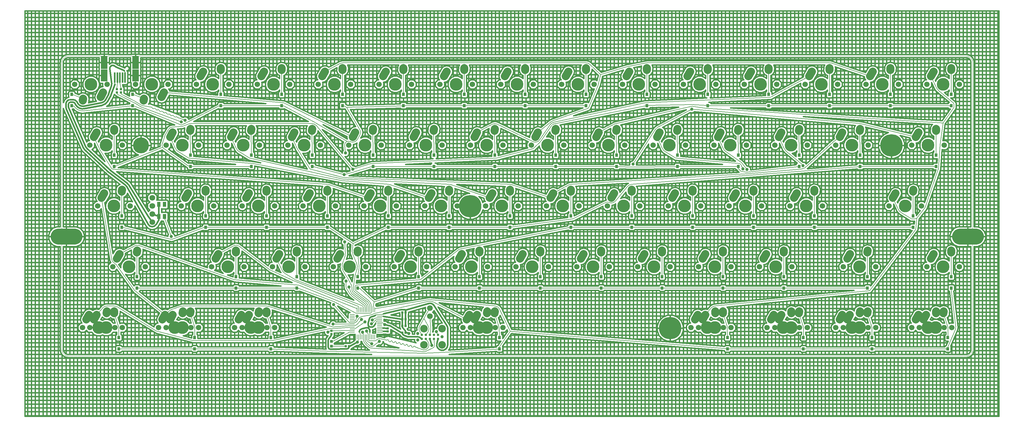
<source format=gbl>
%FSLAX44Y44*%
%OFA0.0000B0.0000*%
%SFA1B1*%
%MOMM*%
%AMFRECTNOHOLE10*
21,1,0.6000,0.6500,0.0000,0.0000,0*
%
%AMFRECTNOHOLE11*
21,1,0.6500,0.6000,0.0000,0.0000,0*
%
%AMFRECTNOHOLE12*
21,1,0.7976,0.7976,0.0000,0.0000,0*
%
%AMFRECTNOHOLE13*
21,1,1.1000,1.6000,0.0000,0.0000,0*
%
%AMFRECTNOHOLE14*
21,1,1.4986,0.2490,0.0000,0.0000,0*
%
%AMFRECTNOHOLE15*
21,1,0.2490,1.4986,0.0000,0.0000,0*
%
%AMFRECTNOHOLE16*
21,1,0.8510,1.0008,0.0000,0.0000,0*
%
%AMFRECTNOHOLE17*
21,1,2.0500,4.0000,0.0000,0.0000,0*
%
%AMFRECTNOHOLE18*
21,1,2.0500,3.7000,0.0000,0.0000,0*
%
%AMFRECTNOHOLE19*
21,1,0.5000,3.2500,0.0000,0.0000,0*
%
%ADD10FRECTNOHOLE10*%
%ADD11FRECTNOHOLE11*%
%ADD12FRECTNOHOLE12*%
%ADD13FRECTNOHOLE13*%
%ADD14FRECTNOHOLE14*%
%ADD15FRECTNOHOLE15*%
%ADD16FRECTNOHOLE16*%
%ADD17FRECTNOHOLE17*%
%ADD18FRECTNOHOLE18*%
%ADD19FRECTNOHOLE19*%
%ADD20C,0.0000X0.0000*%
%ADD21C,0.4000X0.0000*%
%ADD22C,0.3810X0.0000*%
%ADD23C,0.5080X0.0000*%
%ADD24C,0.2032X0.0000*%
%ADD25C,1.0000X0.0000*%
%ADD26C,7.0002X0.0000*%
%ADD27C,5.0012X0.0000*%
%ADD28C,1.8000X0.0000*%
%ADD29C,0.9906X0.0000*%
%ADD30C,2.3748X0.0000*%
%ADD31C,3.9878X0.0000*%
%ADD32C,1.7018X0.0000*%
%ADD33C,2.5000X0.0000*%
%ADD34C,0.7874X0.0000*%
%LNmassdrop1-B_Cu*%
%LPD*%
G54D10*
X1521780Y-1558560D3*
X1511780Y-1558560D3*
X1689000Y-1453000D3*
X1699000Y-1453000D3*
X1689000Y-1495000D3*
X1699000Y-1495000D3*
X1699000Y-1516000D3*
X1689000Y-1516000D3*
X1689000Y-1474000D3*
X1699000Y-1474000D3*
G54D11*
X808250Y-763508D3*
X808250Y-753508D3*
X795655Y-763508D3*
X795655Y-753508D3*
X1466680Y-1520380D3*
X1466680Y-1510380D3*
X1643380Y-1512490D3*
X1643380Y-1502490D3*
G54D12*
X1466680Y-1558433D3*
X1466680Y-1543447D3*
G54D13*
X927075Y-1114480D3*
X944093Y-1114480D3*
X927084Y-1152480D3*
X944093Y-1152480D3*
G54D14*
X1531823Y-1459687D3*
X1531823Y-1464691D3*
X1531823Y-1469695D3*
X1531823Y-1474673D3*
X1531823Y-1479677D3*
X1531823Y-1484681D3*
X1531823Y-1489659D3*
X1531823Y-1494663D3*
X1531823Y-1499667D3*
X1531823Y-1504645D3*
X1531823Y-1509649D3*
X1531823Y-1514653D3*
X1617777Y-1514653D3*
X1617777Y-1509649D3*
X1617777Y-1504645D3*
X1617777Y-1499667D3*
X1617777Y-1494663D3*
X1617777Y-1489659D3*
X1617777Y-1484681D3*
X1617777Y-1479677D3*
X1617777Y-1474673D3*
X1617777Y-1469695D3*
X1617777Y-1464691D3*
X1617777Y-1459687D3*
G54D15*
X1602283Y-1444193D3*
X1597279Y-1444193D3*
X1592275Y-1444193D3*
X1587297Y-1444193D3*
X1582293Y-1444193D3*
X1577289Y-1444193D3*
X1572311Y-1444193D3*
X1567307Y-1444193D3*
X1562303Y-1444193D3*
X1557325Y-1444193D3*
X1552321Y-1444193D3*
X1547317Y-1444193D3*
X1547317Y-1530147D3*
X1552321Y-1530147D3*
X1557325Y-1530147D3*
X1562303Y-1530147D3*
X1567307Y-1530147D3*
X1572311Y-1530147D3*
X1577289Y-1530147D3*
X1582293Y-1530147D3*
X1587297Y-1530147D3*
X1592275Y-1530147D3*
X1597279Y-1530147D3*
X1602283Y-1530147D3*
G54D16*
X654050Y-769925D3*
X654050Y-804926D3*
X844550Y-769925D3*
X844550Y-804926D3*
X1120780Y-769925D3*
X1120780Y-804926D3*
X1311280Y-769925D3*
X1311280Y-804926D3*
X1501780Y-769925D3*
X1501780Y-804926D3*
X1692280Y-769925D3*
X1692280Y-804926D3*
X1882780Y-769925D3*
X1882780Y-804926D3*
X2073280Y-769925D3*
X2073280Y-804926D3*
X2263780Y-769925D3*
X2263780Y-804926D3*
X2454280Y-769925D3*
X2454280Y-804926D3*
X2644780Y-769925D3*
X2644780Y-804926D3*
X2835280Y-769925D3*
X2835280Y-804926D3*
X3025780Y-769925D3*
X3025780Y-804926D3*
X3216280Y-769925D3*
X3216280Y-804926D3*
X3406780Y-769925D3*
X3406780Y-804926D3*
X787400Y-960425D3*
X787400Y-995426D3*
X1025520Y-960425D3*
X1025520Y-995426D3*
X1216020Y-960425D3*
X1216020Y-995426D3*
X1406520Y-960425D3*
X1406520Y-995426D3*
X1597020Y-960425D3*
X1597020Y-995426D3*
X1787520Y-960425D3*
X1787520Y-995426D3*
X1978020Y-960425D3*
X1978020Y-995426D3*
X2168520Y-960425D3*
X2168520Y-995426D3*
X2359020Y-960425D3*
X2359020Y-995426D3*
X2549520Y-960425D3*
X2549520Y-995426D3*
X2740020Y-960425D3*
X2740020Y-995426D3*
X2930520Y-960425D3*
X2930520Y-995426D3*
X3121020Y-960425D3*
X3121020Y-995426D3*
X3358750Y-960425D3*
X3358750Y-995426D3*
X810825Y-1150925D3*
X810825Y-1185926D3*
X1073150Y-1150925D3*
X1073150Y-1185926D3*
X1263650Y-1150925D3*
X1263650Y-1185926D3*
X1454150Y-1150925D3*
X1454150Y-1185926D3*
X1644650Y-1150925D3*
X1644650Y-1185926D3*
X1835150Y-1150925D3*
X1835150Y-1185926D3*
X2025650Y-1150925D3*
X2025650Y-1185926D3*
X2216150Y-1150925D3*
X2216150Y-1185926D3*
X2406650Y-1150925D3*
X2406650Y-1185926D3*
X2597150Y-1150925D3*
X2597150Y-1185926D3*
X2787650Y-1150925D3*
X2787650Y-1185926D3*
X2978150Y-1150925D3*
X2978150Y-1185926D3*
X3287310Y-1150925D3*
X3287310Y-1185926D3*
X858438Y-1341425D3*
X858438Y-1376426D3*
X1168400Y-1341425D3*
X1168400Y-1376426D3*
X1358900Y-1341425D3*
X1358900Y-1376426D3*
X1549400Y-1341425D3*
X1549400Y-1376426D3*
X1739900Y-1341425D3*
X1739900Y-1376426D3*
X1930400Y-1341425D3*
X1930400Y-1376426D3*
X2120900Y-1341425D3*
X2120900Y-1376426D3*
X2311400Y-1341425D3*
X2311400Y-1376426D3*
X2501900Y-1341425D3*
X2501900Y-1376426D3*
X2692400Y-1341425D3*
X2692400Y-1376426D3*
X2882900Y-1341425D3*
X2882900Y-1376426D3*
X3144440Y-1341425D3*
X3144440Y-1376426D3*
X3406380Y-1341425D3*
X3406380Y-1376426D3*
X801370Y-1531925D3*
X801370Y-1566926D3*
X1038860Y-1531925D3*
X1038860Y-1566926D3*
X1277620Y-1531925D3*
X1277620Y-1566926D3*
X1992630Y-1531925D3*
X1992630Y-1566926D3*
X2706370Y-1531925D3*
X2706370Y-1566926D3*
X2943860Y-1531925D3*
X2943860Y-1566926D3*
X3158490Y-1531925D3*
X3158490Y-1566926D3*
X3395980Y-1531925D3*
X3395980Y-1566926D3*
G54D17*
X854150Y-669288D3*
X755650Y-669288D3*
G54D18*
X854150Y-710288D3*
X755650Y-710288D3*
G54D19*
X820900Y-716788D3*
X812900Y-716788D3*
X796900Y-716788D3*
X788900Y-716788D3*
X804900Y-716788D3*
G54D20*
X3452500Y-1589090D2*
X643255Y-1589090D1*
X3456020Y-1588780D2*
X3452500Y-1589090D1*
X3459440Y-1587860D2*
X3456020Y-1588780D1*
X3462660Y-1586370D2*
X3459440Y-1587860D1*
X3465560Y-1584330D2*
X3462660Y-1586370D1*
X3468060Y-1581830D2*
X3465560Y-1584330D1*
X3470090Y-1578930D2*
X3468060Y-1581830D1*
X3471590Y-1575720D2*
X3470090Y-1578930D1*
X3472510Y-1572300D2*
X3471590Y-1575720D1*
X3472820Y-1568770D2*
X3472510Y-1572300D1*
X3472820Y-669608D2*
X3472820Y-1568770D1*
X3472510Y-666079D2*
X3472820Y-669608D1*
X3471590Y-662658D2*
X3472510Y-666079D1*
X3470090Y-659448D2*
X3471590Y-662658D1*
X3468060Y-656546D2*
X3470090Y-659448D1*
X3465560Y-654041D2*
X3468060Y-656546D1*
X3462660Y-652010D2*
X3465560Y-654041D1*
X3459440Y-650513D2*
X3462660Y-652010D1*
X3456020Y-649596D2*
X3459440Y-650513D1*
X3452500Y-649288D2*
X3456020Y-649596D1*
X643255Y-649288D2*
X3452500Y-649288D1*
X639726Y-649596D2*
X643255Y-649288D1*
X636305Y-650513D2*
X639726Y-649596D1*
X633095Y-652010D2*
X636305Y-650513D1*
X630194Y-654041D2*
X633095Y-652010D1*
X627689Y-656546D2*
X630194Y-654041D1*
X625657Y-659448D2*
X627689Y-656546D1*
X624160Y-662658D2*
X625657Y-659448D1*
X623244Y-666079D2*
X624160Y-662658D1*
X622935Y-669608D2*
X623244Y-666079D1*
X622935Y-1568770D2*
X622935Y-669608D1*
X623244Y-1572300D2*
X622935Y-1568770D1*
X624160Y-1575720D2*
X623244Y-1572300D1*
X625657Y-1578930D2*
X624160Y-1575720D1*
X627689Y-1581830D2*
X625657Y-1578930D1*
X630194Y-1584330D2*
X627689Y-1581830D1*
X633095Y-1586370D2*
X630194Y-1584330D1*
X636305Y-1587860D2*
X633095Y-1586370D1*
X639726Y-1588780D2*
X636305Y-1587860D1*
X643255Y-1589090D2*
X639726Y-1588780D1*
G54D21*
X3556000Y-508000D2*
X508000Y-508000D1*
X3556000Y-1778000D2*
X3556000Y-508000D1*
X508000Y-1778000D2*
X3556000Y-1778000D1*
X508000Y-508000D2*
X508000Y-1778000D1*
X508000Y-508000D2*
X508000Y-1778000D1*
X508000Y-1778000D2*
X3556000Y-1778000D1*
X3556000Y-1778000D2*
X3556000Y-508000D1*
X3556000Y-508000D2*
X508000Y-508000D1*
X861993Y-643478D2*
X864400Y-643478D1*
X864400Y-643478D2*
X866807Y-643478D1*
X866807Y-643478D2*
X867607Y-644278D1*
X867607Y-644278D2*
X3450676Y-644278D1*
X3450676Y-644278D2*
X3450869Y-644116D1*
X3450869Y-644116D2*
X3452720Y-644278D1*
X3452720Y-644278D2*
X3454575Y-644278D1*
X3454575Y-644278D2*
X3454753Y-644456D1*
X3454753Y-644456D2*
X3454883Y-644467D1*
X3454883Y-644467D2*
X3455313Y-644219D1*
X3455313Y-644219D2*
X3456895Y-644643D1*
X3456895Y-644643D2*
X3458524Y-644786D1*
X3458524Y-644786D2*
X3458842Y-645165D1*
X3458842Y-645165D2*
X3459209Y-645263D1*
X3459209Y-645263D2*
X3459670Y-645095D1*
X3459670Y-645095D2*
X3461154Y-645785D1*
X3461154Y-645785D2*
X3462742Y-646211D1*
X3462742Y-646211D2*
X3462988Y-646638D1*
X3462988Y-646638D2*
X3463342Y-646803D1*
X3463342Y-646803D2*
X3463834Y-646716D1*
X3463834Y-646716D2*
X3465173Y-647654D1*
X3465173Y-647654D2*
X3466654Y-648342D1*
X3466654Y-648342D2*
X3466825Y-648811D1*
X3466825Y-648811D2*
X3467141Y-649033D1*
X3467141Y-649033D2*
X3467640Y-649033D1*
X3467640Y-649033D2*
X3468796Y-650192D1*
X3468796Y-650192D2*
X3470134Y-651128D1*
X3470134Y-651128D2*
X3470221Y-651619D1*
X3470221Y-651619D2*
X3470489Y-651888D1*
X3470489Y-651888D2*
X3470976Y-651974D1*
X3470976Y-651974D2*
X3471916Y-653318D1*
X3471916Y-653318D2*
X3473072Y-654476D1*
X3473072Y-654476D2*
X3473072Y-654970D1*
X3473072Y-654970D2*
X3473288Y-655279D1*
X3473288Y-655279D2*
X3473750Y-655447D1*
X3473750Y-655447D2*
X3474443Y-656931D1*
X3474443Y-656931D2*
X3475385Y-658277D1*
X3475385Y-658277D2*
X3475299Y-658763D1*
X3475299Y-658763D2*
X3475459Y-659105D1*
X3475459Y-659105D2*
X3475889Y-659353D1*
X3475889Y-659353D2*
X3476315Y-660936D1*
X3476315Y-660936D2*
X3477007Y-662417D1*
X3477007Y-662417D2*
X3476838Y-662882D1*
X3476838Y-662882D2*
X3476938Y-663254D1*
X3476938Y-663254D2*
X3477319Y-663573D1*
X3477319Y-663573D2*
X3477462Y-665202D1*
X3477462Y-665202D2*
X3477887Y-666782D1*
X3477887Y-666782D2*
X3477639Y-667213D1*
X3477639Y-667213D2*
X3477651Y-667354D1*
X3477651Y-667354D2*
X3477830Y-667533D1*
X3477830Y-667533D2*
X3477830Y-669392D1*
X3477830Y-669392D2*
X3477992Y-671237D1*
X3477992Y-671237D2*
X3477830Y-671430D1*
X3477830Y-671430D2*
X3477830Y-1184393D1*
X3477830Y-1184393D2*
X3489434Y-1184393D1*
X3489434Y-1184393D2*
X3500760Y-1189085D1*
X3500760Y-1189085D2*
X3509429Y-1197754D1*
X3509429Y-1197754D2*
X3514121Y-1209080D1*
X3514121Y-1209080D2*
X3514121Y-1221340D1*
X3514121Y-1221340D2*
X3509429Y-1232666D1*
X3509429Y-1232666D2*
X3500760Y-1241335D1*
X3500760Y-1241335D2*
X3489434Y-1246027D1*
X3489434Y-1246027D2*
X3477830Y-1246027D1*
X3477830Y-1246027D2*
X3477830Y-1566948D1*
X3477830Y-1566948D2*
X3477992Y-1567141D1*
X3477992Y-1567141D2*
X3477830Y-1568986D1*
X3477830Y-1568986D2*
X3477830Y-1570845D1*
X3477830Y-1570845D2*
X3477651Y-1571024D1*
X3477651Y-1571024D2*
X3477639Y-1571166D1*
X3477639Y-1571166D2*
X3477887Y-1571597D1*
X3477887Y-1571597D2*
X3477462Y-1573176D1*
X3477462Y-1573176D2*
X3477319Y-1574806D1*
X3477319Y-1574806D2*
X3476938Y-1575126D1*
X3476938Y-1575126D2*
X3476838Y-1575496D1*
X3476838Y-1575496D2*
X3477007Y-1575961D1*
X3477007Y-1575961D2*
X3476314Y-1577443D1*
X3476314Y-1577443D2*
X3475889Y-1579025D1*
X3475889Y-1579025D2*
X3475459Y-1579273D1*
X3475459Y-1579273D2*
X3475298Y-1579617D1*
X3475298Y-1579617D2*
X3475384Y-1580103D1*
X3475384Y-1580103D2*
X3474443Y-1581447D1*
X3474443Y-1581447D2*
X3473750Y-1582931D1*
X3473750Y-1582931D2*
X3473286Y-1583099D1*
X3473286Y-1583099D2*
X3473070Y-1583408D1*
X3473070Y-1583408D2*
X3473070Y-1583905D1*
X3473070Y-1583905D2*
X3471911Y-1585064D1*
X3471911Y-1585064D2*
X3470974Y-1586403D1*
X3470974Y-1586403D2*
X3470486Y-1586489D1*
X3470486Y-1586489D2*
X3470224Y-1586751D1*
X3470224Y-1586751D2*
X3470140Y-1587234D1*
X3470140Y-1587234D2*
X3468795Y-1588180D1*
X3468795Y-1588180D2*
X3467635Y-1589340D1*
X3467635Y-1589340D2*
X3467146Y-1589340D1*
X3467146Y-1589340D2*
X3466822Y-1589568D1*
X3466822Y-1589568D2*
X3466647Y-1590045D1*
X3466647Y-1590045D2*
X3465176Y-1590726D1*
X3465176Y-1590726D2*
X3463845Y-1591662D1*
X3463845Y-1591662D2*
X3463342Y-1591574D1*
X3463342Y-1591574D2*
X3462988Y-1591738D1*
X3462988Y-1591738D2*
X3462745Y-1592159D1*
X3462745Y-1592159D2*
X3461154Y-1592587D1*
X3461154Y-1592587D2*
X3459661Y-1593278D1*
X3459661Y-1593278D2*
X3459206Y-1593111D1*
X3459206Y-1593111D2*
X3458847Y-1593208D1*
X3458847Y-1593208D2*
X3458527Y-1593589D1*
X3458527Y-1593589D2*
X3456895Y-1593733D1*
X3456895Y-1593733D2*
X3455317Y-1594157D1*
X3455317Y-1594157D2*
X3454888Y-1593910D1*
X3454888Y-1593910D2*
X3454753Y-1593922D1*
X3454753Y-1593922D2*
X3454575Y-1594100D1*
X3454575Y-1594100D2*
X3452727Y-1594100D1*
X3452727Y-1594100D2*
X3450872Y-1594263D1*
X3450872Y-1594263D2*
X3450678Y-1594100D1*
X3450678Y-1594100D2*
X645077Y-1594100D1*
X645077Y-1594100D2*
X644884Y-1594262D1*
X644884Y-1594262D2*
X643037Y-1594100D1*
X643037Y-1594100D2*
X641180Y-1594100D1*
X641180Y-1594100D2*
X641001Y-1593921D1*
X641001Y-1593921D2*
X640860Y-1593909D1*
X640860Y-1593909D2*
X640429Y-1594157D1*
X640429Y-1594157D2*
X638850Y-1593732D1*
X638850Y-1593732D2*
X637220Y-1593589D1*
X637220Y-1593589D2*
X636900Y-1593208D1*
X636900Y-1593208D2*
X636537Y-1593110D1*
X636537Y-1593110D2*
X636078Y-1593278D1*
X636078Y-1593278D2*
X634585Y-1592585D1*
X634585Y-1592585D2*
X633000Y-1592159D1*
X633000Y-1592159D2*
X632757Y-1591736D1*
X632757Y-1591736D2*
X632410Y-1591575D1*
X632410Y-1591575D2*
X631911Y-1591662D1*
X631911Y-1591662D2*
X630581Y-1590727D1*
X630581Y-1590727D2*
X629103Y-1590041D1*
X629103Y-1590041D2*
X628929Y-1589565D1*
X628929Y-1589565D2*
X628611Y-1589342D1*
X628611Y-1589342D2*
X628124Y-1589342D1*
X628124Y-1589342D2*
X626960Y-1588180D1*
X626960Y-1588180D2*
X625615Y-1587234D1*
X625615Y-1587234D2*
X625531Y-1586754D1*
X625531Y-1586754D2*
X625267Y-1586490D1*
X625267Y-1586490D2*
X624777Y-1586404D1*
X624777Y-1586404D2*
X623839Y-1585065D1*
X623839Y-1585065D2*
X622681Y-1583910D1*
X622681Y-1583910D2*
X622681Y-1583412D1*
X622681Y-1583412D2*
X622461Y-1583098D1*
X622461Y-1583098D2*
X621994Y-1582928D1*
X621994Y-1582928D2*
X621302Y-1581444D1*
X621302Y-1581444D2*
X620363Y-1580105D1*
X620363Y-1580105D2*
X620449Y-1579616D1*
X620449Y-1579616D2*
X620287Y-1579269D1*
X620287Y-1579269D2*
X619857Y-1579021D1*
X619857Y-1579021D2*
X619434Y-1577440D1*
X619434Y-1577440D2*
X618742Y-1575957D1*
X618742Y-1575957D2*
X618912Y-1575490D1*
X618912Y-1575490D2*
X618814Y-1575122D1*
X618814Y-1575122D2*
X618434Y-1574804D1*
X618434Y-1574804D2*
X618291Y-1573170D1*
X618291Y-1573170D2*
X617868Y-1571592D1*
X617868Y-1571592D2*
X618115Y-1571164D1*
X618115Y-1571164D2*
X618103Y-1571023D1*
X618103Y-1571023D2*
X617925Y-1570845D1*
X617925Y-1570845D2*
X617925Y-1568990D1*
X617925Y-1568990D2*
X617763Y-1567140D1*
X617763Y-1567140D2*
X617925Y-1566947D1*
X617925Y-1566947D2*
X617925Y-1246027D1*
X617925Y-1246027D2*
X606365Y-1246027D1*
X606365Y-1246027D2*
X595039Y-1241335D1*
X595039Y-1241335D2*
X586370Y-1232666D1*
X586370Y-1232666D2*
X581678Y-1221340D1*
X581678Y-1221340D2*
X581678Y-1209080D1*
X581678Y-1209080D2*
X586370Y-1197754D1*
X586370Y-1197754D2*
X595039Y-1189085D1*
X595039Y-1189085D2*
X606365Y-1184393D1*
X606365Y-1184393D2*
X617925Y-1184393D1*
X617925Y-1184393D2*
X617925Y-671431D1*
X617925Y-671431D2*
X617763Y-671238D1*
X617763Y-671238D2*
X617925Y-669388D1*
X617925Y-669388D2*
X617925Y-667533D1*
X617925Y-667533D2*
X618103Y-667355D1*
X618103Y-667355D2*
X618115Y-667216D1*
X618115Y-667216D2*
X617868Y-666788D1*
X617868Y-666788D2*
X618291Y-665208D1*
X618291Y-665208D2*
X618434Y-663575D1*
X618434Y-663575D2*
X618813Y-663257D1*
X618813Y-663257D2*
X618912Y-662888D1*
X618912Y-662888D2*
X618742Y-662421D1*
X618742Y-662421D2*
X619434Y-660937D1*
X619434Y-660937D2*
X619857Y-659358D1*
X619857Y-659358D2*
X620286Y-659110D1*
X620286Y-659110D2*
X620449Y-658761D1*
X620449Y-658761D2*
X620363Y-658274D1*
X620363Y-658274D2*
X621302Y-656932D1*
X621302Y-656932D2*
X621994Y-655450D1*
X621994Y-655450D2*
X622458Y-655281D1*
X622458Y-655281D2*
X622679Y-654965D1*
X622679Y-654965D2*
X622679Y-654471D1*
X622679Y-654471D2*
X623833Y-653317D1*
X623833Y-653317D2*
X624775Y-651972D1*
X624775Y-651972D2*
X625264Y-651886D1*
X625264Y-651886D2*
X625535Y-651615D1*
X625535Y-651615D2*
X625621Y-651127D1*
X625621Y-651127D2*
X626961Y-650189D1*
X626961Y-650189D2*
X628119Y-649031D1*
X628119Y-649031D2*
X628615Y-649031D1*
X628615Y-649031D2*
X628928Y-648812D1*
X628928Y-648812D2*
X629097Y-648347D1*
X629097Y-648347D2*
X630581Y-647655D1*
X630581Y-647655D2*
X631922Y-646716D1*
X631922Y-646716D2*
X632409Y-646802D1*
X632409Y-646802D2*
X632755Y-646640D1*
X632755Y-646640D2*
X633003Y-646211D1*
X633003Y-646211D2*
X634583Y-645788D1*
X634583Y-645788D2*
X636068Y-645095D1*
X636068Y-645095D2*
X636535Y-645265D1*
X636535Y-645265D2*
X636903Y-645166D1*
X636903Y-645166D2*
X637223Y-644785D1*
X637223Y-644785D2*
X638856Y-644643D1*
X638856Y-644643D2*
X640433Y-644220D1*
X640433Y-644220D2*
X640863Y-644468D1*
X640863Y-644468D2*
X641002Y-644456D1*
X641002Y-644456D2*
X641180Y-644278D1*
X641180Y-644278D2*
X643042Y-644278D1*
X643042Y-644278D2*
X644887Y-644117D1*
X644887Y-644117D2*
X645079Y-644278D1*
X645079Y-644278D2*
X742193Y-644278D1*
X742193Y-644278D2*
X742993Y-643478D1*
X742993Y-643478D2*
X745400Y-643478D1*
X745400Y-643478D2*
X763493Y-643478D1*
X763493Y-643478D2*
X765900Y-643478D1*
X765900Y-643478D2*
X768307Y-643478D1*
X768307Y-643478D2*
X769107Y-644278D1*
X769107Y-644278D2*
X840693Y-644278D1*
X840693Y-644278D2*
X841493Y-643478D1*
X841493Y-643478D2*
X843900Y-643478D1*
X843900Y-643478D2*
X861993Y-643478D1*
X508000Y-516000D2*
X3556000Y-516000D1*
X508000Y-528000D2*
X3556000Y-528000D1*
X508000Y-540000D2*
X3556000Y-540000D1*
X508000Y-552000D2*
X3556000Y-552000D1*
X508000Y-564000D2*
X3556000Y-564000D1*
X508000Y-576000D2*
X3556000Y-576000D1*
X508000Y-588000D2*
X3556000Y-588000D1*
X508000Y-600000D2*
X3556000Y-600000D1*
X508000Y-612000D2*
X3556000Y-612000D1*
X508000Y-624000D2*
X3556000Y-624000D1*
X508000Y-636000D2*
X3556000Y-636000D1*
X508000Y-648000D2*
X629841Y-648000D1*
X3465918Y-648000D2*
X3556000Y-648000D1*
X508000Y-660000D2*
X619685Y-660000D1*
X3476063Y-660000D2*
X3556000Y-660000D1*
X508000Y-672000D2*
X617925Y-672000D1*
X508000Y-684000D2*
X617925Y-684000D1*
X508000Y-696000D2*
X617925Y-696000D1*
X508000Y-708000D2*
X617925Y-708000D1*
X508000Y-720000D2*
X617925Y-720000D1*
X508000Y-732000D2*
X617925Y-732000D1*
X508000Y-744000D2*
X617925Y-744000D1*
X508000Y-756000D2*
X617925Y-756000D1*
X508000Y-768000D2*
X617925Y-768000D1*
X508000Y-780000D2*
X617925Y-780000D1*
X508000Y-792000D2*
X617925Y-792000D1*
X508000Y-804000D2*
X617925Y-804000D1*
X508000Y-816000D2*
X617925Y-816000D1*
X508000Y-828000D2*
X617925Y-828000D1*
X508000Y-840000D2*
X617925Y-840000D1*
X508000Y-852000D2*
X617925Y-852000D1*
X508000Y-864000D2*
X617925Y-864000D1*
X508000Y-876000D2*
X617925Y-876000D1*
X508000Y-888000D2*
X617925Y-888000D1*
X508000Y-900000D2*
X617925Y-900000D1*
X508000Y-912000D2*
X617925Y-912000D1*
X508000Y-924000D2*
X617925Y-924000D1*
X508000Y-936000D2*
X617925Y-936000D1*
X508000Y-948000D2*
X617925Y-948000D1*
X508000Y-960000D2*
X617925Y-960000D1*
X508000Y-972000D2*
X617925Y-972000D1*
X508000Y-984000D2*
X617925Y-984000D1*
X508000Y-996000D2*
X617925Y-996000D1*
X508000Y-1008000D2*
X617925Y-1008000D1*
X508000Y-1020000D2*
X617925Y-1020000D1*
X508000Y-1032000D2*
X617925Y-1032000D1*
X508000Y-1044000D2*
X617925Y-1044000D1*
X508000Y-1056000D2*
X617925Y-1056000D1*
X508000Y-1068000D2*
X617925Y-1068000D1*
X508000Y-1080000D2*
X617925Y-1080000D1*
X508000Y-1092000D2*
X617925Y-1092000D1*
X508000Y-1104000D2*
X617925Y-1104000D1*
X508000Y-1116000D2*
X617925Y-1116000D1*
X508000Y-1128000D2*
X617925Y-1128000D1*
X508000Y-1140000D2*
X617925Y-1140000D1*
X508000Y-1152000D2*
X617925Y-1152000D1*
X508000Y-1164000D2*
X617925Y-1164000D1*
X508000Y-1176000D2*
X617925Y-1176000D1*
X3477830Y-672000D2*
X3556000Y-672000D1*
X3477830Y-684000D2*
X3556000Y-684000D1*
X3477830Y-696000D2*
X3556000Y-696000D1*
X3477830Y-708000D2*
X3556000Y-708000D1*
X3477830Y-720000D2*
X3556000Y-720000D1*
X3477830Y-732000D2*
X3556000Y-732000D1*
X3477830Y-744000D2*
X3556000Y-744000D1*
X3477830Y-756000D2*
X3556000Y-756000D1*
X3477830Y-768000D2*
X3556000Y-768000D1*
X3477830Y-780000D2*
X3556000Y-780000D1*
X3477830Y-792000D2*
X3556000Y-792000D1*
X3477830Y-804000D2*
X3556000Y-804000D1*
X3477830Y-816000D2*
X3556000Y-816000D1*
X3477830Y-828000D2*
X3556000Y-828000D1*
X3477830Y-840000D2*
X3556000Y-840000D1*
X3477830Y-852000D2*
X3556000Y-852000D1*
X3477830Y-864000D2*
X3556000Y-864000D1*
X3477830Y-876000D2*
X3556000Y-876000D1*
X3477830Y-888000D2*
X3556000Y-888000D1*
X3477830Y-900000D2*
X3556000Y-900000D1*
X3477830Y-912000D2*
X3556000Y-912000D1*
X3477830Y-924000D2*
X3556000Y-924000D1*
X3477830Y-936000D2*
X3556000Y-936000D1*
X3477830Y-948000D2*
X3556000Y-948000D1*
X3477830Y-960000D2*
X3556000Y-960000D1*
X3477830Y-972000D2*
X3556000Y-972000D1*
X3477830Y-984000D2*
X3556000Y-984000D1*
X3477830Y-996000D2*
X3556000Y-996000D1*
X3477830Y-1008000D2*
X3556000Y-1008000D1*
X3477830Y-1020000D2*
X3556000Y-1020000D1*
X3477830Y-1032000D2*
X3556000Y-1032000D1*
X3477830Y-1044000D2*
X3556000Y-1044000D1*
X3477830Y-1056000D2*
X3556000Y-1056000D1*
X3477830Y-1068000D2*
X3556000Y-1068000D1*
X3477830Y-1080000D2*
X3556000Y-1080000D1*
X3477830Y-1092000D2*
X3556000Y-1092000D1*
X3477830Y-1104000D2*
X3556000Y-1104000D1*
X3477830Y-1116000D2*
X3556000Y-1116000D1*
X3477830Y-1128000D2*
X3556000Y-1128000D1*
X3477830Y-1140000D2*
X3556000Y-1140000D1*
X3477830Y-1152000D2*
X3556000Y-1152000D1*
X3477830Y-1164000D2*
X3556000Y-1164000D1*
X3477830Y-1176000D2*
X3556000Y-1176000D1*
X508000Y-1188000D2*
X597658Y-1188000D1*
X3498141Y-1188000D2*
X3556000Y-1188000D1*
X508000Y-1200000D2*
X585440Y-1200000D1*
X3510359Y-1200000D2*
X3556000Y-1200000D1*
X508000Y-1212000D2*
X581678Y-1212000D1*
X3514121Y-1212000D2*
X3556000Y-1212000D1*
X508000Y-1224000D2*
X582780Y-1224000D1*
X3513019Y-1224000D2*
X3556000Y-1224000D1*
X508000Y-1236000D2*
X589704Y-1236000D1*
X3506095Y-1236000D2*
X3556000Y-1236000D1*
X508000Y-1248000D2*
X617925Y-1248000D1*
X508000Y-1260000D2*
X617925Y-1260000D1*
X508000Y-1272000D2*
X617925Y-1272000D1*
X508000Y-1284000D2*
X617925Y-1284000D1*
X508000Y-1296000D2*
X617925Y-1296000D1*
X508000Y-1308000D2*
X617925Y-1308000D1*
X508000Y-1320000D2*
X617925Y-1320000D1*
X508000Y-1332000D2*
X617925Y-1332000D1*
X508000Y-1344000D2*
X617925Y-1344000D1*
X508000Y-1356000D2*
X617925Y-1356000D1*
X508000Y-1368000D2*
X617925Y-1368000D1*
X508000Y-1380000D2*
X617925Y-1380000D1*
X508000Y-1392000D2*
X617925Y-1392000D1*
X508000Y-1404000D2*
X617925Y-1404000D1*
X508000Y-1416000D2*
X617925Y-1416000D1*
X508000Y-1428000D2*
X617925Y-1428000D1*
X508000Y-1440000D2*
X617925Y-1440000D1*
X508000Y-1452000D2*
X617925Y-1452000D1*
X508000Y-1464000D2*
X617925Y-1464000D1*
X508000Y-1476000D2*
X617925Y-1476000D1*
X508000Y-1488000D2*
X617925Y-1488000D1*
X508000Y-1500000D2*
X617925Y-1500000D1*
X508000Y-1512000D2*
X617925Y-1512000D1*
X508000Y-1524000D2*
X617925Y-1524000D1*
X508000Y-1536000D2*
X617925Y-1536000D1*
X508000Y-1548000D2*
X617925Y-1548000D1*
X508000Y-1560000D2*
X617925Y-1560000D1*
X3477830Y-1248000D2*
X3556000Y-1248000D1*
X3477830Y-1260000D2*
X3556000Y-1260000D1*
X3477830Y-1272000D2*
X3556000Y-1272000D1*
X3477830Y-1284000D2*
X3556000Y-1284000D1*
X3477830Y-1296000D2*
X3556000Y-1296000D1*
X3477830Y-1308000D2*
X3556000Y-1308000D1*
X3477830Y-1320000D2*
X3556000Y-1320000D1*
X3477830Y-1332000D2*
X3556000Y-1332000D1*
X3477830Y-1344000D2*
X3556000Y-1344000D1*
X3477830Y-1356000D2*
X3556000Y-1356000D1*
X3477830Y-1368000D2*
X3556000Y-1368000D1*
X3477830Y-1380000D2*
X3556000Y-1380000D1*
X3477830Y-1392000D2*
X3556000Y-1392000D1*
X3477830Y-1404000D2*
X3556000Y-1404000D1*
X3477830Y-1416000D2*
X3556000Y-1416000D1*
X3477830Y-1428000D2*
X3556000Y-1428000D1*
X3477830Y-1440000D2*
X3556000Y-1440000D1*
X3477830Y-1452000D2*
X3556000Y-1452000D1*
X3477830Y-1464000D2*
X3556000Y-1464000D1*
X3477830Y-1476000D2*
X3556000Y-1476000D1*
X3477830Y-1488000D2*
X3556000Y-1488000D1*
X3477830Y-1500000D2*
X3556000Y-1500000D1*
X3477830Y-1512000D2*
X3556000Y-1512000D1*
X3477830Y-1524000D2*
X3556000Y-1524000D1*
X3477830Y-1536000D2*
X3556000Y-1536000D1*
X3477830Y-1548000D2*
X3556000Y-1548000D1*
X3477830Y-1560000D2*
X3556000Y-1560000D1*
X508000Y-1572000D2*
X617977Y-1572000D1*
X3477779Y-1572000D2*
X3556000Y-1572000D1*
X508000Y-1584000D2*
X622771Y-1584000D1*
X3472975Y-1584000D2*
X3556000Y-1584000D1*
X508000Y-1596000D2*
X3556000Y-1596000D1*
X508000Y-1608000D2*
X3556000Y-1608000D1*
X508000Y-1620000D2*
X3556000Y-1620000D1*
X508000Y-1632000D2*
X3556000Y-1632000D1*
X508000Y-1644000D2*
X3556000Y-1644000D1*
X508000Y-1656000D2*
X3556000Y-1656000D1*
X508000Y-1668000D2*
X3556000Y-1668000D1*
X508000Y-1680000D2*
X3556000Y-1680000D1*
X508000Y-1692000D2*
X3556000Y-1692000D1*
X508000Y-1704000D2*
X3556000Y-1704000D1*
X508000Y-1716000D2*
X3556000Y-1716000D1*
X508000Y-1728000D2*
X3556000Y-1728000D1*
X508000Y-1740000D2*
X3556000Y-1740000D1*
X508000Y-1752000D2*
X3556000Y-1752000D1*
X508000Y-1764000D2*
X3556000Y-1764000D1*
X508000Y-1776000D2*
X3556000Y-1776000D1*
X3552000Y-508000D2*
X3552000Y-1778000D1*
X3540000Y-508000D2*
X3540000Y-1778000D1*
X3528000Y-508000D2*
X3528000Y-1778000D1*
X3516000Y-508000D2*
X3516000Y-1778000D1*
X3504000Y-508000D2*
X3504000Y-1192325D1*
X3504000Y-1238095D2*
X3504000Y-1778000D1*
X3492000Y-508000D2*
X3492000Y-1185456D1*
X3492000Y-1244964D2*
X3492000Y-1778000D1*
X3480000Y-508000D2*
X3480000Y-1184393D1*
X3480000Y-1246027D2*
X3480000Y-1778000D1*
X3468000Y-508000D2*
X3468000Y-649394D1*
X3468000Y-1588975D2*
X3468000Y-1778000D1*
X3456000Y-508000D2*
X3456000Y-644403D1*
X3456000Y-1593973D2*
X3456000Y-1778000D1*
X3444000Y-508000D2*
X3444000Y-644278D1*
X3432000Y-508000D2*
X3432000Y-644278D1*
X3420000Y-508000D2*
X3420000Y-644278D1*
X3408000Y-508000D2*
X3408000Y-644278D1*
X3396000Y-508000D2*
X3396000Y-644278D1*
X3384000Y-508000D2*
X3384000Y-644278D1*
X3372000Y-508000D2*
X3372000Y-644278D1*
X3360000Y-508000D2*
X3360000Y-644278D1*
X3348000Y-508000D2*
X3348000Y-644278D1*
X3336000Y-508000D2*
X3336000Y-644278D1*
X3324000Y-508000D2*
X3324000Y-644278D1*
X3312000Y-508000D2*
X3312000Y-644278D1*
X3300000Y-508000D2*
X3300000Y-644278D1*
X3288000Y-508000D2*
X3288000Y-644278D1*
X3276000Y-508000D2*
X3276000Y-644278D1*
X3264000Y-508000D2*
X3264000Y-644278D1*
X3252000Y-508000D2*
X3252000Y-644278D1*
X3240000Y-508000D2*
X3240000Y-644278D1*
X3228000Y-508000D2*
X3228000Y-644278D1*
X3216000Y-508000D2*
X3216000Y-644278D1*
X3204000Y-508000D2*
X3204000Y-644278D1*
X3192000Y-508000D2*
X3192000Y-644278D1*
X3180000Y-508000D2*
X3180000Y-644278D1*
X3168000Y-508000D2*
X3168000Y-644278D1*
X3156000Y-508000D2*
X3156000Y-644278D1*
X3144000Y-508000D2*
X3144000Y-644278D1*
X3132000Y-508000D2*
X3132000Y-644278D1*
X3120000Y-508000D2*
X3120000Y-644278D1*
X3108000Y-508000D2*
X3108000Y-644278D1*
X3096000Y-508000D2*
X3096000Y-644278D1*
X3084000Y-508000D2*
X3084000Y-644278D1*
X3072000Y-508000D2*
X3072000Y-644278D1*
X3060000Y-508000D2*
X3060000Y-644278D1*
X3048000Y-508000D2*
X3048000Y-644278D1*
X3036000Y-508000D2*
X3036000Y-644278D1*
X3024000Y-508000D2*
X3024000Y-644278D1*
X3012000Y-508000D2*
X3012000Y-644278D1*
X3000000Y-508000D2*
X3000000Y-644278D1*
X2988000Y-508000D2*
X2988000Y-644278D1*
X2976000Y-508000D2*
X2976000Y-644278D1*
X2964000Y-508000D2*
X2964000Y-644278D1*
X2952000Y-508000D2*
X2952000Y-644278D1*
X2940000Y-508000D2*
X2940000Y-644278D1*
X2928000Y-508000D2*
X2928000Y-644278D1*
X2916000Y-508000D2*
X2916000Y-644278D1*
X2904000Y-508000D2*
X2904000Y-644278D1*
X2892000Y-508000D2*
X2892000Y-644278D1*
X2880000Y-508000D2*
X2880000Y-644278D1*
X2868000Y-508000D2*
X2868000Y-644278D1*
X2856000Y-508000D2*
X2856000Y-644278D1*
X2844000Y-508000D2*
X2844000Y-644278D1*
X2832000Y-508000D2*
X2832000Y-644278D1*
X2820000Y-508000D2*
X2820000Y-644278D1*
X2808000Y-508000D2*
X2808000Y-644278D1*
X2796000Y-508000D2*
X2796000Y-644278D1*
X2784000Y-508000D2*
X2784000Y-644278D1*
X2772000Y-508000D2*
X2772000Y-644278D1*
X2760000Y-508000D2*
X2760000Y-644278D1*
X2748000Y-508000D2*
X2748000Y-644278D1*
X2736000Y-508000D2*
X2736000Y-644278D1*
X2724000Y-508000D2*
X2724000Y-644278D1*
X2712000Y-508000D2*
X2712000Y-644278D1*
X2700000Y-508000D2*
X2700000Y-644278D1*
X2688000Y-508000D2*
X2688000Y-644278D1*
X2676000Y-508000D2*
X2676000Y-644278D1*
X2664000Y-508000D2*
X2664000Y-644278D1*
X2652000Y-508000D2*
X2652000Y-644278D1*
X2640000Y-508000D2*
X2640000Y-644278D1*
X2628000Y-508000D2*
X2628000Y-644278D1*
X2616000Y-508000D2*
X2616000Y-644278D1*
X2604000Y-508000D2*
X2604000Y-644278D1*
X2592000Y-508000D2*
X2592000Y-644278D1*
X2580000Y-508000D2*
X2580000Y-644278D1*
X2568000Y-508000D2*
X2568000Y-644278D1*
X2556000Y-508000D2*
X2556000Y-644278D1*
X2544000Y-508000D2*
X2544000Y-644278D1*
X2532000Y-508000D2*
X2532000Y-644278D1*
X2520000Y-508000D2*
X2520000Y-644278D1*
X2508000Y-508000D2*
X2508000Y-644278D1*
X2496000Y-508000D2*
X2496000Y-644278D1*
X2484000Y-508000D2*
X2484000Y-644278D1*
X2472000Y-508000D2*
X2472000Y-644278D1*
X2460000Y-508000D2*
X2460000Y-644278D1*
X2448000Y-508000D2*
X2448000Y-644278D1*
X2436000Y-508000D2*
X2436000Y-644278D1*
X2424000Y-508000D2*
X2424000Y-644278D1*
X2412000Y-508000D2*
X2412000Y-644278D1*
X2400000Y-508000D2*
X2400000Y-644278D1*
X2388000Y-508000D2*
X2388000Y-644278D1*
X2376000Y-508000D2*
X2376000Y-644278D1*
X2364000Y-508000D2*
X2364000Y-644278D1*
X2352000Y-508000D2*
X2352000Y-644278D1*
X2340000Y-508000D2*
X2340000Y-644278D1*
X2328000Y-508000D2*
X2328000Y-644278D1*
X2316000Y-508000D2*
X2316000Y-644278D1*
X2304000Y-508000D2*
X2304000Y-644278D1*
X2292000Y-508000D2*
X2292000Y-644278D1*
X2280000Y-508000D2*
X2280000Y-644278D1*
X2268000Y-508000D2*
X2268000Y-644278D1*
X2256000Y-508000D2*
X2256000Y-644278D1*
X2244000Y-508000D2*
X2244000Y-644278D1*
X2232000Y-508000D2*
X2232000Y-644278D1*
X2220000Y-508000D2*
X2220000Y-644278D1*
X2208000Y-508000D2*
X2208000Y-644278D1*
X2196000Y-508000D2*
X2196000Y-644278D1*
X2184000Y-508000D2*
X2184000Y-644278D1*
X2172000Y-508000D2*
X2172000Y-644278D1*
X2160000Y-508000D2*
X2160000Y-644278D1*
X2148000Y-508000D2*
X2148000Y-644278D1*
X2136000Y-508000D2*
X2136000Y-644278D1*
X2124000Y-508000D2*
X2124000Y-644278D1*
X2112000Y-508000D2*
X2112000Y-644278D1*
X2100000Y-508000D2*
X2100000Y-644278D1*
X2088000Y-508000D2*
X2088000Y-644278D1*
X2076000Y-508000D2*
X2076000Y-644278D1*
X2064000Y-508000D2*
X2064000Y-644278D1*
X2052000Y-508000D2*
X2052000Y-644278D1*
X2040000Y-508000D2*
X2040000Y-644278D1*
X2028000Y-508000D2*
X2028000Y-644278D1*
X2016000Y-508000D2*
X2016000Y-644278D1*
X2004000Y-508000D2*
X2004000Y-644278D1*
X1992000Y-508000D2*
X1992000Y-644278D1*
X1980000Y-508000D2*
X1980000Y-644278D1*
X1968000Y-508000D2*
X1968000Y-644278D1*
X1956000Y-508000D2*
X1956000Y-644278D1*
X1944000Y-508000D2*
X1944000Y-644278D1*
X1932000Y-508000D2*
X1932000Y-644278D1*
X1920000Y-508000D2*
X1920000Y-644278D1*
X1908000Y-508000D2*
X1908000Y-644278D1*
X1896000Y-508000D2*
X1896000Y-644278D1*
X1884000Y-508000D2*
X1884000Y-644278D1*
X1872000Y-508000D2*
X1872000Y-644278D1*
X1860000Y-508000D2*
X1860000Y-644278D1*
X1848000Y-508000D2*
X1848000Y-644278D1*
X1836000Y-508000D2*
X1836000Y-644278D1*
X1824000Y-508000D2*
X1824000Y-644278D1*
X1812000Y-508000D2*
X1812000Y-644278D1*
X1800000Y-508000D2*
X1800000Y-644278D1*
X1788000Y-508000D2*
X1788000Y-644278D1*
X1776000Y-508000D2*
X1776000Y-644278D1*
X1764000Y-508000D2*
X1764000Y-644278D1*
X1752000Y-508000D2*
X1752000Y-644278D1*
X1740000Y-508000D2*
X1740000Y-644278D1*
X1728000Y-508000D2*
X1728000Y-644278D1*
X1716000Y-508000D2*
X1716000Y-644278D1*
X1704000Y-508000D2*
X1704000Y-644278D1*
X1692000Y-508000D2*
X1692000Y-644278D1*
X1680000Y-508000D2*
X1680000Y-644278D1*
X1668000Y-508000D2*
X1668000Y-644278D1*
X1656000Y-508000D2*
X1656000Y-644278D1*
X1644000Y-508000D2*
X1644000Y-644278D1*
X1632000Y-508000D2*
X1632000Y-644278D1*
X1620000Y-508000D2*
X1620000Y-644278D1*
X1608000Y-508000D2*
X1608000Y-644278D1*
X1596000Y-508000D2*
X1596000Y-644278D1*
X1584000Y-508000D2*
X1584000Y-644278D1*
X1572000Y-508000D2*
X1572000Y-644278D1*
X1560000Y-508000D2*
X1560000Y-644278D1*
X1548000Y-508000D2*
X1548000Y-644278D1*
X1536000Y-508000D2*
X1536000Y-644278D1*
X1524000Y-508000D2*
X1524000Y-644278D1*
X1512000Y-508000D2*
X1512000Y-644278D1*
X1500000Y-508000D2*
X1500000Y-644278D1*
X1488000Y-508000D2*
X1488000Y-644278D1*
X1476000Y-508000D2*
X1476000Y-644278D1*
X1464000Y-508000D2*
X1464000Y-644278D1*
X1452000Y-508000D2*
X1452000Y-644278D1*
X1440000Y-508000D2*
X1440000Y-644278D1*
X1428000Y-508000D2*
X1428000Y-644278D1*
X1416000Y-508000D2*
X1416000Y-644278D1*
X1404000Y-508000D2*
X1404000Y-644278D1*
X1392000Y-508000D2*
X1392000Y-644278D1*
X1380000Y-508000D2*
X1380000Y-644278D1*
X1368000Y-508000D2*
X1368000Y-644278D1*
X1356000Y-508000D2*
X1356000Y-644278D1*
X1344000Y-508000D2*
X1344000Y-644278D1*
X1332000Y-508000D2*
X1332000Y-644278D1*
X1320000Y-508000D2*
X1320000Y-644278D1*
X1308000Y-508000D2*
X1308000Y-644278D1*
X1296000Y-508000D2*
X1296000Y-644278D1*
X1284000Y-508000D2*
X1284000Y-644278D1*
X1272000Y-508000D2*
X1272000Y-644278D1*
X1260000Y-508000D2*
X1260000Y-644278D1*
X1248000Y-508000D2*
X1248000Y-644278D1*
X1236000Y-508000D2*
X1236000Y-644278D1*
X1224000Y-508000D2*
X1224000Y-644278D1*
X1212000Y-508000D2*
X1212000Y-644278D1*
X1200000Y-508000D2*
X1200000Y-644278D1*
X1188000Y-508000D2*
X1188000Y-644278D1*
X1176000Y-508000D2*
X1176000Y-644278D1*
X1164000Y-508000D2*
X1164000Y-644278D1*
X1152000Y-508000D2*
X1152000Y-644278D1*
X1140000Y-508000D2*
X1140000Y-644278D1*
X1128000Y-508000D2*
X1128000Y-644278D1*
X1116000Y-508000D2*
X1116000Y-644278D1*
X1104000Y-508000D2*
X1104000Y-644278D1*
X1092000Y-508000D2*
X1092000Y-644278D1*
X1080000Y-508000D2*
X1080000Y-644278D1*
X1068000Y-508000D2*
X1068000Y-644278D1*
X1056000Y-508000D2*
X1056000Y-644278D1*
X1044000Y-508000D2*
X1044000Y-644278D1*
X1032000Y-508000D2*
X1032000Y-644278D1*
X1020000Y-508000D2*
X1020000Y-644278D1*
X1008000Y-508000D2*
X1008000Y-644278D1*
X996000Y-508000D2*
X996000Y-644278D1*
X984000Y-508000D2*
X984000Y-644278D1*
X972000Y-508000D2*
X972000Y-644278D1*
X960000Y-508000D2*
X960000Y-644278D1*
X948000Y-508000D2*
X948000Y-644278D1*
X936000Y-508000D2*
X936000Y-644278D1*
X924000Y-508000D2*
X924000Y-644278D1*
X912000Y-508000D2*
X912000Y-644278D1*
X900000Y-508000D2*
X900000Y-644278D1*
X888000Y-508000D2*
X888000Y-644278D1*
X876000Y-508000D2*
X876000Y-644278D1*
X3444000Y-1594100D2*
X3444000Y-1778000D1*
X3432000Y-1594100D2*
X3432000Y-1778000D1*
X3420000Y-1594100D2*
X3420000Y-1778000D1*
X3408000Y-1594100D2*
X3408000Y-1778000D1*
X3396000Y-1594100D2*
X3396000Y-1778000D1*
X3384000Y-1594100D2*
X3384000Y-1778000D1*
X3372000Y-1594100D2*
X3372000Y-1778000D1*
X3360000Y-1594100D2*
X3360000Y-1778000D1*
X3348000Y-1594100D2*
X3348000Y-1778000D1*
X3336000Y-1594100D2*
X3336000Y-1778000D1*
X3324000Y-1594100D2*
X3324000Y-1778000D1*
X3312000Y-1594100D2*
X3312000Y-1778000D1*
X3300000Y-1594100D2*
X3300000Y-1778000D1*
X3288000Y-1594100D2*
X3288000Y-1778000D1*
X3276000Y-1594100D2*
X3276000Y-1778000D1*
X3264000Y-1594100D2*
X3264000Y-1778000D1*
X3252000Y-1594100D2*
X3252000Y-1778000D1*
X3240000Y-1594100D2*
X3240000Y-1778000D1*
X3228000Y-1594100D2*
X3228000Y-1778000D1*
X3216000Y-1594100D2*
X3216000Y-1778000D1*
X3204000Y-1594100D2*
X3204000Y-1778000D1*
X3192000Y-1594100D2*
X3192000Y-1778000D1*
X3180000Y-1594100D2*
X3180000Y-1778000D1*
X3168000Y-1594100D2*
X3168000Y-1778000D1*
X3156000Y-1594100D2*
X3156000Y-1778000D1*
X3144000Y-1594100D2*
X3144000Y-1778000D1*
X3132000Y-1594100D2*
X3132000Y-1778000D1*
X3120000Y-1594100D2*
X3120000Y-1778000D1*
X3108000Y-1594100D2*
X3108000Y-1778000D1*
X3096000Y-1594100D2*
X3096000Y-1778000D1*
X3084000Y-1594100D2*
X3084000Y-1778000D1*
X3072000Y-1594100D2*
X3072000Y-1778000D1*
X3060000Y-1594100D2*
X3060000Y-1778000D1*
X3048000Y-1594100D2*
X3048000Y-1778000D1*
X3036000Y-1594100D2*
X3036000Y-1778000D1*
X3024000Y-1594100D2*
X3024000Y-1778000D1*
X3012000Y-1594100D2*
X3012000Y-1778000D1*
X3000000Y-1594100D2*
X3000000Y-1778000D1*
X2988000Y-1594100D2*
X2988000Y-1778000D1*
X2976000Y-1594100D2*
X2976000Y-1778000D1*
X2964000Y-1594100D2*
X2964000Y-1778000D1*
X2952000Y-1594100D2*
X2952000Y-1778000D1*
X2940000Y-1594100D2*
X2940000Y-1778000D1*
X2928000Y-1594100D2*
X2928000Y-1778000D1*
X2916000Y-1594100D2*
X2916000Y-1778000D1*
X2904000Y-1594100D2*
X2904000Y-1778000D1*
X2892000Y-1594100D2*
X2892000Y-1778000D1*
X2880000Y-1594100D2*
X2880000Y-1778000D1*
X2868000Y-1594100D2*
X2868000Y-1778000D1*
X2856000Y-1594100D2*
X2856000Y-1778000D1*
X2844000Y-1594100D2*
X2844000Y-1778000D1*
X2832000Y-1594100D2*
X2832000Y-1778000D1*
X2820000Y-1594100D2*
X2820000Y-1778000D1*
X2808000Y-1594100D2*
X2808000Y-1778000D1*
X2796000Y-1594100D2*
X2796000Y-1778000D1*
X2784000Y-1594100D2*
X2784000Y-1778000D1*
X2772000Y-1594100D2*
X2772000Y-1778000D1*
X2760000Y-1594100D2*
X2760000Y-1778000D1*
X2748000Y-1594100D2*
X2748000Y-1778000D1*
X2736000Y-1594100D2*
X2736000Y-1778000D1*
X2724000Y-1594100D2*
X2724000Y-1778000D1*
X2712000Y-1594100D2*
X2712000Y-1778000D1*
X2700000Y-1594100D2*
X2700000Y-1778000D1*
X2688000Y-1594100D2*
X2688000Y-1778000D1*
X2676000Y-1594100D2*
X2676000Y-1778000D1*
X2664000Y-1594100D2*
X2664000Y-1778000D1*
X2652000Y-1594100D2*
X2652000Y-1778000D1*
X2640000Y-1594100D2*
X2640000Y-1778000D1*
X2628000Y-1594100D2*
X2628000Y-1778000D1*
X2616000Y-1594100D2*
X2616000Y-1778000D1*
X2604000Y-1594100D2*
X2604000Y-1778000D1*
X2592000Y-1594100D2*
X2592000Y-1778000D1*
X2580000Y-1594100D2*
X2580000Y-1778000D1*
X2568000Y-1594100D2*
X2568000Y-1778000D1*
X2556000Y-1594100D2*
X2556000Y-1778000D1*
X2544000Y-1594100D2*
X2544000Y-1778000D1*
X2532000Y-1594100D2*
X2532000Y-1778000D1*
X2520000Y-1594100D2*
X2520000Y-1778000D1*
X2508000Y-1594100D2*
X2508000Y-1778000D1*
X2496000Y-1594100D2*
X2496000Y-1778000D1*
X2484000Y-1594100D2*
X2484000Y-1778000D1*
X2472000Y-1594100D2*
X2472000Y-1778000D1*
X2460000Y-1594100D2*
X2460000Y-1778000D1*
X2448000Y-1594100D2*
X2448000Y-1778000D1*
X2436000Y-1594100D2*
X2436000Y-1778000D1*
X2424000Y-1594100D2*
X2424000Y-1778000D1*
X2412000Y-1594100D2*
X2412000Y-1778000D1*
X2400000Y-1594100D2*
X2400000Y-1778000D1*
X2388000Y-1594100D2*
X2388000Y-1778000D1*
X2376000Y-1594100D2*
X2376000Y-1778000D1*
X2364000Y-1594100D2*
X2364000Y-1778000D1*
X2352000Y-1594100D2*
X2352000Y-1778000D1*
X2340000Y-1594100D2*
X2340000Y-1778000D1*
X2328000Y-1594100D2*
X2328000Y-1778000D1*
X2316000Y-1594100D2*
X2316000Y-1778000D1*
X2304000Y-1594100D2*
X2304000Y-1778000D1*
X2292000Y-1594100D2*
X2292000Y-1778000D1*
X2280000Y-1594100D2*
X2280000Y-1778000D1*
X2268000Y-1594100D2*
X2268000Y-1778000D1*
X2256000Y-1594100D2*
X2256000Y-1778000D1*
X2244000Y-1594100D2*
X2244000Y-1778000D1*
X2232000Y-1594100D2*
X2232000Y-1778000D1*
X2220000Y-1594100D2*
X2220000Y-1778000D1*
X2208000Y-1594100D2*
X2208000Y-1778000D1*
X2196000Y-1594100D2*
X2196000Y-1778000D1*
X2184000Y-1594100D2*
X2184000Y-1778000D1*
X2172000Y-1594100D2*
X2172000Y-1778000D1*
X2160000Y-1594100D2*
X2160000Y-1778000D1*
X2148000Y-1594100D2*
X2148000Y-1778000D1*
X2136000Y-1594100D2*
X2136000Y-1778000D1*
X2124000Y-1594100D2*
X2124000Y-1778000D1*
X2112000Y-1594100D2*
X2112000Y-1778000D1*
X2100000Y-1594100D2*
X2100000Y-1778000D1*
X2088000Y-1594100D2*
X2088000Y-1778000D1*
X2076000Y-1594100D2*
X2076000Y-1778000D1*
X2064000Y-1594100D2*
X2064000Y-1778000D1*
X2052000Y-1594100D2*
X2052000Y-1778000D1*
X2040000Y-1594100D2*
X2040000Y-1778000D1*
X2028000Y-1594100D2*
X2028000Y-1778000D1*
X2016000Y-1594100D2*
X2016000Y-1778000D1*
X2004000Y-1594100D2*
X2004000Y-1778000D1*
X1992000Y-1594100D2*
X1992000Y-1778000D1*
X1980000Y-1594100D2*
X1980000Y-1778000D1*
X1968000Y-1594100D2*
X1968000Y-1778000D1*
X1956000Y-1594100D2*
X1956000Y-1778000D1*
X1944000Y-1594100D2*
X1944000Y-1778000D1*
X1932000Y-1594100D2*
X1932000Y-1778000D1*
X1920000Y-1594100D2*
X1920000Y-1778000D1*
X1908000Y-1594100D2*
X1908000Y-1778000D1*
X1896000Y-1594100D2*
X1896000Y-1778000D1*
X1884000Y-1594100D2*
X1884000Y-1778000D1*
X1872000Y-1594100D2*
X1872000Y-1778000D1*
X1860000Y-1594100D2*
X1860000Y-1778000D1*
X1848000Y-1594100D2*
X1848000Y-1778000D1*
X1836000Y-1594100D2*
X1836000Y-1778000D1*
X1824000Y-1594100D2*
X1824000Y-1778000D1*
X1812000Y-1594100D2*
X1812000Y-1778000D1*
X1800000Y-1594100D2*
X1800000Y-1778000D1*
X1788000Y-1594100D2*
X1788000Y-1778000D1*
X1776000Y-1594100D2*
X1776000Y-1778000D1*
X1764000Y-1594100D2*
X1764000Y-1778000D1*
X1752000Y-1594100D2*
X1752000Y-1778000D1*
X1740000Y-1594100D2*
X1740000Y-1778000D1*
X1728000Y-1594100D2*
X1728000Y-1778000D1*
X1716000Y-1594100D2*
X1716000Y-1778000D1*
X1704000Y-1594100D2*
X1704000Y-1778000D1*
X1692000Y-1594100D2*
X1692000Y-1778000D1*
X1680000Y-1594100D2*
X1680000Y-1778000D1*
X1668000Y-1594100D2*
X1668000Y-1778000D1*
X1656000Y-1594100D2*
X1656000Y-1778000D1*
X1644000Y-1594100D2*
X1644000Y-1778000D1*
X1632000Y-1594100D2*
X1632000Y-1778000D1*
X1620000Y-1594100D2*
X1620000Y-1778000D1*
X1608000Y-1594100D2*
X1608000Y-1778000D1*
X1596000Y-1594100D2*
X1596000Y-1778000D1*
X1584000Y-1594100D2*
X1584000Y-1778000D1*
X1572000Y-1594100D2*
X1572000Y-1778000D1*
X1560000Y-1594100D2*
X1560000Y-1778000D1*
X1548000Y-1594100D2*
X1548000Y-1778000D1*
X1536000Y-1594100D2*
X1536000Y-1778000D1*
X1524000Y-1594100D2*
X1524000Y-1778000D1*
X1512000Y-1594100D2*
X1512000Y-1778000D1*
X1500000Y-1594100D2*
X1500000Y-1778000D1*
X1488000Y-1594100D2*
X1488000Y-1778000D1*
X1476000Y-1594100D2*
X1476000Y-1778000D1*
X1464000Y-1594100D2*
X1464000Y-1778000D1*
X1452000Y-1594100D2*
X1452000Y-1778000D1*
X1440000Y-1594100D2*
X1440000Y-1778000D1*
X1428000Y-1594100D2*
X1428000Y-1778000D1*
X1416000Y-1594100D2*
X1416000Y-1778000D1*
X1404000Y-1594100D2*
X1404000Y-1778000D1*
X1392000Y-1594100D2*
X1392000Y-1778000D1*
X1380000Y-1594100D2*
X1380000Y-1778000D1*
X1368000Y-1594100D2*
X1368000Y-1778000D1*
X1356000Y-1594100D2*
X1356000Y-1778000D1*
X1344000Y-1594100D2*
X1344000Y-1778000D1*
X1332000Y-1594100D2*
X1332000Y-1778000D1*
X1320000Y-1594100D2*
X1320000Y-1778000D1*
X1308000Y-1594100D2*
X1308000Y-1778000D1*
X1296000Y-1594100D2*
X1296000Y-1778000D1*
X1284000Y-1594100D2*
X1284000Y-1778000D1*
X1272000Y-1594100D2*
X1272000Y-1778000D1*
X1260000Y-1594100D2*
X1260000Y-1778000D1*
X1248000Y-1594100D2*
X1248000Y-1778000D1*
X1236000Y-1594100D2*
X1236000Y-1778000D1*
X1224000Y-1594100D2*
X1224000Y-1778000D1*
X1212000Y-1594100D2*
X1212000Y-1778000D1*
X1200000Y-1594100D2*
X1200000Y-1778000D1*
X1188000Y-1594100D2*
X1188000Y-1778000D1*
X1176000Y-1594100D2*
X1176000Y-1778000D1*
X1164000Y-1594100D2*
X1164000Y-1778000D1*
X1152000Y-1594100D2*
X1152000Y-1778000D1*
X1140000Y-1594100D2*
X1140000Y-1778000D1*
X1128000Y-1594100D2*
X1128000Y-1778000D1*
X1116000Y-1594100D2*
X1116000Y-1778000D1*
X1104000Y-1594100D2*
X1104000Y-1778000D1*
X1092000Y-1594100D2*
X1092000Y-1778000D1*
X1080000Y-1594100D2*
X1080000Y-1778000D1*
X1068000Y-1594100D2*
X1068000Y-1778000D1*
X1056000Y-1594100D2*
X1056000Y-1778000D1*
X1044000Y-1594100D2*
X1044000Y-1778000D1*
X1032000Y-1594100D2*
X1032000Y-1778000D1*
X1020000Y-1594100D2*
X1020000Y-1778000D1*
X1008000Y-1594100D2*
X1008000Y-1778000D1*
X996000Y-1594100D2*
X996000Y-1778000D1*
X984000Y-1594100D2*
X984000Y-1778000D1*
X972000Y-1594100D2*
X972000Y-1778000D1*
X960000Y-1594100D2*
X960000Y-1778000D1*
X948000Y-1594100D2*
X948000Y-1778000D1*
X936000Y-1594100D2*
X936000Y-1778000D1*
X924000Y-1594100D2*
X924000Y-1778000D1*
X912000Y-1594100D2*
X912000Y-1778000D1*
X900000Y-1594100D2*
X900000Y-1778000D1*
X888000Y-1594100D2*
X888000Y-1778000D1*
X876000Y-1594100D2*
X876000Y-1778000D1*
X864000Y-508000D2*
X864000Y-643478D1*
X864000Y-1594100D2*
X864000Y-1778000D1*
X852000Y-508000D2*
X852000Y-643478D1*
X852000Y-1594100D2*
X852000Y-1778000D1*
X840000Y-508000D2*
X840000Y-644278D1*
X828000Y-508000D2*
X828000Y-644278D1*
X816000Y-508000D2*
X816000Y-644278D1*
X804000Y-508000D2*
X804000Y-644278D1*
X792000Y-508000D2*
X792000Y-644278D1*
X780000Y-508000D2*
X780000Y-644278D1*
X840000Y-1594100D2*
X840000Y-1778000D1*
X828000Y-1594100D2*
X828000Y-1778000D1*
X816000Y-1594100D2*
X816000Y-1778000D1*
X804000Y-1594100D2*
X804000Y-1778000D1*
X792000Y-1594100D2*
X792000Y-1778000D1*
X780000Y-1594100D2*
X780000Y-1778000D1*
X768000Y-508000D2*
X768000Y-643478D1*
X768000Y-1594100D2*
X768000Y-1778000D1*
X756000Y-508000D2*
X756000Y-643478D1*
X756000Y-1594100D2*
X756000Y-1778000D1*
X744000Y-508000D2*
X744000Y-643478D1*
X744000Y-1594100D2*
X744000Y-1778000D1*
X732000Y-508000D2*
X732000Y-644278D1*
X720000Y-508000D2*
X720000Y-644278D1*
X708000Y-508000D2*
X708000Y-644278D1*
X696000Y-508000D2*
X696000Y-644278D1*
X684000Y-508000D2*
X684000Y-644278D1*
X672000Y-508000D2*
X672000Y-644278D1*
X660000Y-508000D2*
X660000Y-644278D1*
X648000Y-508000D2*
X648000Y-644278D1*
X732000Y-1594100D2*
X732000Y-1778000D1*
X720000Y-1594100D2*
X720000Y-1778000D1*
X708000Y-1594100D2*
X708000Y-1778000D1*
X696000Y-1594100D2*
X696000Y-1778000D1*
X684000Y-1594100D2*
X684000Y-1778000D1*
X672000Y-1594100D2*
X672000Y-1778000D1*
X660000Y-1594100D2*
X660000Y-1778000D1*
X648000Y-1594100D2*
X648000Y-1778000D1*
X636000Y-508000D2*
X636000Y-645127D1*
X636000Y-1593242D2*
X636000Y-1778000D1*
X624000Y-508000D2*
X624000Y-653079D1*
X624000Y-1585295D2*
X624000Y-1778000D1*
X612000Y-508000D2*
X612000Y-1184393D1*
X612000Y-1246027D2*
X612000Y-1778000D1*
X600000Y-508000D2*
X600000Y-1187030D1*
X600000Y-1243390D2*
X600000Y-1778000D1*
X588000Y-508000D2*
X588000Y-1196124D1*
X588000Y-1234296D2*
X588000Y-1778000D1*
X576000Y-508000D2*
X576000Y-1778000D1*
X564000Y-508000D2*
X564000Y-1778000D1*
X552000Y-508000D2*
X552000Y-1778000D1*
X540000Y-508000D2*
X540000Y-1778000D1*
X528000Y-508000D2*
X528000Y-1778000D1*
X516000Y-508000D2*
X516000Y-1778000D1*
X827021Y-694970D2*
X827033Y-695954D1*
X828693Y-694970D2*
X827021Y-694970D1*
X829163Y-694970D2*
X828693Y-694970D1*
X830028Y-694611D2*
X829163Y-694970D1*
X830357Y-694281D2*
X830028Y-694611D1*
X832893Y-691745D2*
X830357Y-694281D1*
X833225Y-691412D2*
X832893Y-691745D1*
X833583Y-690547D2*
X833225Y-691412D1*
X833582Y-690081D2*
X833583Y-690547D1*
X833582Y-686495D2*
X833582Y-690081D1*
X833582Y-686025D2*
X833582Y-686495D1*
X833223Y-685160D2*
X833582Y-686025D1*
X832893Y-684831D2*
X833223Y-685160D1*
X830357Y-682295D2*
X832893Y-684831D1*
X830024Y-681963D2*
X830357Y-682295D1*
X829159Y-681605D2*
X830024Y-681963D1*
X828693Y-681606D2*
X829159Y-681605D1*
X825107Y-681606D2*
X828693Y-681606D1*
X824637Y-681606D2*
X825107Y-681606D1*
X823772Y-681965D2*
X824637Y-681606D1*
X823443Y-682295D2*
X823772Y-681965D1*
X821596Y-684142D2*
X823443Y-682295D1*
X820907Y-684831D2*
X821596Y-684142D1*
X820218Y-685520D2*
X820907Y-684831D1*
X820218Y-686495D2*
X820218Y-685520D1*
X820218Y-686803D2*
X820218Y-686495D1*
X796669Y-676159D2*
X820218Y-686803D1*
X792534Y-673459D2*
X796669Y-676159D1*
X792522Y-673452D2*
X792534Y-673459D1*
X792419Y-673385D2*
X792522Y-673452D1*
X792248Y-673274D2*
X792419Y-673385D1*
X791883Y-673061D2*
X792248Y-673274D1*
X791695Y-672964D2*
X791883Y-673061D1*
X791476Y-672851D2*
X791695Y-672964D1*
X791295Y-672758D2*
X791476Y-672851D1*
X790937Y-672594D2*
X791295Y-672758D1*
X790760Y-672523D2*
X790937Y-672594D1*
X790648Y-672478D2*
X790760Y-672523D1*
X790608Y-672462D2*
X790648Y-672478D1*
X788713Y-671712D2*
X790608Y-672462D1*
X788422Y-671603D2*
X788713Y-671712D1*
X788272Y-671550D2*
X788422Y-671603D1*
X788049Y-671475D2*
X788272Y-671550D1*
X787667Y-671352D2*
X788049Y-671475D1*
X787507Y-671302D2*
X787667Y-671352D1*
X787417Y-671275D2*
X787507Y-671302D1*
X787251Y-671227D2*
X787417Y-671275D1*
X787005Y-671159D2*
X787251Y-671227D1*
X786868Y-671121D2*
X787005Y-671159D1*
X786629Y-671055D2*
X786868Y-671121D1*
X786586Y-671046D2*
X786629Y-671055D1*
X786321Y-670781D2*
X786586Y-671046D1*
X784596Y-670778D2*
X786321Y-670781D1*
X784456Y-670774D2*
X784596Y-670778D1*
X784228Y-670768D2*
X784456Y-670774D1*
X784056Y-670764D2*
X784228Y-670768D1*
X783944Y-670763D2*
X784056Y-670764D1*
X783710Y-670765D2*
X783944Y-670763D1*
X782906Y-670780D2*
X783710Y-670765D1*
X782819Y-670782D2*
X782906Y-670780D1*
X782790Y-670781D2*
X782819Y-670782D1*
X781450Y-670781D2*
X782790Y-670781D1*
X781341Y-670781D2*
X781450Y-670781D1*
X781137Y-670781D2*
X781341Y-670781D1*
X777991Y-670781D2*
X781137Y-670781D1*
X777165Y-671607D2*
X777991Y-670781D1*
X777150Y-671613D2*
X777165Y-671607D1*
X777052Y-671654D2*
X777150Y-671613D1*
X777037Y-671660D2*
X777052Y-671654D1*
X775273Y-672390D2*
X777037Y-671660D1*
X775005Y-672506D2*
X775273Y-672390D1*
X774871Y-672567D2*
X775005Y-672506D1*
X774664Y-672665D2*
X774871Y-672567D1*
X774508Y-672741D2*
X774664Y-672665D1*
X774486Y-672752D2*
X774508Y-672741D1*
X774407Y-672790D2*
X774486Y-672752D1*
X774223Y-672879D2*
X774407Y-672790D1*
X773878Y-673068D2*
X774223Y-672879D1*
X773706Y-673173D2*
X773878Y-673068D1*
X773519Y-673287D2*
X773706Y-673173D1*
X773357Y-673386D2*
X773519Y-673287D1*
X773031Y-673606D2*
X773357Y-673386D1*
X772879Y-673719D2*
X773031Y-673606D1*
X772781Y-673792D2*
X772879Y-673719D1*
X772580Y-673942D2*
X772781Y-673792D1*
X772528Y-673980D2*
X772580Y-673942D1*
X772155Y-674275D2*
X772528Y-673980D1*
X772050Y-674363D2*
X772155Y-674275D1*
X771710Y-674668D2*
X772050Y-674363D1*
X771710Y-654298D2*
X771710Y-674668D1*
X838090Y-654298D2*
X771710Y-654298D1*
X838090Y-689288D2*
X838090Y-654298D1*
X838090Y-689381D2*
X838090Y-689288D1*
X838090Y-691695D2*
X838090Y-689381D1*
X838090Y-691788D2*
X838090Y-691695D1*
X838090Y-728788D2*
X838090Y-691788D1*
X838090Y-731195D2*
X838090Y-728788D1*
X839756Y-732861D2*
X838090Y-731195D1*
X839756Y-744119D2*
X839756Y-732861D1*
X848144Y-752507D2*
X839756Y-744119D1*
X860006Y-752507D2*
X848144Y-752507D1*
X868394Y-744119D2*
X860006Y-752507D1*
X868394Y-733011D2*
X868394Y-744119D1*
X870210Y-731195D2*
X868394Y-733011D1*
X870210Y-728788D2*
X870210Y-731195D1*
X870210Y-694195D2*
X870210Y-728788D1*
X870210Y-691788D2*
X870210Y-694195D1*
X870210Y-691695D2*
X870210Y-691788D1*
X870210Y-689381D2*
X870210Y-691695D1*
X870210Y-689288D2*
X870210Y-689381D1*
X870210Y-654298D2*
X870210Y-689288D1*
X3452281Y-654298D2*
X870210Y-654298D1*
X3455144Y-654549D2*
X3452281Y-654298D1*
X3457726Y-655241D2*
X3455144Y-654549D1*
X3460148Y-656367D2*
X3457726Y-655241D1*
X3462325Y-657892D2*
X3460148Y-656367D1*
X3464205Y-659776D2*
X3462325Y-657892D1*
X3465737Y-661966D2*
X3464205Y-659776D1*
X3466865Y-664381D2*
X3465737Y-661966D1*
X3467558Y-666958D2*
X3466865Y-664381D1*
X3467810Y-669826D2*
X3467558Y-666958D1*
X3467810Y-1184393D2*
X3467810Y-669826D1*
X3427186Y-1184393D2*
X3467810Y-1184393D1*
X3415860Y-1189085D2*
X3427186Y-1184393D1*
X3407191Y-1197754D2*
X3415860Y-1189085D1*
X3402499Y-1209080D2*
X3407191Y-1197754D1*
X3402499Y-1221340D2*
X3402499Y-1209080D1*
X3407191Y-1232666D2*
X3402499Y-1221340D1*
X3415860Y-1241335D2*
X3407191Y-1232666D1*
X3427186Y-1246027D2*
X3415860Y-1241335D1*
X3467810Y-1246027D2*
X3427186Y-1246027D1*
X3467810Y-1568553D2*
X3467810Y-1246027D1*
X3467558Y-1571422D2*
X3467810Y-1568553D1*
X3466865Y-1573997D2*
X3467558Y-1571422D1*
X3465735Y-1576415D2*
X3466865Y-1573997D1*
X3464207Y-1578598D2*
X3465735Y-1576415D1*
X3462325Y-1580480D2*
X3464207Y-1578598D1*
X3460144Y-1582014D2*
X3462325Y-1580480D1*
X3457726Y-1583133D2*
X3460144Y-1582014D1*
X3455145Y-1583827D2*
X3457726Y-1583133D1*
X3452274Y-1584080D2*
X3455145Y-1583827D1*
X1835580Y-1584080D2*
X3452274Y-1584080D1*
X1983240Y-1575012D2*
X1835580Y-1584080D1*
X1985968Y-1577740D2*
X1983240Y-1575012D1*
X1988375Y-1577740D2*
X1985968Y-1577740D1*
X1994478Y-1577740D2*
X1988375Y-1577740D1*
X1996885Y-1577740D2*
X1994478Y-1577740D1*
X1999292Y-1577740D2*
X1996885Y-1577740D1*
X2002695Y-1574337D2*
X1999292Y-1577740D1*
X2002695Y-1571930D2*
X2002695Y-1574337D1*
X2002695Y-1569523D2*
X2002695Y-1571930D1*
X2002695Y-1561922D2*
X2002695Y-1569523D1*
X2002695Y-1559515D2*
X2002695Y-1561922D1*
X2002221Y-1559041D2*
X2002695Y-1559515D1*
X2029607Y-1519267D2*
X2002221Y-1559041D1*
X2696305Y-1572384D2*
X2029607Y-1519267D1*
X2696305Y-1574337D2*
X2696305Y-1572384D1*
X2699708Y-1577740D2*
X2696305Y-1574337D1*
X2702115Y-1577740D2*
X2699708Y-1577740D1*
X2708218Y-1577740D2*
X2702115Y-1577740D1*
X2710625Y-1577740D2*
X2708218Y-1577740D1*
X2713032Y-1577740D2*
X2710625Y-1577740D1*
X2716435Y-1574337D2*
X2713032Y-1577740D1*
X2716435Y-1573752D2*
X2716435Y-1574337D1*
X2933795Y-1573752D2*
X2716435Y-1573752D1*
X2933795Y-1574337D2*
X2933795Y-1573752D1*
X2937198Y-1577740D2*
X2933795Y-1574337D1*
X2939605Y-1577740D2*
X2937198Y-1577740D1*
X2945708Y-1577740D2*
X2939605Y-1577740D1*
X2948115Y-1577740D2*
X2945708Y-1577740D1*
X2950522Y-1577740D2*
X2948115Y-1577740D1*
X2953925Y-1574337D2*
X2950522Y-1577740D1*
X2953925Y-1573752D2*
X2953925Y-1574337D1*
X3148425Y-1573752D2*
X2953925Y-1573752D1*
X3148425Y-1574337D2*
X3148425Y-1573752D1*
X3151828Y-1577740D2*
X3148425Y-1574337D1*
X3154235Y-1577740D2*
X3151828Y-1577740D1*
X3160338Y-1577740D2*
X3154235Y-1577740D1*
X3162745Y-1577740D2*
X3160338Y-1577740D1*
X3165152Y-1577740D2*
X3162745Y-1577740D1*
X3168555Y-1574337D2*
X3165152Y-1577740D1*
X3168555Y-1573752D2*
X3168555Y-1574337D1*
X3385915Y-1573752D2*
X3168555Y-1573752D1*
X3385915Y-1574337D2*
X3385915Y-1573752D1*
X3389318Y-1577740D2*
X3385915Y-1574337D1*
X3391725Y-1577740D2*
X3389318Y-1577740D1*
X3397828Y-1577740D2*
X3391725Y-1577740D1*
X3400235Y-1577740D2*
X3397828Y-1577740D1*
X3402642Y-1577740D2*
X3400235Y-1577740D1*
X3406045Y-1574337D2*
X3402642Y-1577740D1*
X3406045Y-1571930D2*
X3406045Y-1574337D1*
X3406045Y-1569523D2*
X3406045Y-1571930D1*
X3406045Y-1561922D2*
X3406045Y-1569523D1*
X3406045Y-1559515D2*
X3406045Y-1561922D1*
X3404781Y-1558251D2*
X3406045Y-1559515D1*
X3426112Y-1507736D2*
X3404781Y-1558251D1*
X3426746Y-1506239D2*
X3426112Y-1507736D1*
X3426918Y-1505833D2*
X3426746Y-1506239D1*
X3427158Y-1504970D2*
X3426918Y-1505833D1*
X3427220Y-1504532D2*
X3427158Y-1504970D1*
X3427680Y-1501276D2*
X3427220Y-1504532D1*
X3427742Y-1500839D2*
X3427680Y-1501276D1*
X3427751Y-1499944D2*
X3427742Y-1500839D1*
X3427698Y-1499503D2*
X3427751Y-1499944D1*
X3427500Y-1497860D2*
X3427698Y-1499503D1*
X3414003Y-1386279D2*
X3427500Y-1497860D1*
X3416445Y-1383837D2*
X3414003Y-1386279D1*
X3416445Y-1381430D2*
X3416445Y-1383837D1*
X3416445Y-1379023D2*
X3416445Y-1381430D1*
X3416445Y-1371422D2*
X3416445Y-1379023D1*
X3416445Y-1369015D2*
X3416445Y-1371422D1*
X3413042Y-1365612D2*
X3416445Y-1369015D1*
X3410635Y-1365612D2*
X3413042Y-1365612D1*
X3402125Y-1365612D2*
X3410635Y-1365612D1*
X3399718Y-1365612D2*
X3402125Y-1365612D1*
X3396315Y-1369015D2*
X3399718Y-1365612D1*
X3396315Y-1371422D2*
X3396315Y-1369015D1*
X3396315Y-1381430D2*
X3396315Y-1371422D1*
X3396315Y-1383837D2*
X3396315Y-1381430D1*
X3399718Y-1387240D2*
X3396315Y-1383837D1*
X3400367Y-1387240D2*
X3399718Y-1387240D1*
X3412297Y-1485871D2*
X3400367Y-1387240D1*
X3402309Y-1485871D2*
X3412297Y-1485871D1*
X3400218Y-1487962D2*
X3402309Y-1485871D1*
X3394164Y-1469250D2*
X3400218Y-1487962D1*
X3397200Y-1466611D2*
X3394164Y-1469250D1*
X3400450Y-1460092D2*
X3397200Y-1466611D1*
X3401361Y-1447039D2*
X3400450Y-1460092D1*
X3399049Y-1440132D2*
X3401361Y-1447039D1*
X3394270Y-1434635D2*
X3399049Y-1440132D1*
X3387751Y-1431385D2*
X3394270Y-1434635D1*
X3380484Y-1430878D2*
X3387751Y-1431385D1*
X3373577Y-1433190D2*
X3380484Y-1430878D1*
X3371155Y-1435296D2*
X3373577Y-1433190D1*
X3370580Y-1434635D2*
X3371155Y-1435296D1*
X3364061Y-1431385D2*
X3370580Y-1434635D1*
X3356794Y-1430878D2*
X3364061Y-1431385D1*
X3349887Y-1433190D2*
X3356794Y-1430878D1*
X3344390Y-1437969D2*
X3349887Y-1433190D1*
X3341140Y-1444488D2*
X3344390Y-1437969D1*
X3340923Y-1447591D2*
X3341140Y-1444488D1*
X3339874Y-1446223D2*
X3340923Y-1447591D1*
X3333566Y-1442581D2*
X3339874Y-1446223D1*
X3326344Y-1441630D2*
X3333566Y-1442581D1*
X3319308Y-1443515D2*
X3326344Y-1441630D1*
X3315953Y-1446090D2*
X3319308Y-1443515D1*
X3309876Y-1442581D2*
X3315953Y-1446090D1*
X3302654Y-1441630D2*
X3309876Y-1442581D1*
X3295618Y-1443515D2*
X3302654Y-1441630D1*
X3289839Y-1447950D2*
X3295618Y-1443515D1*
X3277847Y-1468720D2*
X3289839Y-1447950D1*
X3276896Y-1475942D2*
X3277847Y-1468720D1*
X3278781Y-1482978D2*
X3276896Y-1475942D1*
X3281001Y-1485871D2*
X3278781Y-1482978D1*
X3277019Y-1485871D2*
X3281001Y-1485871D1*
X3268631Y-1494259D2*
X3277019Y-1485871D1*
X3268631Y-1506121D2*
X3268631Y-1494259D1*
X3277019Y-1514509D2*
X3268631Y-1506121D1*
X3288881Y-1514509D2*
X3277019Y-1514509D1*
X3294795Y-1508595D2*
X3288881Y-1514509D1*
X3300709Y-1514509D2*
X3294795Y-1508595D1*
X3311810Y-1514509D2*
X3300709Y-1514509D1*
X3311921Y-1514776D2*
X3311810Y-1514509D1*
X3319164Y-1522019D2*
X3311921Y-1514776D1*
X3328628Y-1525939D2*
X3319164Y-1522019D1*
X3338872Y-1525939D2*
X3328628Y-1525939D1*
X3345595Y-1523154D2*
X3338872Y-1525939D1*
X3352318Y-1525939D2*
X3345595Y-1523154D1*
X3362562Y-1525939D2*
X3352318Y-1525939D1*
X3372026Y-1522019D2*
X3362562Y-1525939D1*
X3379269Y-1514776D2*
X3372026Y-1522019D1*
X3379380Y-1514509D2*
X3379269Y-1514776D1*
X3389448Y-1514509D2*
X3379380Y-1514509D1*
X3389392Y-1521111D2*
X3389448Y-1514509D1*
X3389318Y-1521111D2*
X3389392Y-1521111D1*
X3385915Y-1524514D2*
X3389318Y-1521111D1*
X3385915Y-1526921D2*
X3385915Y-1524514D1*
X3385915Y-1536929D2*
X3385915Y-1526921D1*
X3385915Y-1539336D2*
X3385915Y-1536929D1*
X3389318Y-1542739D2*
X3385915Y-1539336D1*
X3391725Y-1542739D2*
X3389318Y-1542739D1*
X3396514Y-1542739D2*
X3391725Y-1542739D1*
X3390867Y-1556112D2*
X3396514Y-1542739D1*
X3389318Y-1556112D2*
X3390867Y-1556112D1*
X3385915Y-1559515D2*
X3389318Y-1556112D1*
X3385915Y-1560100D2*
X3385915Y-1559515D1*
X3168555Y-1560100D2*
X3385915Y-1560100D1*
X3168555Y-1559515D2*
X3168555Y-1560100D1*
X3165152Y-1556112D2*
X3168555Y-1559515D1*
X3162745Y-1556112D2*
X3165152Y-1556112D1*
X3154235Y-1556112D2*
X3162745Y-1556112D1*
X3151828Y-1556112D2*
X3154235Y-1556112D1*
X3148425Y-1559515D2*
X3151828Y-1556112D1*
X3148425Y-1560100D2*
X3148425Y-1559515D1*
X2953925Y-1560100D2*
X3148425Y-1560100D1*
X2953925Y-1559515D2*
X2953925Y-1560100D1*
X2950522Y-1556112D2*
X2953925Y-1559515D1*
X2948115Y-1556112D2*
X2950522Y-1556112D1*
X2939605Y-1556112D2*
X2948115Y-1556112D1*
X2937198Y-1556112D2*
X2939605Y-1556112D1*
X2933795Y-1559515D2*
X2937198Y-1556112D1*
X2933795Y-1560100D2*
X2933795Y-1559515D1*
X2716435Y-1560100D2*
X2933795Y-1560100D1*
X2716435Y-1559515D2*
X2716435Y-1560100D1*
X2713032Y-1556112D2*
X2716435Y-1559515D1*
X2710625Y-1556112D2*
X2713032Y-1556112D1*
X2702115Y-1556112D2*
X2710625Y-1556112D1*
X2699708Y-1556112D2*
X2702115Y-1556112D1*
X2697069Y-1558751D2*
X2699708Y-1556112D1*
X2030691Y-1505659D2*
X2697069Y-1558751D1*
X1999145Y-1439349D2*
X2030691Y-1505659D1*
X1998227Y-1437419D2*
X1999145Y-1439349D1*
X1998037Y-1437020D2*
X1998227Y-1437419D1*
X1997566Y-1436288D2*
X1998037Y-1437020D1*
X1997280Y-1435950D2*
X1997566Y-1436288D1*
X1994524Y-1432683D2*
X1997280Y-1435950D1*
X1994239Y-1432346D2*
X1994524Y-1432683D1*
X1993597Y-1431757D2*
X1994239Y-1432346D1*
X1993238Y-1431503D2*
X1993597Y-1431757D1*
X1989744Y-1429042D2*
X1993238Y-1431503D1*
X1989383Y-1428788D2*
X1989744Y-1429042D1*
X1988613Y-1428382D2*
X1989383Y-1428788D1*
X1988198Y-1428227D2*
X1988613Y-1428382D1*
X1984194Y-1426734D2*
X1988198Y-1428227D1*
X1983780Y-1426580D2*
X1984194Y-1426734D1*
X1982932Y-1426383D2*
X1983780Y-1426580D1*
X1982494Y-1426339D2*
X1982932Y-1426383D1*
X1980354Y-1426123D2*
X1982494Y-1426339D1*
X1778752Y-1405973D2*
X1980354Y-1426123D1*
X1776992Y-1405799D2*
X1778752Y-1405973D1*
X1776767Y-1405777D2*
X1776992Y-1405799D1*
X1776326Y-1405762D2*
X1776767Y-1405777D1*
X1776097Y-1405770D2*
X1776326Y-1405762D1*
X1772655Y-1405883D2*
X1776097Y-1405770D1*
X1772429Y-1405891D2*
X1772655Y-1405883D1*
X1771990Y-1405934D2*
X1772429Y-1405891D1*
X1771764Y-1405971D2*
X1771990Y-1405934D1*
X1770042Y-1406256D2*
X1771764Y-1405971D1*
X1608175Y-1433130D2*
X1770042Y-1406256D1*
X1605935Y-1430890D2*
X1608175Y-1433130D1*
X1605475Y-1430890D2*
X1605935Y-1430890D1*
X1606661Y-1425569D2*
X1605475Y-1430890D1*
X1731615Y-1385617D2*
X1606661Y-1425569D1*
X1733238Y-1387240D2*
X1731615Y-1385617D1*
X1735645Y-1387240D2*
X1733238Y-1387240D1*
X1741748Y-1387240D2*
X1735645Y-1387240D1*
X1744155Y-1387240D2*
X1741748Y-1387240D1*
X1746562Y-1387240D2*
X1744155Y-1387240D1*
X1749965Y-1383837D2*
X1746562Y-1387240D1*
X1749965Y-1383252D2*
X1749965Y-1383837D1*
X1920335Y-1383252D2*
X1749965Y-1383252D1*
X1920335Y-1383837D2*
X1920335Y-1383252D1*
X1923738Y-1387240D2*
X1920335Y-1383837D1*
X1926145Y-1387240D2*
X1923738Y-1387240D1*
X1932248Y-1387240D2*
X1926145Y-1387240D1*
X1934655Y-1387240D2*
X1932248Y-1387240D1*
X1937062Y-1387240D2*
X1934655Y-1387240D1*
X1940465Y-1383837D2*
X1937062Y-1387240D1*
X1940465Y-1383252D2*
X1940465Y-1383837D1*
X2110835Y-1383252D2*
X1940465Y-1383252D1*
X2110835Y-1383837D2*
X2110835Y-1383252D1*
X2114238Y-1387240D2*
X2110835Y-1383837D1*
X2116645Y-1387240D2*
X2114238Y-1387240D1*
X2122748Y-1387240D2*
X2116645Y-1387240D1*
X2125155Y-1387240D2*
X2122748Y-1387240D1*
X2127562Y-1387240D2*
X2125155Y-1387240D1*
X2130965Y-1383837D2*
X2127562Y-1387240D1*
X2130965Y-1383252D2*
X2130965Y-1383837D1*
X2301335Y-1383252D2*
X2130965Y-1383252D1*
X2301335Y-1383837D2*
X2301335Y-1383252D1*
X2304738Y-1387240D2*
X2301335Y-1383837D1*
X2307145Y-1387240D2*
X2304738Y-1387240D1*
X2313248Y-1387240D2*
X2307145Y-1387240D1*
X2315655Y-1387240D2*
X2313248Y-1387240D1*
X2318062Y-1387240D2*
X2315655Y-1387240D1*
X2321465Y-1383837D2*
X2318062Y-1387240D1*
X2321465Y-1383252D2*
X2321465Y-1383837D1*
X2491835Y-1383252D2*
X2321465Y-1383252D1*
X2491835Y-1383837D2*
X2491835Y-1383252D1*
X2495238Y-1387240D2*
X2491835Y-1383837D1*
X2497645Y-1387240D2*
X2495238Y-1387240D1*
X2503748Y-1387240D2*
X2497645Y-1387240D1*
X2506155Y-1387240D2*
X2503748Y-1387240D1*
X2508562Y-1387240D2*
X2506155Y-1387240D1*
X2511965Y-1383837D2*
X2508562Y-1387240D1*
X2511965Y-1383252D2*
X2511965Y-1383837D1*
X2682335Y-1383252D2*
X2511965Y-1383252D1*
X2682335Y-1383837D2*
X2682335Y-1383252D1*
X2685738Y-1387240D2*
X2682335Y-1383837D1*
X2688145Y-1387240D2*
X2685738Y-1387240D1*
X2694248Y-1387240D2*
X2688145Y-1387240D1*
X2696655Y-1387240D2*
X2694248Y-1387240D1*
X2699062Y-1387240D2*
X2696655Y-1387240D1*
X2702465Y-1383837D2*
X2699062Y-1387240D1*
X2702465Y-1383252D2*
X2702465Y-1383837D1*
X2872835Y-1383252D2*
X2702465Y-1383252D1*
X2872835Y-1383837D2*
X2872835Y-1383252D1*
X2876238Y-1387240D2*
X2872835Y-1383837D1*
X2878645Y-1387240D2*
X2876238Y-1387240D1*
X2884748Y-1387240D2*
X2878645Y-1387240D1*
X2887155Y-1387240D2*
X2884748Y-1387240D1*
X2889562Y-1387240D2*
X2887155Y-1387240D1*
X2892965Y-1383837D2*
X2889562Y-1387240D1*
X2892965Y-1383252D2*
X2892965Y-1383837D1*
X3101962Y-1383252D2*
X2892965Y-1383252D1*
X2666172Y-1426119D2*
X3101962Y-1383252D1*
X2664596Y-1426274D2*
X2666172Y-1426119D1*
X2664276Y-1426305D2*
X2664596Y-1426274D1*
X2663632Y-1426431D2*
X2664276Y-1426305D1*
X2663326Y-1426522D2*
X2663632Y-1426431D1*
X2660323Y-1427411D2*
X2663326Y-1426522D1*
X2660014Y-1427502D2*
X2660323Y-1427411D1*
X2659417Y-1427742D2*
X2660014Y-1427502D1*
X2659127Y-1427892D2*
X2659417Y-1427742D1*
X2656319Y-1429343D2*
X2659127Y-1427892D1*
X2656033Y-1429491D2*
X2656319Y-1429343D1*
X2655482Y-1429846D2*
X2656033Y-1429491D1*
X2655229Y-1430045D2*
X2655482Y-1429846D1*
X2652746Y-1432001D2*
X2655229Y-1430045D1*
X2652493Y-1432200D2*
X2652746Y-1432001D1*
X2652019Y-1432653D2*
X2652493Y-1432200D1*
X2651809Y-1432895D2*
X2652019Y-1432653D1*
X2650787Y-1434076D2*
X2651809Y-1432895D1*
X2643319Y-1442692D2*
X2650787Y-1434076D1*
X2643126Y-1442581D2*
X2643319Y-1442692D1*
X2635904Y-1441630D2*
X2643126Y-1442581D1*
X2628868Y-1443515D2*
X2635904Y-1441630D1*
X2625406Y-1446172D2*
X2628868Y-1443515D1*
X2619186Y-1442581D2*
X2625406Y-1446172D1*
X2611964Y-1441630D2*
X2619186Y-1442581D1*
X2604928Y-1443515D2*
X2611964Y-1441630D1*
X2599149Y-1447950D2*
X2604928Y-1443515D1*
X2587157Y-1468720D2*
X2599149Y-1447950D1*
X2586206Y-1475942D2*
X2587157Y-1468720D1*
X2588091Y-1482978D2*
X2586206Y-1475942D1*
X2590311Y-1485871D2*
X2588091Y-1482978D1*
X2586329Y-1485871D2*
X2590311Y-1485871D1*
X2577941Y-1494259D2*
X2586329Y-1485871D1*
X2577941Y-1506121D2*
X2577941Y-1494259D1*
X2586329Y-1514509D2*
X2577941Y-1506121D1*
X2598191Y-1514509D2*
X2586329Y-1514509D1*
X2604230Y-1508470D2*
X2598191Y-1514509D1*
X2610269Y-1514509D2*
X2604230Y-1508470D1*
X2621120Y-1514509D2*
X2610269Y-1514509D1*
X2621231Y-1514776D2*
X2621120Y-1514509D1*
X2628474Y-1522019D2*
X2621231Y-1514776D1*
X2637938Y-1525939D2*
X2628474Y-1522019D1*
X2648182Y-1525939D2*
X2637938Y-1525939D1*
X2655030Y-1523103D2*
X2648182Y-1525939D1*
X2661878Y-1525939D2*
X2655030Y-1523103D1*
X2672122Y-1525939D2*
X2661878Y-1525939D1*
X2681586Y-1522019D2*
X2672122Y-1525939D1*
X2688829Y-1514776D2*
X2681586Y-1522019D1*
X2688940Y-1514509D2*
X2688829Y-1514776D1*
X2699191Y-1514509D2*
X2688940Y-1514509D1*
X2699284Y-1521535D2*
X2699191Y-1514509D1*
X2696305Y-1524514D2*
X2699284Y-1521535D1*
X2696305Y-1526921D2*
X2696305Y-1524514D1*
X2696305Y-1536929D2*
X2696305Y-1526921D1*
X2696305Y-1539336D2*
X2696305Y-1536929D1*
X2699708Y-1542739D2*
X2696305Y-1539336D1*
X2702115Y-1542739D2*
X2699708Y-1542739D1*
X2708218Y-1542739D2*
X2702115Y-1542739D1*
X2710625Y-1542739D2*
X2708218Y-1542739D1*
X2713032Y-1542739D2*
X2710625Y-1542739D1*
X2716435Y-1539336D2*
X2713032Y-1542739D1*
X2716435Y-1536929D2*
X2716435Y-1539336D1*
X2716435Y-1534522D2*
X2716435Y-1536929D1*
X2716435Y-1526921D2*
X2716435Y-1534522D1*
X2716435Y-1524514D2*
X2716435Y-1526921D1*
X2713032Y-1521111D2*
X2716435Y-1524514D1*
X2712930Y-1521111D2*
X2713032Y-1521111D1*
X2712843Y-1514509D2*
X2712930Y-1521111D1*
X2723731Y-1514509D2*
X2712843Y-1514509D1*
X2732119Y-1506121D2*
X2723731Y-1514509D1*
X2732119Y-1494259D2*
X2732119Y-1506121D1*
X2723731Y-1485871D2*
X2732119Y-1494259D1*
X2711869Y-1485871D2*
X2723731Y-1485871D1*
X2709702Y-1488038D2*
X2711869Y-1485871D1*
X2703687Y-1469282D2*
X2709702Y-1488038D1*
X2706760Y-1466611D2*
X2703687Y-1469282D1*
X2710010Y-1460092D2*
X2706760Y-1466611D1*
X2710921Y-1447039D2*
X2710010Y-1460092D1*
X2708609Y-1440132D2*
X2710921Y-1447039D1*
X2705029Y-1436014D2*
X2708609Y-1440132D1*
X3149763Y-1392268D2*
X2705029Y-1436014D1*
X3150615Y-1392184D2*
X3149763Y-1392268D1*
X3151317Y-1392115D2*
X3150615Y-1392184D1*
X3152674Y-1391688D2*
X3151317Y-1392115D1*
X3153293Y-1391339D2*
X3152674Y-1391688D1*
X3154780Y-1390502D2*
X3153293Y-1391339D1*
X3155395Y-1390156D2*
X3154780Y-1390502D1*
X3156465Y-1389219D2*
X3155395Y-1390156D1*
X3156888Y-1388656D2*
X3156465Y-1389219D1*
X3157408Y-1387965D2*
X3156888Y-1388656D1*
X3300278Y-1197465D2*
X3157408Y-1387965D1*
X3300608Y-1197025D2*
X3300278Y-1197465D1*
X3300887Y-1196653D2*
X3300608Y-1197025D1*
X3301334Y-1195850D2*
X3300887Y-1196653D1*
X3301502Y-1195422D2*
X3301334Y-1195850D1*
X3301906Y-1194392D2*
X3301502Y-1195422D1*
X3302076Y-1193959D2*
X3301906Y-1194392D1*
X3302293Y-1193066D2*
X3302076Y-1193959D1*
X3302340Y-1192610D2*
X3302293Y-1193066D1*
X3302397Y-1192066D2*
X3302340Y-1192610D1*
X3305676Y-1160857D2*
X3302397Y-1192066D1*
X3305966Y-1160567D2*
X3305676Y-1160857D1*
X3305966Y-1160076D2*
X3305966Y-1160567D1*
X3328444Y-1131074D2*
X3305966Y-1160076D1*
X3329077Y-1130257D2*
X3328444Y-1131074D1*
X3329245Y-1130040D2*
X3329077Y-1130257D1*
X3329551Y-1129571D2*
X3329245Y-1130040D1*
X3329686Y-1129321D2*
X3329551Y-1129571D1*
X3330669Y-1127502D2*
X3329686Y-1129321D1*
X3330800Y-1127261D2*
X3330669Y-1127502D1*
X3331025Y-1126748D2*
X3330800Y-1127261D1*
X3331118Y-1126479D2*
X3331025Y-1126748D1*
X3331453Y-1125506D2*
X3331118Y-1126479D1*
X3373303Y-1003977D2*
X3331453Y-1125506D1*
X3373390Y-1003726D2*
X3373303Y-1003977D1*
X3373464Y-1003512D2*
X3373390Y-1003726D1*
X3373583Y-1003075D2*
X3373464Y-1003512D1*
X3373627Y-1002855D2*
X3373583Y-1003075D1*
X3373733Y-1002332D2*
X3373627Y-1002855D1*
X3373778Y-1002110D2*
X3373733Y-1002332D1*
X3373838Y-1001661D2*
X3373778Y-1002110D1*
X3373854Y-1001428D2*
X3373838Y-1001661D1*
X3373871Y-1001167D2*
X3373854Y-1001428D1*
X3373872Y-1001157D2*
X3373871Y-1001167D1*
X3377868Y-942256D2*
X3373872Y-1001157D1*
X3378619Y-943007D2*
X3377868Y-942256D1*
X3390481Y-943007D2*
X3378619Y-943007D1*
X3398869Y-934619D2*
X3390481Y-943007D1*
X3398869Y-922757D2*
X3398869Y-934619D1*
X3390481Y-914369D2*
X3398869Y-922757D1*
X3380630Y-914369D2*
X3390481Y-914369D1*
X3387477Y-862142D2*
X3380630Y-914369D1*
X3387836Y-861783D2*
X3387477Y-862142D1*
X3387836Y-861143D2*
X3387836Y-861783D1*
X3419898Y-816261D2*
X3387836Y-861143D1*
X3420268Y-815743D2*
X3419898Y-816261D1*
X3420574Y-815316D2*
X3420268Y-815743D1*
X3421051Y-814366D2*
X3420574Y-815316D1*
X3421214Y-813855D2*
X3421051Y-814366D1*
X3421602Y-812642D2*
X3421214Y-813855D1*
X3421765Y-812130D2*
X3421602Y-812642D1*
X3421928Y-811080D2*
X3421765Y-812130D1*
X3421927Y-810551D2*
X3421928Y-811080D1*
X3421926Y-809930D2*
X3421927Y-810551D1*
X3421926Y-809919D2*
X3421926Y-809930D1*
X3421926Y-799914D2*
X3421926Y-809919D1*
X3421925Y-799013D2*
X3421926Y-799914D1*
X3421924Y-798271D2*
X3421925Y-799013D1*
X3421600Y-796812D2*
X3421924Y-798271D1*
X3421289Y-796143D2*
X3421600Y-796812D1*
X3420532Y-794515D2*
X3421289Y-796143D1*
X3420220Y-793842D2*
X3420532Y-794515D1*
X3419312Y-792654D2*
X3420220Y-793842D1*
X3418741Y-792173D2*
X3419312Y-792654D1*
X3418054Y-791594D2*
X3418741Y-792173D1*
X3405180Y-780739D2*
X3418054Y-791594D1*
X3408628Y-780739D2*
X3405180Y-780739D1*
X3411035Y-780739D2*
X3408628Y-780739D1*
X3413442Y-780739D2*
X3411035Y-780739D1*
X3416845Y-777336D2*
X3413442Y-780739D1*
X3416845Y-774929D2*
X3416845Y-777336D1*
X3416845Y-772522D2*
X3416845Y-774929D1*
X3416845Y-764921D2*
X3416845Y-772522D1*
X3416845Y-762514D2*
X3416845Y-764921D1*
X3413442Y-759111D2*
X3416845Y-762514D1*
X3413399Y-759111D2*
X3413442Y-759111D1*
X3413254Y-710200D2*
X3413399Y-759111D1*
X3415643Y-709400D2*
X3413254Y-710200D1*
X3421140Y-704621D2*
X3415643Y-709400D1*
X3424390Y-698102D2*
X3421140Y-704621D1*
X3425301Y-685049D2*
X3424390Y-698102D1*
X3422989Y-678142D2*
X3425301Y-685049D1*
X3418210Y-672645D2*
X3422989Y-678142D1*
X3411691Y-669395D2*
X3418210Y-672645D1*
X3404424Y-668888D2*
X3411691Y-669395D1*
X3397517Y-671200D2*
X3404424Y-668888D1*
X3392020Y-675979D2*
X3397517Y-671200D1*
X3388770Y-682498D2*
X3392020Y-675979D1*
X3387859Y-695551D2*
X3388770Y-682498D1*
X3390171Y-702458D2*
X3387859Y-695551D1*
X3394950Y-707955D2*
X3390171Y-702458D1*
X3399602Y-710274D2*
X3394950Y-707955D1*
X3399631Y-720036D2*
X3399602Y-710274D1*
X3395966Y-716371D2*
X3399631Y-720036D1*
X3386502Y-712451D2*
X3395966Y-716371D1*
X3376258Y-712451D2*
X3386502Y-712451D1*
X3366794Y-716371D2*
X3376258Y-712451D1*
X3359551Y-723614D2*
X3366794Y-716371D1*
X3357736Y-727997D2*
X3359551Y-723614D1*
X3356584Y-725506D2*
X3357736Y-727997D1*
X3357191Y-725040D2*
X3356584Y-725506D1*
X3369183Y-704270D2*
X3357191Y-725040D1*
X3370134Y-697048D2*
X3369183Y-704270D1*
X3368249Y-690012D2*
X3370134Y-697048D1*
X3363814Y-684233D2*
X3368249Y-690012D1*
X3357506Y-680591D2*
X3363814Y-684233D1*
X3350284Y-679640D2*
X3357506Y-680591D1*
X3343248Y-681525D2*
X3350284Y-679640D1*
X3337469Y-685960D2*
X3343248Y-681525D1*
X3325477Y-706730D2*
X3337469Y-685960D1*
X3324526Y-713952D2*
X3325477Y-706730D1*
X3326411Y-720988D2*
X3324526Y-713952D1*
X3328631Y-723881D2*
X3326411Y-720988D1*
X3324649Y-723881D2*
X3328631Y-723881D1*
X3316261Y-732269D2*
X3324649Y-723881D1*
X3316261Y-744131D2*
X3316261Y-732269D1*
X3324649Y-752519D2*
X3316261Y-744131D1*
X3336511Y-752519D2*
X3324649Y-752519D1*
X3344899Y-744131D2*
X3336511Y-752519D1*
X3344899Y-732765D2*
X3344899Y-744131D1*
X3353396Y-751138D2*
X3344899Y-732765D1*
X3354497Y-753522D2*
X3353396Y-751138D1*
X3354652Y-753858D2*
X3354497Y-753522D1*
X3355039Y-754501D2*
X3354652Y-753858D1*
X3355265Y-754798D2*
X3355039Y-754501D1*
X3358452Y-758979D2*
X3355265Y-754798D1*
X3358676Y-759273D2*
X3358452Y-758979D1*
X3359194Y-759818D2*
X3358676Y-759273D1*
X3359477Y-760056D2*
X3359194Y-759818D1*
X3361502Y-761766D2*
X3359477Y-760056D1*
X3400001Y-794229D2*
X3361502Y-761766D1*
X3396715Y-797515D2*
X3400001Y-794229D1*
X3396715Y-798100D2*
X3396715Y-797515D1*
X3226345Y-798100D2*
X3396715Y-798100D1*
X3226345Y-797515D2*
X3226345Y-798100D1*
X3222942Y-794112D2*
X3226345Y-797515D1*
X3220535Y-794112D2*
X3222942Y-794112D1*
X3212025Y-794112D2*
X3220535Y-794112D1*
X3209618Y-794112D2*
X3212025Y-794112D1*
X3206215Y-797515D2*
X3209618Y-794112D1*
X3206215Y-798100D2*
X3206215Y-797515D1*
X3035845Y-798100D2*
X3206215Y-798100D1*
X3035845Y-797515D2*
X3035845Y-798100D1*
X3032442Y-794112D2*
X3035845Y-797515D1*
X3030035Y-794112D2*
X3032442Y-794112D1*
X3021525Y-794112D2*
X3030035Y-794112D1*
X3019118Y-794112D2*
X3021525Y-794112D1*
X3015715Y-797515D2*
X3019118Y-794112D1*
X3015715Y-798100D2*
X3015715Y-797515D1*
X2845345Y-798100D2*
X3015715Y-798100D1*
X2845345Y-797515D2*
X2845345Y-798100D1*
X2841942Y-794112D2*
X2845345Y-797515D1*
X2839535Y-794112D2*
X2841942Y-794112D1*
X2831025Y-794112D2*
X2839535Y-794112D1*
X2828618Y-794112D2*
X2831025Y-794112D1*
X2825215Y-797515D2*
X2828618Y-794112D1*
X2825215Y-798100D2*
X2825215Y-797515D1*
X2654845Y-798100D2*
X2825215Y-798100D1*
X2654845Y-797515D2*
X2654845Y-798100D1*
X2651442Y-794112D2*
X2654845Y-797515D1*
X2649035Y-794112D2*
X2651442Y-794112D1*
X2648160Y-794112D2*
X2649035Y-794112D1*
X2840006Y-785810D2*
X2648160Y-794112D1*
X2840469Y-785790D2*
X2840006Y-785810D1*
X2840862Y-785773D2*
X2840469Y-785790D1*
X2841628Y-785651D2*
X2840862Y-785773D1*
X2842003Y-785546D2*
X2841628Y-785651D1*
X2842902Y-785296D2*
X2842003Y-785546D1*
X2843281Y-785190D2*
X2842902Y-785296D1*
X2843999Y-784899D2*
X2843281Y-785190D1*
X2844342Y-784713D2*
X2843999Y-784899D1*
X2844747Y-784492D2*
X2844342Y-784713D1*
X2935261Y-735163D2*
X2844747Y-784492D1*
X2935261Y-744131D2*
X2935261Y-735163D1*
X2943649Y-752519D2*
X2935261Y-744131D1*
X2955511Y-752519D2*
X2943649Y-752519D1*
X2963899Y-744131D2*
X2955511Y-752519D1*
X2963899Y-732269D2*
X2963899Y-744131D1*
X2962931Y-731301D2*
X2963899Y-732269D1*
X2963376Y-731360D2*
X2962931Y-731301D1*
X2970412Y-729475D2*
X2963376Y-731360D1*
X2976191Y-725040D2*
X2970412Y-729475D1*
X2988183Y-704270D2*
X2976191Y-725040D1*
X2989134Y-697048D2*
X2988183Y-704270D1*
X2987249Y-690012D2*
X2989134Y-697048D1*
X2982814Y-684233D2*
X2987249Y-690012D1*
X2976506Y-680591D2*
X2982814Y-684233D1*
X2969284Y-679640D2*
X2976506Y-680591D1*
X2962248Y-681525D2*
X2969284Y-679640D1*
X2956469Y-685960D2*
X2962248Y-681525D1*
X2944477Y-706730D2*
X2956469Y-685960D1*
X2943526Y-713952D2*
X2944477Y-706730D1*
X2943797Y-714962D2*
X2943526Y-713952D1*
X2845345Y-768617D2*
X2943797Y-714962D1*
X2845345Y-764921D2*
X2845345Y-768617D1*
X2845345Y-762514D2*
X2845345Y-764921D1*
X2841942Y-759111D2*
X2845345Y-762514D1*
X2841899Y-759111D2*
X2841942Y-759111D1*
X2841754Y-710200D2*
X2841899Y-759111D1*
X2844143Y-709400D2*
X2841754Y-710200D1*
X2849640Y-704621D2*
X2844143Y-709400D1*
X2852890Y-698102D2*
X2849640Y-704621D1*
X2853801Y-685049D2*
X2852890Y-698102D1*
X2851489Y-678142D2*
X2853801Y-685049D1*
X2851077Y-677668D2*
X2851489Y-678142D1*
X3010178Y-677668D2*
X2851077Y-677668D1*
X3007770Y-682498D2*
X3010178Y-677668D1*
X3006859Y-695551D2*
X3007770Y-682498D1*
X3009171Y-702458D2*
X3006859Y-695551D1*
X3013950Y-707955D2*
X3009171Y-702458D1*
X3018602Y-710274D2*
X3013950Y-707955D1*
X3018631Y-720036D2*
X3018602Y-710274D1*
X3014966Y-716371D2*
X3018631Y-720036D1*
X3005502Y-712451D2*
X3014966Y-716371D1*
X2995258Y-712451D2*
X3005502Y-712451D1*
X2985794Y-716371D2*
X2995258Y-712451D1*
X2978551Y-723614D2*
X2985794Y-716371D1*
X2974631Y-733078D2*
X2978551Y-723614D1*
X2974631Y-743322D2*
X2974631Y-733078D1*
X2978551Y-752786D2*
X2974631Y-743322D1*
X2985794Y-760029D2*
X2978551Y-752786D1*
X2995258Y-763949D2*
X2985794Y-760029D1*
X3005502Y-763949D2*
X2995258Y-763949D1*
X3014966Y-760029D2*
X3005502Y-763949D1*
X3018738Y-756257D2*
X3014966Y-760029D1*
X3018748Y-759481D2*
X3018738Y-756257D1*
X3015715Y-762514D2*
X3018748Y-759481D1*
X3015715Y-764921D2*
X3015715Y-762514D1*
X3015715Y-774929D2*
X3015715Y-764921D1*
X3015715Y-777336D2*
X3015715Y-774929D1*
X3019118Y-780739D2*
X3015715Y-777336D1*
X3021525Y-780739D2*
X3019118Y-780739D1*
X3027628Y-780739D2*
X3021525Y-780739D1*
X3030035Y-780739D2*
X3027628Y-780739D1*
X3032442Y-780739D2*
X3030035Y-780739D1*
X3035845Y-777336D2*
X3032442Y-780739D1*
X3035845Y-774929D2*
X3035845Y-777336D1*
X3035845Y-772522D2*
X3035845Y-774929D1*
X3035845Y-764921D2*
X3035845Y-772522D1*
X3035845Y-762514D2*
X3035845Y-764921D1*
X3032442Y-759111D2*
X3035845Y-762514D1*
X3032399Y-759111D2*
X3032442Y-759111D1*
X3032254Y-710200D2*
X3032399Y-759111D1*
X3034643Y-709400D2*
X3032254Y-710200D1*
X3040140Y-704621D2*
X3034643Y-709400D1*
X3043390Y-698102D2*
X3040140Y-704621D1*
X3044301Y-685049D2*
X3043390Y-698102D1*
X3043670Y-683164D2*
X3044301Y-685049D1*
X3134064Y-713663D2*
X3043670Y-683164D1*
X3134026Y-713952D2*
X3134064Y-713663D1*
X3135911Y-720988D2*
X3134026Y-713952D1*
X3138131Y-723881D2*
X3135911Y-720988D1*
X3134149Y-723881D2*
X3138131Y-723881D1*
X3125761Y-732269D2*
X3134149Y-723881D1*
X3125761Y-744131D2*
X3125761Y-732269D1*
X3134149Y-752519D2*
X3125761Y-744131D1*
X3146011Y-752519D2*
X3134149Y-752519D1*
X3154399Y-744131D2*
X3146011Y-752519D1*
X3154399Y-732269D2*
X3154399Y-744131D1*
X3153431Y-731301D2*
X3154399Y-732269D1*
X3153876Y-731360D2*
X3153431Y-731301D1*
X3160912Y-729475D2*
X3153876Y-731360D1*
X3166691Y-725040D2*
X3160912Y-729475D1*
X3178683Y-704270D2*
X3166691Y-725040D1*
X3179634Y-697048D2*
X3178683Y-704270D1*
X3177749Y-690012D2*
X3179634Y-697048D1*
X3173314Y-684233D2*
X3177749Y-690012D1*
X3167006Y-680591D2*
X3173314Y-684233D1*
X3159784Y-679640D2*
X3167006Y-680591D1*
X3152748Y-681525D2*
X3159784Y-679640D1*
X3146969Y-685960D2*
X3152748Y-681525D1*
X3138441Y-700731D2*
X3146969Y-685960D1*
X3033258Y-665242D2*
X3138441Y-700731D1*
X3031967Y-664807D2*
X3033258Y-665242D1*
X3031707Y-664719D2*
X3031967Y-664807D1*
X3031164Y-664584D2*
X3031707Y-664719D1*
X3030889Y-664540D2*
X3031164Y-664584D1*
X3028790Y-664197D2*
X3030889Y-664540D1*
X3028609Y-664016D2*
X3028790Y-664197D1*
X3027401Y-664015D2*
X3028609Y-664016D1*
X3027123Y-664015D2*
X3027401Y-664015D1*
X3025777Y-664016D2*
X3027123Y-664015D1*
X2454282Y-664016D2*
X3025777Y-664016D1*
X2453472Y-664016D2*
X2454282Y-664016D1*
X2453305Y-664016D2*
X2453472Y-664016D1*
X2451455Y-664016D2*
X2453305Y-664016D1*
X2451274Y-664197D2*
X2451455Y-664016D1*
X2451227Y-664202D2*
X2451274Y-664197D1*
X2451061Y-664218D2*
X2451227Y-664202D1*
X2450731Y-664267D2*
X2451061Y-664218D1*
X2450573Y-664298D2*
X2450731Y-664267D1*
X2449772Y-664455D2*
X2450573Y-664298D1*
X2394495Y-675317D2*
X2449772Y-664455D1*
X2394098Y-675395D2*
X2394495Y-675317D1*
X2393779Y-675466D2*
X2394098Y-675395D1*
X2393021Y-675653D2*
X2393779Y-675466D1*
X2392698Y-675741D2*
X2393021Y-675653D1*
X2392314Y-675856D2*
X2392698Y-675741D1*
X2311196Y-700044D2*
X2392314Y-675856D1*
X2279851Y-670410D2*
X2311196Y-700044D1*
X2278717Y-669336D2*
X2279851Y-670410D1*
X2278483Y-669115D2*
X2278717Y-669336D1*
X2277966Y-668711D2*
X2278483Y-669115D1*
X2277696Y-668539D2*
X2277966Y-668711D1*
X2275031Y-666839D2*
X2277696Y-668539D1*
X2274760Y-666666D2*
X2275031Y-666839D1*
X2274187Y-666372D2*
X2274760Y-666666D1*
X2273884Y-666252D2*
X2274187Y-666372D1*
X2270974Y-665094D2*
X2273884Y-666252D1*
X2270675Y-664975D2*
X2270974Y-665094D1*
X2270057Y-664794D2*
X2270675Y-664975D1*
X2269735Y-664732D2*
X2270057Y-664794D1*
X2266631Y-664137D2*
X2269735Y-664732D1*
X2266315Y-664076D2*
X2266631Y-664137D1*
X2265662Y-664015D2*
X2266315Y-664076D1*
X2265342Y-664015D2*
X2265662Y-664015D1*
X2263778Y-664016D2*
X2265342Y-664015D1*
X1501775Y-664016D2*
X2263778Y-664016D1*
X1499712Y-664018D2*
X1501775Y-664016D1*
X1499294Y-664018D2*
X1499712Y-664018D1*
X1498454Y-664123D2*
X1499294Y-664018D1*
X1498051Y-664225D2*
X1498454Y-664123D1*
X1494078Y-665226D2*
X1498051Y-664225D1*
X1493673Y-665328D2*
X1494078Y-665226D1*
X1492883Y-665634D2*
X1493673Y-665328D1*
X1492513Y-665833D2*
X1492883Y-665634D1*
X1490717Y-666799D2*
X1492513Y-665833D1*
X1458531Y-684070D2*
X1490717Y-666799D1*
X1452506Y-680591D2*
X1458531Y-684070D1*
X1445284Y-679640D2*
X1452506Y-680591D1*
X1438248Y-681525D2*
X1445284Y-679640D1*
X1432469Y-685960D2*
X1438248Y-681525D1*
X1420477Y-706730D2*
X1432469Y-685960D1*
X1419526Y-713952D2*
X1420477Y-706730D1*
X1421411Y-720988D2*
X1419526Y-713952D1*
X1423631Y-723881D2*
X1421411Y-720988D1*
X1419649Y-723881D2*
X1423631Y-723881D1*
X1411261Y-732269D2*
X1419649Y-723881D1*
X1411261Y-744131D2*
X1411261Y-732269D1*
X1419649Y-752519D2*
X1411261Y-744131D1*
X1431511Y-752519D2*
X1419649Y-752519D1*
X1439899Y-744131D2*
X1431511Y-752519D1*
X1439899Y-732269D2*
X1439899Y-744131D1*
X1438931Y-731301D2*
X1439899Y-732269D1*
X1439376Y-731360D2*
X1438931Y-731301D1*
X1446412Y-729475D2*
X1439376Y-731360D1*
X1452191Y-725040D2*
X1446412Y-729475D1*
X1464183Y-704270D2*
X1452191Y-725040D1*
X1465134Y-697048D2*
X1464183Y-704270D1*
X1464893Y-696149D2*
X1465134Y-697048D1*
X1483515Y-686157D2*
X1464893Y-696149D1*
X1482859Y-695551D2*
X1483515Y-686157D1*
X1485171Y-702458D2*
X1482859Y-695551D1*
X1489950Y-707955D2*
X1485171Y-702458D1*
X1494602Y-710274D2*
X1489950Y-707955D1*
X1494631Y-720036D2*
X1494602Y-710274D1*
X1490966Y-716371D2*
X1494631Y-720036D1*
X1481502Y-712451D2*
X1490966Y-716371D1*
X1471258Y-712451D2*
X1481502Y-712451D1*
X1461794Y-716371D2*
X1471258Y-712451D1*
X1454551Y-723614D2*
X1461794Y-716371D1*
X1450631Y-733078D2*
X1454551Y-723614D1*
X1450631Y-743322D2*
X1450631Y-733078D1*
X1454551Y-752786D2*
X1450631Y-743322D1*
X1461794Y-760029D2*
X1454551Y-752786D1*
X1471258Y-763949D2*
X1461794Y-760029D1*
X1481502Y-763949D2*
X1471258Y-763949D1*
X1490966Y-760029D2*
X1481502Y-763949D1*
X1494738Y-756257D2*
X1490966Y-760029D1*
X1494748Y-759481D2*
X1494738Y-756257D1*
X1491715Y-762514D2*
X1494748Y-759481D1*
X1491715Y-764921D2*
X1491715Y-762514D1*
X1491715Y-774929D2*
X1491715Y-764921D1*
X1491715Y-777336D2*
X1491715Y-774929D1*
X1495118Y-780739D2*
X1491715Y-777336D1*
X1497525Y-780739D2*
X1495118Y-780739D1*
X1503628Y-780739D2*
X1497525Y-780739D1*
X1506035Y-780739D2*
X1503628Y-780739D1*
X1508442Y-780739D2*
X1506035Y-780739D1*
X1511845Y-777336D2*
X1508442Y-780739D1*
X1511845Y-774929D2*
X1511845Y-777336D1*
X1511845Y-772522D2*
X1511845Y-774929D1*
X1511845Y-764921D2*
X1511845Y-772522D1*
X1511845Y-762514D2*
X1511845Y-764921D1*
X1508442Y-759111D2*
X1511845Y-762514D1*
X1508399Y-759111D2*
X1508442Y-759111D1*
X1508254Y-710200D2*
X1508399Y-759111D1*
X1510643Y-709400D2*
X1508254Y-710200D1*
X1516140Y-704621D2*
X1510643Y-709400D1*
X1519390Y-698102D2*
X1516140Y-704621D1*
X1520301Y-685049D2*
X1519390Y-698102D1*
X1517989Y-678142D2*
X1520301Y-685049D1*
X1517577Y-677668D2*
X1517989Y-678142D1*
X1676678Y-677668D2*
X1517577Y-677668D1*
X1674270Y-682498D2*
X1676678Y-677668D1*
X1673359Y-695551D2*
X1674270Y-682498D1*
X1675671Y-702458D2*
X1673359Y-695551D1*
X1680450Y-707955D2*
X1675671Y-702458D1*
X1685102Y-710274D2*
X1680450Y-707955D1*
X1685131Y-720036D2*
X1685102Y-710274D1*
X1681466Y-716371D2*
X1685131Y-720036D1*
X1672002Y-712451D2*
X1681466Y-716371D1*
X1661758Y-712451D2*
X1672002Y-712451D1*
X1652294Y-716371D2*
X1661758Y-712451D1*
X1645051Y-723614D2*
X1652294Y-716371D1*
X1641131Y-733078D2*
X1645051Y-723614D1*
X1641131Y-743322D2*
X1641131Y-733078D1*
X1645051Y-752786D2*
X1641131Y-743322D1*
X1652294Y-760029D2*
X1645051Y-752786D1*
X1661758Y-763949D2*
X1652294Y-760029D1*
X1672002Y-763949D2*
X1661758Y-763949D1*
X1681466Y-760029D2*
X1672002Y-763949D1*
X1685238Y-756257D2*
X1681466Y-760029D1*
X1685248Y-759481D2*
X1685238Y-756257D1*
X1682215Y-762514D2*
X1685248Y-759481D1*
X1682215Y-764921D2*
X1682215Y-762514D1*
X1682215Y-774929D2*
X1682215Y-764921D1*
X1682215Y-777336D2*
X1682215Y-774929D1*
X1685618Y-780739D2*
X1682215Y-777336D1*
X1688025Y-780739D2*
X1685618Y-780739D1*
X1694128Y-780739D2*
X1688025Y-780739D1*
X1696535Y-780739D2*
X1694128Y-780739D1*
X1698942Y-780739D2*
X1696535Y-780739D1*
X1702345Y-777336D2*
X1698942Y-780739D1*
X1702345Y-774929D2*
X1702345Y-777336D1*
X1702345Y-772522D2*
X1702345Y-774929D1*
X1702345Y-764921D2*
X1702345Y-772522D1*
X1702345Y-762514D2*
X1702345Y-764921D1*
X1698942Y-759111D2*
X1702345Y-762514D1*
X1698899Y-759111D2*
X1698942Y-759111D1*
X1698754Y-710200D2*
X1698899Y-759111D1*
X1701143Y-709400D2*
X1698754Y-710200D1*
X1706640Y-704621D2*
X1701143Y-709400D1*
X1709890Y-698102D2*
X1706640Y-704621D1*
X1710801Y-685049D2*
X1709890Y-698102D1*
X1708489Y-678142D2*
X1710801Y-685049D1*
X1708077Y-677668D2*
X1708489Y-678142D1*
X1867178Y-677668D2*
X1708077Y-677668D1*
X1864770Y-682498D2*
X1867178Y-677668D1*
X1863859Y-695551D2*
X1864770Y-682498D1*
X1866171Y-702458D2*
X1863859Y-695551D1*
X1870950Y-707955D2*
X1866171Y-702458D1*
X1875602Y-710274D2*
X1870950Y-707955D1*
X1875631Y-720036D2*
X1875602Y-710274D1*
X1871966Y-716371D2*
X1875631Y-720036D1*
X1862502Y-712451D2*
X1871966Y-716371D1*
X1852258Y-712451D2*
X1862502Y-712451D1*
X1842794Y-716371D2*
X1852258Y-712451D1*
X1835551Y-723614D2*
X1842794Y-716371D1*
X1831631Y-733078D2*
X1835551Y-723614D1*
X1831631Y-743322D2*
X1831631Y-733078D1*
X1835551Y-752786D2*
X1831631Y-743322D1*
X1842794Y-760029D2*
X1835551Y-752786D1*
X1852258Y-763949D2*
X1842794Y-760029D1*
X1862502Y-763949D2*
X1852258Y-763949D1*
X1871966Y-760029D2*
X1862502Y-763949D1*
X1875738Y-756257D2*
X1871966Y-760029D1*
X1875748Y-759481D2*
X1875738Y-756257D1*
X1872715Y-762514D2*
X1875748Y-759481D1*
X1872715Y-764921D2*
X1872715Y-762514D1*
X1872715Y-774929D2*
X1872715Y-764921D1*
X1872715Y-777336D2*
X1872715Y-774929D1*
X1876118Y-780739D2*
X1872715Y-777336D1*
X1878525Y-780739D2*
X1876118Y-780739D1*
X1884628Y-780739D2*
X1878525Y-780739D1*
X1887035Y-780739D2*
X1884628Y-780739D1*
X1889442Y-780739D2*
X1887035Y-780739D1*
X1892845Y-777336D2*
X1889442Y-780739D1*
X1892845Y-774929D2*
X1892845Y-777336D1*
X1892845Y-772522D2*
X1892845Y-774929D1*
X1892845Y-764921D2*
X1892845Y-772522D1*
X1892845Y-762514D2*
X1892845Y-764921D1*
X1889442Y-759111D2*
X1892845Y-762514D1*
X1889399Y-759111D2*
X1889442Y-759111D1*
X1889254Y-710200D2*
X1889399Y-759111D1*
X1891643Y-709400D2*
X1889254Y-710200D1*
X1897140Y-704621D2*
X1891643Y-709400D1*
X1900390Y-698102D2*
X1897140Y-704621D1*
X1901301Y-685049D2*
X1900390Y-698102D1*
X1898989Y-678142D2*
X1901301Y-685049D1*
X1898577Y-677668D2*
X1898989Y-678142D1*
X2057678Y-677668D2*
X1898577Y-677668D1*
X2055270Y-682498D2*
X2057678Y-677668D1*
X2054359Y-695551D2*
X2055270Y-682498D1*
X2056671Y-702458D2*
X2054359Y-695551D1*
X2061450Y-707955D2*
X2056671Y-702458D1*
X2066102Y-710274D2*
X2061450Y-707955D1*
X2066131Y-720036D2*
X2066102Y-710274D1*
X2062466Y-716371D2*
X2066131Y-720036D1*
X2053002Y-712451D2*
X2062466Y-716371D1*
X2042758Y-712451D2*
X2053002Y-712451D1*
X2033294Y-716371D2*
X2042758Y-712451D1*
X2026051Y-723614D2*
X2033294Y-716371D1*
X2022131Y-733078D2*
X2026051Y-723614D1*
X2022131Y-743322D2*
X2022131Y-733078D1*
X2026051Y-752786D2*
X2022131Y-743322D1*
X2033294Y-760029D2*
X2026051Y-752786D1*
X2042758Y-763949D2*
X2033294Y-760029D1*
X2053002Y-763949D2*
X2042758Y-763949D1*
X2062466Y-760029D2*
X2053002Y-763949D1*
X2066238Y-756257D2*
X2062466Y-760029D1*
X2066248Y-759481D2*
X2066238Y-756257D1*
X2063215Y-762514D2*
X2066248Y-759481D1*
X2063215Y-764921D2*
X2063215Y-762514D1*
X2063215Y-774929D2*
X2063215Y-764921D1*
X2063215Y-777336D2*
X2063215Y-774929D1*
X2066618Y-780739D2*
X2063215Y-777336D1*
X2069025Y-780739D2*
X2066618Y-780739D1*
X2075128Y-780739D2*
X2069025Y-780739D1*
X2077535Y-780739D2*
X2075128Y-780739D1*
X2079942Y-780739D2*
X2077535Y-780739D1*
X2083345Y-777336D2*
X2079942Y-780739D1*
X2083345Y-774929D2*
X2083345Y-777336D1*
X2083345Y-772522D2*
X2083345Y-774929D1*
X2083345Y-764921D2*
X2083345Y-772522D1*
X2083345Y-762514D2*
X2083345Y-764921D1*
X2079942Y-759111D2*
X2083345Y-762514D1*
X2079899Y-759111D2*
X2079942Y-759111D1*
X2079754Y-710200D2*
X2079899Y-759111D1*
X2082143Y-709400D2*
X2079754Y-710200D1*
X2087640Y-704621D2*
X2082143Y-709400D1*
X2090890Y-698102D2*
X2087640Y-704621D1*
X2091801Y-685049D2*
X2090890Y-698102D1*
X2089489Y-678142D2*
X2091801Y-685049D1*
X2089077Y-677668D2*
X2089489Y-678142D1*
X2248178Y-677668D2*
X2089077Y-677668D1*
X2245770Y-682498D2*
X2248178Y-677668D1*
X2244859Y-695551D2*
X2245770Y-682498D1*
X2247171Y-702458D2*
X2244859Y-695551D1*
X2251950Y-707955D2*
X2247171Y-702458D1*
X2256602Y-710274D2*
X2251950Y-707955D1*
X2256631Y-720036D2*
X2256602Y-710274D1*
X2252966Y-716371D2*
X2256631Y-720036D1*
X2243502Y-712451D2*
X2252966Y-716371D1*
X2233258Y-712451D2*
X2243502Y-712451D1*
X2223794Y-716371D2*
X2233258Y-712451D1*
X2216551Y-723614D2*
X2223794Y-716371D1*
X2212631Y-733078D2*
X2216551Y-723614D1*
X2212631Y-743322D2*
X2212631Y-733078D1*
X2216551Y-752786D2*
X2212631Y-743322D1*
X2223794Y-760029D2*
X2216551Y-752786D1*
X2233258Y-763949D2*
X2223794Y-760029D1*
X2243502Y-763949D2*
X2233258Y-763949D1*
X2252966Y-760029D2*
X2243502Y-763949D1*
X2256738Y-756257D2*
X2252966Y-760029D1*
X2256748Y-759481D2*
X2256738Y-756257D1*
X2253715Y-762514D2*
X2256748Y-759481D1*
X2253715Y-764921D2*
X2253715Y-762514D1*
X2253715Y-774929D2*
X2253715Y-764921D1*
X2253715Y-777336D2*
X2253715Y-774929D1*
X2257118Y-780739D2*
X2253715Y-777336D1*
X2259525Y-780739D2*
X2257118Y-780739D1*
X2265628Y-780739D2*
X2259525Y-780739D1*
X2268035Y-780739D2*
X2265628Y-780739D1*
X2270442Y-780739D2*
X2268035Y-780739D1*
X2273845Y-777336D2*
X2270442Y-780739D1*
X2273845Y-774929D2*
X2273845Y-777336D1*
X2273845Y-772522D2*
X2273845Y-774929D1*
X2273845Y-764921D2*
X2273845Y-772522D1*
X2273845Y-762514D2*
X2273845Y-764921D1*
X2270442Y-759111D2*
X2273845Y-762514D1*
X2270399Y-759111D2*
X2270442Y-759111D1*
X2270254Y-710200D2*
X2270399Y-759111D1*
X2272643Y-709400D2*
X2270254Y-710200D1*
X2278140Y-704621D2*
X2272643Y-709400D1*
X2281390Y-698102D2*
X2278140Y-704621D1*
X2281878Y-691113D2*
X2281390Y-698102D1*
X2301817Y-709963D2*
X2281878Y-691113D1*
X2297848Y-726618D2*
X2301817Y-709963D1*
X2295111Y-723881D2*
X2297848Y-726618D1*
X2283249Y-723881D2*
X2295111Y-723881D1*
X2274861Y-732269D2*
X2283249Y-723881D1*
X2274861Y-744131D2*
X2274861Y-732269D1*
X2283249Y-752519D2*
X2274861Y-744131D1*
X2289357Y-752519D2*
X2283249Y-752519D1*
X2271352Y-795022D2*
X2289357Y-752519D1*
X2270442Y-794112D2*
X2271352Y-795022D1*
X2268035Y-794112D2*
X2270442Y-794112D1*
X2259525Y-794112D2*
X2268035Y-794112D1*
X2257118Y-794112D2*
X2259525Y-794112D1*
X2253715Y-797515D2*
X2257118Y-794112D1*
X2253715Y-798100D2*
X2253715Y-797515D1*
X2083345Y-798100D2*
X2253715Y-798100D1*
X2083345Y-797515D2*
X2083345Y-798100D1*
X2079942Y-794112D2*
X2083345Y-797515D1*
X2077535Y-794112D2*
X2079942Y-794112D1*
X2069025Y-794112D2*
X2077535Y-794112D1*
X2066618Y-794112D2*
X2069025Y-794112D1*
X2063215Y-797515D2*
X2066618Y-794112D1*
X2063215Y-798100D2*
X2063215Y-797515D1*
X1892845Y-798100D2*
X2063215Y-798100D1*
X1892845Y-797515D2*
X1892845Y-798100D1*
X1889442Y-794112D2*
X1892845Y-797515D1*
X1887035Y-794112D2*
X1889442Y-794112D1*
X1878525Y-794112D2*
X1887035Y-794112D1*
X1876118Y-794112D2*
X1878525Y-794112D1*
X1872715Y-797515D2*
X1876118Y-794112D1*
X1872715Y-798100D2*
X1872715Y-797515D1*
X1702345Y-798100D2*
X1872715Y-798100D1*
X1702345Y-797515D2*
X1702345Y-798100D1*
X1698942Y-794112D2*
X1702345Y-797515D1*
X1696535Y-794112D2*
X1698942Y-794112D1*
X1688025Y-794112D2*
X1696535Y-794112D1*
X1685618Y-794112D2*
X1688025Y-794112D1*
X1682215Y-797515D2*
X1685618Y-794112D1*
X1682215Y-799195D2*
X1682215Y-797515D1*
X1516398Y-803745D2*
X1682215Y-799195D1*
X1512068Y-800863D2*
X1516398Y-803745D1*
X1511845Y-800714D2*
X1512068Y-800863D1*
X1511845Y-799922D2*
X1511845Y-800714D1*
X1511845Y-797515D2*
X1511845Y-799922D1*
X1508442Y-794112D2*
X1511845Y-797515D1*
X1506035Y-794112D2*
X1508442Y-794112D1*
X1497525Y-794112D2*
X1506035Y-794112D1*
X1495118Y-794112D2*
X1497525Y-794112D1*
X1491715Y-797515D2*
X1495118Y-794112D1*
X1491715Y-799922D2*
X1491715Y-797515D1*
X1491715Y-809930D2*
X1491715Y-799922D1*
X1491715Y-812337D2*
X1491715Y-809930D1*
X1495118Y-815740D2*
X1491715Y-812337D1*
X1497525Y-815740D2*
X1495118Y-815740D1*
X1503628Y-815740D2*
X1497525Y-815740D1*
X1506035Y-815740D2*
X1503628Y-815740D1*
X1508442Y-815740D2*
X1506035Y-815740D1*
X1508977Y-815205D2*
X1508442Y-815740D1*
X1509349Y-815452D2*
X1508977Y-815205D1*
X1542096Y-870347D2*
X1509349Y-815452D1*
X1540524Y-870140D2*
X1542096Y-870347D1*
X1533488Y-872025D2*
X1540524Y-870140D1*
X1527709Y-876460D2*
X1533488Y-872025D1*
X1520372Y-889167D2*
X1527709Y-876460D1*
X1320362Y-790159D2*
X1520372Y-889167D1*
X1320018Y-789989D2*
X1320362Y-790159D1*
X1319729Y-789847D2*
X1320018Y-789989D1*
X1319139Y-789621D2*
X1319729Y-789847D1*
X1318830Y-789535D2*
X1319139Y-789621D1*
X1318096Y-789330D2*
X1318830Y-789535D1*
X1317786Y-789244D2*
X1318096Y-789330D1*
X1317164Y-789131D2*
X1317786Y-789244D1*
X1316847Y-789103D2*
X1317164Y-789131D1*
X1316465Y-789070D2*
X1316847Y-789103D1*
X1316453Y-789069D2*
X1316465Y-789070D1*
X1130845Y-773370D2*
X1316453Y-789069D1*
X1130845Y-772522D2*
X1130845Y-773370D1*
X1130845Y-764921D2*
X1130845Y-772522D1*
X1130845Y-762514D2*
X1130845Y-764921D1*
X1127442Y-759111D2*
X1130845Y-762514D1*
X1127399Y-759111D2*
X1127442Y-759111D1*
X1127254Y-710200D2*
X1127399Y-759111D1*
X1129643Y-709400D2*
X1127254Y-710200D1*
X1135140Y-704621D2*
X1129643Y-709400D1*
X1138390Y-698102D2*
X1135140Y-704621D1*
X1139301Y-685049D2*
X1138390Y-698102D1*
X1136989Y-678142D2*
X1139301Y-685049D1*
X1132210Y-672645D2*
X1136989Y-678142D1*
X1125691Y-669395D2*
X1132210Y-672645D1*
X1118424Y-668888D2*
X1125691Y-669395D1*
X1111517Y-671200D2*
X1118424Y-668888D1*
X1106020Y-675979D2*
X1111517Y-671200D1*
X1102770Y-682498D2*
X1106020Y-675979D1*
X1101859Y-695551D2*
X1102770Y-682498D1*
X1104171Y-702458D2*
X1101859Y-695551D1*
X1108950Y-707955D2*
X1104171Y-702458D1*
X1113602Y-710274D2*
X1108950Y-707955D1*
X1113631Y-720036D2*
X1113602Y-710274D1*
X1109966Y-716371D2*
X1113631Y-720036D1*
X1100502Y-712451D2*
X1109966Y-716371D1*
X1090258Y-712451D2*
X1100502Y-712451D1*
X1080794Y-716371D2*
X1090258Y-712451D1*
X1073551Y-723614D2*
X1080794Y-716371D1*
X1069631Y-733078D2*
X1073551Y-723614D1*
X1069631Y-743322D2*
X1069631Y-733078D1*
X1073551Y-752786D2*
X1069631Y-743322D1*
X1080794Y-760029D2*
X1073551Y-752786D1*
X1090258Y-763949D2*
X1080794Y-760029D1*
X1100502Y-763949D2*
X1090258Y-763949D1*
X1109966Y-760029D2*
X1100502Y-763949D1*
X1113738Y-756257D2*
X1109966Y-760029D1*
X1113748Y-759481D2*
X1113738Y-756257D1*
X1110715Y-762514D2*
X1113748Y-759481D1*
X1110715Y-764921D2*
X1110715Y-762514D1*
X1110715Y-771641D2*
X1110715Y-764921D1*
X960503Y-758290D2*
X1110715Y-771641D1*
X959570Y-755037D2*
X960503Y-758290D1*
X957557Y-752507D2*
X959570Y-755037D1*
X961606Y-752507D2*
X957557Y-752507D1*
X969994Y-744119D2*
X961606Y-752507D1*
X969994Y-732257D2*
X969994Y-744119D1*
X961606Y-723869D2*
X969994Y-732257D1*
X949744Y-723869D2*
X961606Y-723869D1*
X941356Y-732257D2*
X949744Y-723869D1*
X941356Y-744119D2*
X941356Y-732257D1*
X942319Y-745082D2*
X941356Y-744119D1*
X941427Y-744980D2*
X942319Y-745082D1*
X934425Y-746988D2*
X941427Y-744980D1*
X928724Y-751523D2*
X934425Y-746988D1*
X917097Y-772500D2*
X928724Y-751523D1*
X916272Y-779737D2*
X917097Y-772500D1*
X918280Y-786739D2*
X916272Y-779737D1*
X922815Y-792440D2*
X918280Y-786739D1*
X929186Y-795971D2*
X922815Y-792440D1*
X936423Y-796796D2*
X929186Y-795971D1*
X943425Y-794788D2*
X936423Y-796796D1*
X949126Y-790253D2*
X943425Y-794788D1*
X959305Y-771889D2*
X949126Y-790253D1*
X1115367Y-785757D2*
X959305Y-771889D1*
X1115384Y-785759D2*
X1115367Y-785757D1*
X1115561Y-785777D2*
X1115384Y-785759D1*
X1115607Y-785782D2*
X1115561Y-785777D1*
X1261242Y-798100D2*
X1115607Y-785782D1*
X1130845Y-798100D2*
X1261242Y-798100D1*
X1130845Y-797515D2*
X1130845Y-798100D1*
X1127442Y-794112D2*
X1130845Y-797515D1*
X1125035Y-794112D2*
X1127442Y-794112D1*
X1116525Y-794112D2*
X1125035Y-794112D1*
X1114118Y-794112D2*
X1116525Y-794112D1*
X1110715Y-797515D2*
X1114118Y-794112D1*
X1110715Y-799922D2*
X1110715Y-797515D1*
X1110715Y-800672D2*
X1110715Y-799922D1*
X1019710Y-847547D2*
X1110715Y-800672D1*
X1019710Y-846118D2*
X1019710Y-847547D1*
X1013378Y-839786D2*
X1019710Y-846118D1*
X1004422Y-839786D2*
X1013378Y-839786D1*
X1002910Y-841298D2*
X1004422Y-839786D1*
X996269Y-838998D2*
X1002910Y-841298D1*
X994597Y-835264D2*
X996269Y-838998D1*
X991956Y-834257D2*
X994597Y-835264D1*
X987652Y-832614D2*
X991956Y-834257D1*
X905070Y-801093D2*
X987652Y-832614D1*
X900799Y-799463D2*
X905070Y-801093D1*
X898158Y-798455D2*
X900799Y-799463D1*
X894363Y-800153D2*
X898158Y-798455D1*
X897485Y-793890D2*
X894363Y-800153D1*
X898396Y-780837D2*
X897485Y-793890D1*
X896084Y-773930D2*
X898396Y-780837D1*
X891305Y-768433D2*
X896084Y-773930D1*
X884786Y-765183D2*
X891305Y-768433D1*
X877519Y-764676D2*
X884786Y-765183D1*
X870612Y-766988D2*
X877519Y-764676D1*
X866647Y-770435D2*
X870612Y-766988D1*
X854615Y-765535D2*
X866647Y-770435D1*
X854615Y-764921D2*
X854615Y-765535D1*
X854615Y-762514D2*
X854615Y-764921D1*
X851212Y-759111D2*
X854615Y-762514D1*
X848805Y-759111D2*
X851212Y-759111D1*
X840295Y-759111D2*
X848805Y-759111D1*
X837888Y-759111D2*
X840295Y-759111D1*
X834485Y-762514D2*
X837888Y-759111D1*
X834485Y-764921D2*
X834485Y-762514D1*
X834485Y-774451D2*
X834485Y-764921D1*
X817310Y-765502D2*
X834485Y-774451D1*
X817310Y-762915D2*
X817310Y-765502D1*
X817310Y-760508D2*
X817310Y-762915D1*
X817310Y-758915D2*
X817310Y-760508D1*
X817310Y-758101D2*
X817310Y-758915D1*
X817310Y-756508D2*
X817310Y-758101D1*
X817310Y-752915D2*
X817310Y-756508D1*
X817310Y-750508D2*
X817310Y-752915D1*
X817310Y-748101D2*
X817310Y-750508D1*
X814174Y-744965D2*
X817310Y-748101D1*
X812962Y-738848D2*
X814174Y-744965D1*
X815400Y-738848D2*
X812962Y-738848D1*
X815993Y-738848D2*
X815400Y-738848D1*
X817807Y-738848D2*
X815993Y-738848D1*
X818400Y-738848D2*
X817807Y-738848D1*
X823400Y-738848D2*
X818400Y-738848D1*
X825807Y-738848D2*
X823400Y-738848D1*
X829210Y-735445D2*
X825807Y-738848D1*
X829210Y-733038D2*
X829210Y-735445D1*
X829210Y-702945D2*
X829210Y-733038D1*
X829210Y-700538D2*
X829210Y-702945D1*
X829210Y-698131D2*
X829210Y-700538D1*
X827033Y-695954D2*
X829210Y-698131D1*
X827033Y-695954D2*
X829210Y-698131D1*
X829210Y-698131D2*
X829210Y-700538D1*
X829210Y-700538D2*
X829210Y-702945D1*
X829210Y-702945D2*
X829210Y-733038D1*
X829210Y-733038D2*
X829210Y-735445D1*
X829210Y-735445D2*
X825807Y-738848D1*
X825807Y-738848D2*
X823400Y-738848D1*
X823400Y-738848D2*
X818400Y-738848D1*
X818400Y-738848D2*
X817807Y-738848D1*
X817807Y-738848D2*
X815993Y-738848D1*
X815993Y-738848D2*
X815400Y-738848D1*
X815400Y-738848D2*
X812962Y-738848D1*
X812962Y-738848D2*
X814174Y-744965D1*
X814174Y-744965D2*
X817310Y-748101D1*
X817310Y-748101D2*
X817310Y-750508D1*
X817310Y-750508D2*
X817310Y-752915D1*
X817310Y-752915D2*
X817310Y-756508D1*
X817310Y-756508D2*
X817310Y-758101D1*
X817310Y-758101D2*
X817310Y-758915D1*
X817310Y-758915D2*
X817310Y-760508D1*
X817310Y-760508D2*
X817310Y-762915D1*
X817310Y-762915D2*
X817310Y-765502D1*
X817310Y-765502D2*
X834485Y-774451D1*
X834485Y-774451D2*
X834485Y-764921D1*
X834485Y-764921D2*
X834485Y-762514D1*
X834485Y-762514D2*
X837888Y-759111D1*
X837888Y-759111D2*
X840295Y-759111D1*
X840295Y-759111D2*
X848805Y-759111D1*
X848805Y-759111D2*
X851212Y-759111D1*
X851212Y-759111D2*
X854615Y-762514D1*
X854615Y-762514D2*
X854615Y-764921D1*
X854615Y-764921D2*
X854615Y-765535D1*
X854615Y-765535D2*
X866647Y-770435D1*
X866647Y-770435D2*
X870612Y-766988D1*
X870612Y-766988D2*
X877519Y-764676D1*
X877519Y-764676D2*
X884786Y-765183D1*
X884786Y-765183D2*
X891305Y-768433D1*
X891305Y-768433D2*
X896084Y-773930D1*
X896084Y-773930D2*
X898396Y-780837D1*
X898396Y-780837D2*
X897485Y-793890D1*
X897485Y-793890D2*
X894363Y-800153D1*
X894363Y-800153D2*
X898158Y-798455D1*
X898158Y-798455D2*
X900799Y-799463D1*
X900799Y-799463D2*
X905070Y-801093D1*
X905070Y-801093D2*
X987652Y-832614D1*
X987652Y-832614D2*
X991956Y-834257D1*
X991956Y-834257D2*
X994597Y-835264D1*
X994597Y-835264D2*
X996269Y-838998D1*
X996269Y-838998D2*
X1002910Y-841298D1*
X1002910Y-841298D2*
X1004422Y-839786D1*
X1004422Y-839786D2*
X1013378Y-839786D1*
X1013378Y-839786D2*
X1019710Y-846118D1*
X1019710Y-846118D2*
X1019710Y-847547D1*
X1019710Y-847547D2*
X1110715Y-800672D1*
X1110715Y-800672D2*
X1110715Y-799922D1*
X1110715Y-799922D2*
X1110715Y-797515D1*
X1110715Y-797515D2*
X1114118Y-794112D1*
X1114118Y-794112D2*
X1116525Y-794112D1*
X1116525Y-794112D2*
X1125035Y-794112D1*
X1125035Y-794112D2*
X1127442Y-794112D1*
X1127442Y-794112D2*
X1130845Y-797515D1*
X1130845Y-797515D2*
X1130845Y-798100D1*
X1130845Y-798100D2*
X1261242Y-798100D1*
X1261242Y-798100D2*
X1115607Y-785782D1*
X1115607Y-785782D2*
X1115561Y-785777D1*
X1115561Y-785777D2*
X1115384Y-785759D1*
X1115384Y-785759D2*
X1115367Y-785757D1*
X1115367Y-785757D2*
X959305Y-771889D1*
X959305Y-771889D2*
X949126Y-790253D1*
X949126Y-790253D2*
X943425Y-794788D1*
X943425Y-794788D2*
X936423Y-796796D1*
X936423Y-796796D2*
X929186Y-795971D1*
X929186Y-795971D2*
X922815Y-792440D1*
X922815Y-792440D2*
X918280Y-786739D1*
X918280Y-786739D2*
X916272Y-779737D1*
X916272Y-779737D2*
X917097Y-772500D1*
X917097Y-772500D2*
X928724Y-751523D1*
X928724Y-751523D2*
X934425Y-746988D1*
X934425Y-746988D2*
X941427Y-744980D1*
X941427Y-744980D2*
X942319Y-745082D1*
X942319Y-745082D2*
X941356Y-744119D1*
X941356Y-744119D2*
X941356Y-732257D1*
X941356Y-732257D2*
X949744Y-723869D1*
X949744Y-723869D2*
X961606Y-723869D1*
X961606Y-723869D2*
X969994Y-732257D1*
X969994Y-732257D2*
X969994Y-744119D1*
X969994Y-744119D2*
X961606Y-752507D1*
X961606Y-752507D2*
X957557Y-752507D1*
X957557Y-752507D2*
X959570Y-755037D1*
X959570Y-755037D2*
X960503Y-758290D1*
X960503Y-758290D2*
X1110715Y-771641D1*
X1110715Y-771641D2*
X1110715Y-764921D1*
X1110715Y-764921D2*
X1110715Y-762514D1*
X1110715Y-762514D2*
X1113748Y-759481D1*
X1113748Y-759481D2*
X1113738Y-756257D1*
X1113738Y-756257D2*
X1109966Y-760029D1*
X1109966Y-760029D2*
X1100502Y-763949D1*
X1100502Y-763949D2*
X1090258Y-763949D1*
X1090258Y-763949D2*
X1080794Y-760029D1*
X1080794Y-760029D2*
X1073551Y-752786D1*
X1073551Y-752786D2*
X1069631Y-743322D1*
X1069631Y-743322D2*
X1069631Y-733078D1*
X1069631Y-733078D2*
X1073551Y-723614D1*
X1073551Y-723614D2*
X1080794Y-716371D1*
X1080794Y-716371D2*
X1090258Y-712451D1*
X1090258Y-712451D2*
X1100502Y-712451D1*
X1100502Y-712451D2*
X1109966Y-716371D1*
X1109966Y-716371D2*
X1113631Y-720036D1*
X1113631Y-720036D2*
X1113602Y-710274D1*
X1113602Y-710274D2*
X1108950Y-707955D1*
X1108950Y-707955D2*
X1104171Y-702458D1*
X1104171Y-702458D2*
X1101859Y-695551D1*
X1101859Y-695551D2*
X1102770Y-682498D1*
X1102770Y-682498D2*
X1106020Y-675979D1*
X1106020Y-675979D2*
X1111517Y-671200D1*
X1111517Y-671200D2*
X1118424Y-668888D1*
X1118424Y-668888D2*
X1125691Y-669395D1*
X1125691Y-669395D2*
X1132210Y-672645D1*
X1132210Y-672645D2*
X1136989Y-678142D1*
X1136989Y-678142D2*
X1139301Y-685049D1*
X1139301Y-685049D2*
X1138390Y-698102D1*
X1138390Y-698102D2*
X1135140Y-704621D1*
X1135140Y-704621D2*
X1129643Y-709400D1*
X1129643Y-709400D2*
X1127254Y-710200D1*
X1127254Y-710200D2*
X1127399Y-759111D1*
X1127399Y-759111D2*
X1127442Y-759111D1*
X1127442Y-759111D2*
X1130845Y-762514D1*
X1130845Y-762514D2*
X1130845Y-764921D1*
X1130845Y-764921D2*
X1130845Y-772522D1*
X1130845Y-772522D2*
X1130845Y-773370D1*
X1130845Y-773370D2*
X1316453Y-789069D1*
X1316453Y-789069D2*
X1316465Y-789070D1*
X1316465Y-789070D2*
X1316847Y-789103D1*
X1316847Y-789103D2*
X1317164Y-789131D1*
X1317164Y-789131D2*
X1317786Y-789244D1*
X1317786Y-789244D2*
X1318096Y-789330D1*
X1318096Y-789330D2*
X1318830Y-789535D1*
X1318830Y-789535D2*
X1319139Y-789621D1*
X1319139Y-789621D2*
X1319729Y-789847D1*
X1319729Y-789847D2*
X1320018Y-789989D1*
X1320018Y-789989D2*
X1320362Y-790159D1*
X1320362Y-790159D2*
X1520372Y-889167D1*
X1520372Y-889167D2*
X1527709Y-876460D1*
X1527709Y-876460D2*
X1533488Y-872025D1*
X1533488Y-872025D2*
X1540524Y-870140D1*
X1540524Y-870140D2*
X1542096Y-870347D1*
X1542096Y-870347D2*
X1509349Y-815452D1*
X1509349Y-815452D2*
X1508977Y-815205D1*
X1508977Y-815205D2*
X1508442Y-815740D1*
X1508442Y-815740D2*
X1506035Y-815740D1*
X1506035Y-815740D2*
X1503628Y-815740D1*
X1503628Y-815740D2*
X1497525Y-815740D1*
X1497525Y-815740D2*
X1495118Y-815740D1*
X1495118Y-815740D2*
X1491715Y-812337D1*
X1491715Y-812337D2*
X1491715Y-809930D1*
X1491715Y-809930D2*
X1491715Y-799922D1*
X1491715Y-799922D2*
X1491715Y-797515D1*
X1491715Y-797515D2*
X1495118Y-794112D1*
X1495118Y-794112D2*
X1497525Y-794112D1*
X1497525Y-794112D2*
X1506035Y-794112D1*
X1506035Y-794112D2*
X1508442Y-794112D1*
X1508442Y-794112D2*
X1511845Y-797515D1*
X1511845Y-797515D2*
X1511845Y-799922D1*
X1511845Y-799922D2*
X1511845Y-800714D1*
X1511845Y-800714D2*
X1512068Y-800863D1*
X1512068Y-800863D2*
X1516398Y-803745D1*
X1516398Y-803745D2*
X1682215Y-799195D1*
X1682215Y-799195D2*
X1682215Y-797515D1*
X1682215Y-797515D2*
X1685618Y-794112D1*
X1685618Y-794112D2*
X1688025Y-794112D1*
X1688025Y-794112D2*
X1696535Y-794112D1*
X1696535Y-794112D2*
X1698942Y-794112D1*
X1698942Y-794112D2*
X1702345Y-797515D1*
X1702345Y-797515D2*
X1702345Y-798100D1*
X1702345Y-798100D2*
X1872715Y-798100D1*
X1872715Y-798100D2*
X1872715Y-797515D1*
X1872715Y-797515D2*
X1876118Y-794112D1*
X1876118Y-794112D2*
X1878525Y-794112D1*
X1878525Y-794112D2*
X1887035Y-794112D1*
X1887035Y-794112D2*
X1889442Y-794112D1*
X1889442Y-794112D2*
X1892845Y-797515D1*
X1892845Y-797515D2*
X1892845Y-798100D1*
X1892845Y-798100D2*
X2063215Y-798100D1*
X2063215Y-798100D2*
X2063215Y-797515D1*
X2063215Y-797515D2*
X2066618Y-794112D1*
X2066618Y-794112D2*
X2069025Y-794112D1*
X2069025Y-794112D2*
X2077535Y-794112D1*
X2077535Y-794112D2*
X2079942Y-794112D1*
X2079942Y-794112D2*
X2083345Y-797515D1*
X2083345Y-797515D2*
X2083345Y-798100D1*
X2083345Y-798100D2*
X2253715Y-798100D1*
X2253715Y-798100D2*
X2253715Y-797515D1*
X2253715Y-797515D2*
X2257118Y-794112D1*
X2257118Y-794112D2*
X2259525Y-794112D1*
X2259525Y-794112D2*
X2268035Y-794112D1*
X2268035Y-794112D2*
X2270442Y-794112D1*
X2270442Y-794112D2*
X2271352Y-795022D1*
X2271352Y-795022D2*
X2289357Y-752519D1*
X2289357Y-752519D2*
X2283249Y-752519D1*
X2283249Y-752519D2*
X2274861Y-744131D1*
X2274861Y-744131D2*
X2274861Y-732269D1*
X2274861Y-732269D2*
X2283249Y-723881D1*
X2283249Y-723881D2*
X2295111Y-723881D1*
X2295111Y-723881D2*
X2297848Y-726618D1*
X2297848Y-726618D2*
X2301817Y-709963D1*
X2301817Y-709963D2*
X2281878Y-691113D1*
X2281878Y-691113D2*
X2281390Y-698102D1*
X2281390Y-698102D2*
X2278140Y-704621D1*
X2278140Y-704621D2*
X2272643Y-709400D1*
X2272643Y-709400D2*
X2270254Y-710200D1*
X2270254Y-710200D2*
X2270399Y-759111D1*
X2270399Y-759111D2*
X2270442Y-759111D1*
X2270442Y-759111D2*
X2273845Y-762514D1*
X2273845Y-762514D2*
X2273845Y-764921D1*
X2273845Y-764921D2*
X2273845Y-772522D1*
X2273845Y-772522D2*
X2273845Y-774929D1*
X2273845Y-774929D2*
X2273845Y-777336D1*
X2273845Y-777336D2*
X2270442Y-780739D1*
X2270442Y-780739D2*
X2268035Y-780739D1*
X2268035Y-780739D2*
X2265628Y-780739D1*
X2265628Y-780739D2*
X2259525Y-780739D1*
X2259525Y-780739D2*
X2257118Y-780739D1*
X2257118Y-780739D2*
X2253715Y-777336D1*
X2253715Y-777336D2*
X2253715Y-774929D1*
X2253715Y-774929D2*
X2253715Y-764921D1*
X2253715Y-764921D2*
X2253715Y-762514D1*
X2253715Y-762514D2*
X2256748Y-759481D1*
X2256748Y-759481D2*
X2256738Y-756257D1*
X2256738Y-756257D2*
X2252966Y-760029D1*
X2252966Y-760029D2*
X2243502Y-763949D1*
X2243502Y-763949D2*
X2233258Y-763949D1*
X2233258Y-763949D2*
X2223794Y-760029D1*
X2223794Y-760029D2*
X2216551Y-752786D1*
X2216551Y-752786D2*
X2212631Y-743322D1*
X2212631Y-743322D2*
X2212631Y-733078D1*
X2212631Y-733078D2*
X2216551Y-723614D1*
X2216551Y-723614D2*
X2223794Y-716371D1*
X2223794Y-716371D2*
X2233258Y-712451D1*
X2233258Y-712451D2*
X2243502Y-712451D1*
X2243502Y-712451D2*
X2252966Y-716371D1*
X2252966Y-716371D2*
X2256631Y-720036D1*
X2256631Y-720036D2*
X2256602Y-710274D1*
X2256602Y-710274D2*
X2251950Y-707955D1*
X2251950Y-707955D2*
X2247171Y-702458D1*
X2247171Y-702458D2*
X2244859Y-695551D1*
X2244859Y-695551D2*
X2245770Y-682498D1*
X2245770Y-682498D2*
X2248178Y-677668D1*
X2248178Y-677668D2*
X2089077Y-677668D1*
X2089077Y-677668D2*
X2089489Y-678142D1*
X2089489Y-678142D2*
X2091801Y-685049D1*
X2091801Y-685049D2*
X2090890Y-698102D1*
X2090890Y-698102D2*
X2087640Y-704621D1*
X2087640Y-704621D2*
X2082143Y-709400D1*
X2082143Y-709400D2*
X2079754Y-710200D1*
X2079754Y-710200D2*
X2079899Y-759111D1*
X2079899Y-759111D2*
X2079942Y-759111D1*
X2079942Y-759111D2*
X2083345Y-762514D1*
X2083345Y-762514D2*
X2083345Y-764921D1*
X2083345Y-764921D2*
X2083345Y-772522D1*
X2083345Y-772522D2*
X2083345Y-774929D1*
X2083345Y-774929D2*
X2083345Y-777336D1*
X2083345Y-777336D2*
X2079942Y-780739D1*
X2079942Y-780739D2*
X2077535Y-780739D1*
X2077535Y-780739D2*
X2075128Y-780739D1*
X2075128Y-780739D2*
X2069025Y-780739D1*
X2069025Y-780739D2*
X2066618Y-780739D1*
X2066618Y-780739D2*
X2063215Y-777336D1*
X2063215Y-777336D2*
X2063215Y-774929D1*
X2063215Y-774929D2*
X2063215Y-764921D1*
X2063215Y-764921D2*
X2063215Y-762514D1*
X2063215Y-762514D2*
X2066248Y-759481D1*
X2066248Y-759481D2*
X2066238Y-756257D1*
X2066238Y-756257D2*
X2062466Y-760029D1*
X2062466Y-760029D2*
X2053002Y-763949D1*
X2053002Y-763949D2*
X2042758Y-763949D1*
X2042758Y-763949D2*
X2033294Y-760029D1*
X2033294Y-760029D2*
X2026051Y-752786D1*
X2026051Y-752786D2*
X2022131Y-743322D1*
X2022131Y-743322D2*
X2022131Y-733078D1*
X2022131Y-733078D2*
X2026051Y-723614D1*
X2026051Y-723614D2*
X2033294Y-716371D1*
X2033294Y-716371D2*
X2042758Y-712451D1*
X2042758Y-712451D2*
X2053002Y-712451D1*
X2053002Y-712451D2*
X2062466Y-716371D1*
X2062466Y-716371D2*
X2066131Y-720036D1*
X2066131Y-720036D2*
X2066102Y-710274D1*
X2066102Y-710274D2*
X2061450Y-707955D1*
X2061450Y-707955D2*
X2056671Y-702458D1*
X2056671Y-702458D2*
X2054359Y-695551D1*
X2054359Y-695551D2*
X2055270Y-682498D1*
X2055270Y-682498D2*
X2057678Y-677668D1*
X2057678Y-677668D2*
X1898577Y-677668D1*
X1898577Y-677668D2*
X1898989Y-678142D1*
X1898989Y-678142D2*
X1901301Y-685049D1*
X1901301Y-685049D2*
X1900390Y-698102D1*
X1900390Y-698102D2*
X1897140Y-704621D1*
X1897140Y-704621D2*
X1891643Y-709400D1*
X1891643Y-709400D2*
X1889254Y-710200D1*
X1889254Y-710200D2*
X1889399Y-759111D1*
X1889399Y-759111D2*
X1889442Y-759111D1*
X1889442Y-759111D2*
X1892845Y-762514D1*
X1892845Y-762514D2*
X1892845Y-764921D1*
X1892845Y-764921D2*
X1892845Y-772522D1*
X1892845Y-772522D2*
X1892845Y-774929D1*
X1892845Y-774929D2*
X1892845Y-777336D1*
X1892845Y-777336D2*
X1889442Y-780739D1*
X1889442Y-780739D2*
X1887035Y-780739D1*
X1887035Y-780739D2*
X1884628Y-780739D1*
X1884628Y-780739D2*
X1878525Y-780739D1*
X1878525Y-780739D2*
X1876118Y-780739D1*
X1876118Y-780739D2*
X1872715Y-777336D1*
X1872715Y-777336D2*
X1872715Y-774929D1*
X1872715Y-774929D2*
X1872715Y-764921D1*
X1872715Y-764921D2*
X1872715Y-762514D1*
X1872715Y-762514D2*
X1875748Y-759481D1*
X1875748Y-759481D2*
X1875738Y-756257D1*
X1875738Y-756257D2*
X1871966Y-760029D1*
X1871966Y-760029D2*
X1862502Y-763949D1*
X1862502Y-763949D2*
X1852258Y-763949D1*
X1852258Y-763949D2*
X1842794Y-760029D1*
X1842794Y-760029D2*
X1835551Y-752786D1*
X1835551Y-752786D2*
X1831631Y-743322D1*
X1831631Y-743322D2*
X1831631Y-733078D1*
X1831631Y-733078D2*
X1835551Y-723614D1*
X1835551Y-723614D2*
X1842794Y-716371D1*
X1842794Y-716371D2*
X1852258Y-712451D1*
X1852258Y-712451D2*
X1862502Y-712451D1*
X1862502Y-712451D2*
X1871966Y-716371D1*
X1871966Y-716371D2*
X1875631Y-720036D1*
X1875631Y-720036D2*
X1875602Y-710274D1*
X1875602Y-710274D2*
X1870950Y-707955D1*
X1870950Y-707955D2*
X1866171Y-702458D1*
X1866171Y-702458D2*
X1863859Y-695551D1*
X1863859Y-695551D2*
X1864770Y-682498D1*
X1864770Y-682498D2*
X1867178Y-677668D1*
X1867178Y-677668D2*
X1708077Y-677668D1*
X1708077Y-677668D2*
X1708489Y-678142D1*
X1708489Y-678142D2*
X1710801Y-685049D1*
X1710801Y-685049D2*
X1709890Y-698102D1*
X1709890Y-698102D2*
X1706640Y-704621D1*
X1706640Y-704621D2*
X1701143Y-709400D1*
X1701143Y-709400D2*
X1698754Y-710200D1*
X1698754Y-710200D2*
X1698899Y-759111D1*
X1698899Y-759111D2*
X1698942Y-759111D1*
X1698942Y-759111D2*
X1702345Y-762514D1*
X1702345Y-762514D2*
X1702345Y-764921D1*
X1702345Y-764921D2*
X1702345Y-772522D1*
X1702345Y-772522D2*
X1702345Y-774929D1*
X1702345Y-774929D2*
X1702345Y-777336D1*
X1702345Y-777336D2*
X1698942Y-780739D1*
X1698942Y-780739D2*
X1696535Y-780739D1*
X1696535Y-780739D2*
X1694128Y-780739D1*
X1694128Y-780739D2*
X1688025Y-780739D1*
X1688025Y-780739D2*
X1685618Y-780739D1*
X1685618Y-780739D2*
X1682215Y-777336D1*
X1682215Y-777336D2*
X1682215Y-774929D1*
X1682215Y-774929D2*
X1682215Y-764921D1*
X1682215Y-764921D2*
X1682215Y-762514D1*
X1682215Y-762514D2*
X1685248Y-759481D1*
X1685248Y-759481D2*
X1685238Y-756257D1*
X1685238Y-756257D2*
X1681466Y-760029D1*
X1681466Y-760029D2*
X1672002Y-763949D1*
X1672002Y-763949D2*
X1661758Y-763949D1*
X1661758Y-763949D2*
X1652294Y-760029D1*
X1652294Y-760029D2*
X1645051Y-752786D1*
X1645051Y-752786D2*
X1641131Y-743322D1*
X1641131Y-743322D2*
X1641131Y-733078D1*
X1641131Y-733078D2*
X1645051Y-723614D1*
X1645051Y-723614D2*
X1652294Y-716371D1*
X1652294Y-716371D2*
X1661758Y-712451D1*
X1661758Y-712451D2*
X1672002Y-712451D1*
X1672002Y-712451D2*
X1681466Y-716371D1*
X1681466Y-716371D2*
X1685131Y-720036D1*
X1685131Y-720036D2*
X1685102Y-710274D1*
X1685102Y-710274D2*
X1680450Y-707955D1*
X1680450Y-707955D2*
X1675671Y-702458D1*
X1675671Y-702458D2*
X1673359Y-695551D1*
X1673359Y-695551D2*
X1674270Y-682498D1*
X1674270Y-682498D2*
X1676678Y-677668D1*
X1676678Y-677668D2*
X1517577Y-677668D1*
X1517577Y-677668D2*
X1517989Y-678142D1*
X1517989Y-678142D2*
X1520301Y-685049D1*
X1520301Y-685049D2*
X1519390Y-698102D1*
X1519390Y-698102D2*
X1516140Y-704621D1*
X1516140Y-704621D2*
X1510643Y-709400D1*
X1510643Y-709400D2*
X1508254Y-710200D1*
X1508254Y-710200D2*
X1508399Y-759111D1*
X1508399Y-759111D2*
X1508442Y-759111D1*
X1508442Y-759111D2*
X1511845Y-762514D1*
X1511845Y-762514D2*
X1511845Y-764921D1*
X1511845Y-764921D2*
X1511845Y-772522D1*
X1511845Y-772522D2*
X1511845Y-774929D1*
X1511845Y-774929D2*
X1511845Y-777336D1*
X1511845Y-777336D2*
X1508442Y-780739D1*
X1508442Y-780739D2*
X1506035Y-780739D1*
X1506035Y-780739D2*
X1503628Y-780739D1*
X1503628Y-780739D2*
X1497525Y-780739D1*
X1497525Y-780739D2*
X1495118Y-780739D1*
X1495118Y-780739D2*
X1491715Y-777336D1*
X1491715Y-777336D2*
X1491715Y-774929D1*
X1491715Y-774929D2*
X1491715Y-764921D1*
X1491715Y-764921D2*
X1491715Y-762514D1*
X1491715Y-762514D2*
X1494748Y-759481D1*
X1494748Y-759481D2*
X1494738Y-756257D1*
X1494738Y-756257D2*
X1490966Y-760029D1*
X1490966Y-760029D2*
X1481502Y-763949D1*
X1481502Y-763949D2*
X1471258Y-763949D1*
X1471258Y-763949D2*
X1461794Y-760029D1*
X1461794Y-760029D2*
X1454551Y-752786D1*
X1454551Y-752786D2*
X1450631Y-743322D1*
X1450631Y-743322D2*
X1450631Y-733078D1*
X1450631Y-733078D2*
X1454551Y-723614D1*
X1454551Y-723614D2*
X1461794Y-716371D1*
X1461794Y-716371D2*
X1471258Y-712451D1*
X1471258Y-712451D2*
X1481502Y-712451D1*
X1481502Y-712451D2*
X1490966Y-716371D1*
X1490966Y-716371D2*
X1494631Y-720036D1*
X1494631Y-720036D2*
X1494602Y-710274D1*
X1494602Y-710274D2*
X1489950Y-707955D1*
X1489950Y-707955D2*
X1485171Y-702458D1*
X1485171Y-702458D2*
X1482859Y-695551D1*
X1482859Y-695551D2*
X1483515Y-686157D1*
X1483515Y-686157D2*
X1464893Y-696149D1*
X1464893Y-696149D2*
X1465134Y-697048D1*
X1465134Y-697048D2*
X1464183Y-704270D1*
X1464183Y-704270D2*
X1452191Y-725040D1*
X1452191Y-725040D2*
X1446412Y-729475D1*
X1446412Y-729475D2*
X1439376Y-731360D1*
X1439376Y-731360D2*
X1438931Y-731301D1*
X1438931Y-731301D2*
X1439899Y-732269D1*
X1439899Y-732269D2*
X1439899Y-744131D1*
X1439899Y-744131D2*
X1431511Y-752519D1*
X1431511Y-752519D2*
X1419649Y-752519D1*
X1419649Y-752519D2*
X1411261Y-744131D1*
X1411261Y-744131D2*
X1411261Y-732269D1*
X1411261Y-732269D2*
X1419649Y-723881D1*
X1419649Y-723881D2*
X1423631Y-723881D1*
X1423631Y-723881D2*
X1421411Y-720988D1*
X1421411Y-720988D2*
X1419526Y-713952D1*
X1419526Y-713952D2*
X1420477Y-706730D1*
X1420477Y-706730D2*
X1432469Y-685960D1*
X1432469Y-685960D2*
X1438248Y-681525D1*
X1438248Y-681525D2*
X1445284Y-679640D1*
X1445284Y-679640D2*
X1452506Y-680591D1*
X1452506Y-680591D2*
X1458531Y-684070D1*
X1458531Y-684070D2*
X1490717Y-666799D1*
X1490717Y-666799D2*
X1492513Y-665833D1*
X1492513Y-665833D2*
X1492883Y-665634D1*
X1492883Y-665634D2*
X1493673Y-665328D1*
X1493673Y-665328D2*
X1494078Y-665226D1*
X1494078Y-665226D2*
X1498051Y-664225D1*
X1498051Y-664225D2*
X1498454Y-664123D1*
X1498454Y-664123D2*
X1499294Y-664018D1*
X1499294Y-664018D2*
X1499712Y-664018D1*
X1499712Y-664018D2*
X1501775Y-664016D1*
X1501775Y-664016D2*
X2263778Y-664016D1*
X2263778Y-664016D2*
X2265342Y-664015D1*
X2265342Y-664015D2*
X2265662Y-664015D1*
X2265662Y-664015D2*
X2266315Y-664076D1*
X2266315Y-664076D2*
X2266631Y-664137D1*
X2266631Y-664137D2*
X2269735Y-664732D1*
X2269735Y-664732D2*
X2270057Y-664794D1*
X2270057Y-664794D2*
X2270675Y-664975D1*
X2270675Y-664975D2*
X2270974Y-665094D1*
X2270974Y-665094D2*
X2273884Y-666252D1*
X2273884Y-666252D2*
X2274187Y-666372D1*
X2274187Y-666372D2*
X2274760Y-666666D1*
X2274760Y-666666D2*
X2275031Y-666839D1*
X2275031Y-666839D2*
X2277696Y-668539D1*
X2277696Y-668539D2*
X2277966Y-668711D1*
X2277966Y-668711D2*
X2278483Y-669115D1*
X2278483Y-669115D2*
X2278717Y-669336D1*
X2278717Y-669336D2*
X2279851Y-670410D1*
X2279851Y-670410D2*
X2311196Y-700044D1*
X2311196Y-700044D2*
X2392314Y-675856D1*
X2392314Y-675856D2*
X2392698Y-675741D1*
X2392698Y-675741D2*
X2393021Y-675653D1*
X2393021Y-675653D2*
X2393779Y-675466D1*
X2393779Y-675466D2*
X2394098Y-675395D1*
X2394098Y-675395D2*
X2394495Y-675317D1*
X2394495Y-675317D2*
X2449772Y-664455D1*
X2449772Y-664455D2*
X2450573Y-664298D1*
X2450573Y-664298D2*
X2450731Y-664267D1*
X2450731Y-664267D2*
X2451061Y-664218D1*
X2451061Y-664218D2*
X2451227Y-664202D1*
X2451227Y-664202D2*
X2451274Y-664197D1*
X2451274Y-664197D2*
X2451455Y-664016D1*
X2451455Y-664016D2*
X2453305Y-664016D1*
X2453305Y-664016D2*
X2453472Y-664016D1*
X2453472Y-664016D2*
X2454282Y-664016D1*
X2454282Y-664016D2*
X3025777Y-664016D1*
X3025777Y-664016D2*
X3027123Y-664015D1*
X3027123Y-664015D2*
X3027401Y-664015D1*
X3027401Y-664015D2*
X3028609Y-664016D1*
X3028609Y-664016D2*
X3028790Y-664197D1*
X3028790Y-664197D2*
X3030889Y-664540D1*
X3030889Y-664540D2*
X3031164Y-664584D1*
X3031164Y-664584D2*
X3031707Y-664719D1*
X3031707Y-664719D2*
X3031967Y-664807D1*
X3031967Y-664807D2*
X3033258Y-665242D1*
X3033258Y-665242D2*
X3138441Y-700731D1*
X3138441Y-700731D2*
X3146969Y-685960D1*
X3146969Y-685960D2*
X3152748Y-681525D1*
X3152748Y-681525D2*
X3159784Y-679640D1*
X3159784Y-679640D2*
X3167006Y-680591D1*
X3167006Y-680591D2*
X3173314Y-684233D1*
X3173314Y-684233D2*
X3177749Y-690012D1*
X3177749Y-690012D2*
X3179634Y-697048D1*
X3179634Y-697048D2*
X3178683Y-704270D1*
X3178683Y-704270D2*
X3166691Y-725040D1*
X3166691Y-725040D2*
X3160912Y-729475D1*
X3160912Y-729475D2*
X3153876Y-731360D1*
X3153876Y-731360D2*
X3153431Y-731301D1*
X3153431Y-731301D2*
X3154399Y-732269D1*
X3154399Y-732269D2*
X3154399Y-744131D1*
X3154399Y-744131D2*
X3146011Y-752519D1*
X3146011Y-752519D2*
X3134149Y-752519D1*
X3134149Y-752519D2*
X3125761Y-744131D1*
X3125761Y-744131D2*
X3125761Y-732269D1*
X3125761Y-732269D2*
X3134149Y-723881D1*
X3134149Y-723881D2*
X3138131Y-723881D1*
X3138131Y-723881D2*
X3135911Y-720988D1*
X3135911Y-720988D2*
X3134026Y-713952D1*
X3134026Y-713952D2*
X3134064Y-713663D1*
X3134064Y-713663D2*
X3043670Y-683164D1*
X3043670Y-683164D2*
X3044301Y-685049D1*
X3044301Y-685049D2*
X3043390Y-698102D1*
X3043390Y-698102D2*
X3040140Y-704621D1*
X3040140Y-704621D2*
X3034643Y-709400D1*
X3034643Y-709400D2*
X3032254Y-710200D1*
X3032254Y-710200D2*
X3032399Y-759111D1*
X3032399Y-759111D2*
X3032442Y-759111D1*
X3032442Y-759111D2*
X3035845Y-762514D1*
X3035845Y-762514D2*
X3035845Y-764921D1*
X3035845Y-764921D2*
X3035845Y-772522D1*
X3035845Y-772522D2*
X3035845Y-774929D1*
X3035845Y-774929D2*
X3035845Y-777336D1*
X3035845Y-777336D2*
X3032442Y-780739D1*
X3032442Y-780739D2*
X3030035Y-780739D1*
X3030035Y-780739D2*
X3027628Y-780739D1*
X3027628Y-780739D2*
X3021525Y-780739D1*
X3021525Y-780739D2*
X3019118Y-780739D1*
X3019118Y-780739D2*
X3015715Y-777336D1*
X3015715Y-777336D2*
X3015715Y-774929D1*
X3015715Y-774929D2*
X3015715Y-764921D1*
X3015715Y-764921D2*
X3015715Y-762514D1*
X3015715Y-762514D2*
X3018748Y-759481D1*
X3018748Y-759481D2*
X3018738Y-756257D1*
X3018738Y-756257D2*
X3014966Y-760029D1*
X3014966Y-760029D2*
X3005502Y-763949D1*
X3005502Y-763949D2*
X2995258Y-763949D1*
X2995258Y-763949D2*
X2985794Y-760029D1*
X2985794Y-760029D2*
X2978551Y-752786D1*
X2978551Y-752786D2*
X2974631Y-743322D1*
X2974631Y-743322D2*
X2974631Y-733078D1*
X2974631Y-733078D2*
X2978551Y-723614D1*
X2978551Y-723614D2*
X2985794Y-716371D1*
X2985794Y-716371D2*
X2995258Y-712451D1*
X2995258Y-712451D2*
X3005502Y-712451D1*
X3005502Y-712451D2*
X3014966Y-716371D1*
X3014966Y-716371D2*
X3018631Y-720036D1*
X3018631Y-720036D2*
X3018602Y-710274D1*
X3018602Y-710274D2*
X3013950Y-707955D1*
X3013950Y-707955D2*
X3009171Y-702458D1*
X3009171Y-702458D2*
X3006859Y-695551D1*
X3006859Y-695551D2*
X3007770Y-682498D1*
X3007770Y-682498D2*
X3010178Y-677668D1*
X3010178Y-677668D2*
X2851077Y-677668D1*
X2851077Y-677668D2*
X2851489Y-678142D1*
X2851489Y-678142D2*
X2853801Y-685049D1*
X2853801Y-685049D2*
X2852890Y-698102D1*
X2852890Y-698102D2*
X2849640Y-704621D1*
X2849640Y-704621D2*
X2844143Y-709400D1*
X2844143Y-709400D2*
X2841754Y-710200D1*
X2841754Y-710200D2*
X2841899Y-759111D1*
X2841899Y-759111D2*
X2841942Y-759111D1*
X2841942Y-759111D2*
X2845345Y-762514D1*
X2845345Y-762514D2*
X2845345Y-764921D1*
X2845345Y-764921D2*
X2845345Y-768617D1*
X2845345Y-768617D2*
X2943797Y-714962D1*
X2943797Y-714962D2*
X2943526Y-713952D1*
X2943526Y-713952D2*
X2944477Y-706730D1*
X2944477Y-706730D2*
X2956469Y-685960D1*
X2956469Y-685960D2*
X2962248Y-681525D1*
X2962248Y-681525D2*
X2969284Y-679640D1*
X2969284Y-679640D2*
X2976506Y-680591D1*
X2976506Y-680591D2*
X2982814Y-684233D1*
X2982814Y-684233D2*
X2987249Y-690012D1*
X2987249Y-690012D2*
X2989134Y-697048D1*
X2989134Y-697048D2*
X2988183Y-704270D1*
X2988183Y-704270D2*
X2976191Y-725040D1*
X2976191Y-725040D2*
X2970412Y-729475D1*
X2970412Y-729475D2*
X2963376Y-731360D1*
X2963376Y-731360D2*
X2962931Y-731301D1*
X2962931Y-731301D2*
X2963899Y-732269D1*
X2963899Y-732269D2*
X2963899Y-744131D1*
X2963899Y-744131D2*
X2955511Y-752519D1*
X2955511Y-752519D2*
X2943649Y-752519D1*
X2943649Y-752519D2*
X2935261Y-744131D1*
X2935261Y-744131D2*
X2935261Y-735163D1*
X2935261Y-735163D2*
X2844747Y-784492D1*
X2844747Y-784492D2*
X2844342Y-784713D1*
X2844342Y-784713D2*
X2843999Y-784899D1*
X2843999Y-784899D2*
X2843281Y-785190D1*
X2843281Y-785190D2*
X2842902Y-785296D1*
X2842902Y-785296D2*
X2842003Y-785546D1*
X2842003Y-785546D2*
X2841628Y-785651D1*
X2841628Y-785651D2*
X2840862Y-785773D1*
X2840862Y-785773D2*
X2840469Y-785790D1*
X2840469Y-785790D2*
X2840006Y-785810D1*
X2840006Y-785810D2*
X2648160Y-794112D1*
X2648160Y-794112D2*
X2649035Y-794112D1*
X2649035Y-794112D2*
X2651442Y-794112D1*
X2651442Y-794112D2*
X2654845Y-797515D1*
X2654845Y-797515D2*
X2654845Y-798100D1*
X2654845Y-798100D2*
X2825215Y-798100D1*
X2825215Y-798100D2*
X2825215Y-797515D1*
X2825215Y-797515D2*
X2828618Y-794112D1*
X2828618Y-794112D2*
X2831025Y-794112D1*
X2831025Y-794112D2*
X2839535Y-794112D1*
X2839535Y-794112D2*
X2841942Y-794112D1*
X2841942Y-794112D2*
X2845345Y-797515D1*
X2845345Y-797515D2*
X2845345Y-798100D1*
X2845345Y-798100D2*
X3015715Y-798100D1*
X3015715Y-798100D2*
X3015715Y-797515D1*
X3015715Y-797515D2*
X3019118Y-794112D1*
X3019118Y-794112D2*
X3021525Y-794112D1*
X3021525Y-794112D2*
X3030035Y-794112D1*
X3030035Y-794112D2*
X3032442Y-794112D1*
X3032442Y-794112D2*
X3035845Y-797515D1*
X3035845Y-797515D2*
X3035845Y-798100D1*
X3035845Y-798100D2*
X3206215Y-798100D1*
X3206215Y-798100D2*
X3206215Y-797515D1*
X3206215Y-797515D2*
X3209618Y-794112D1*
X3209618Y-794112D2*
X3212025Y-794112D1*
X3212025Y-794112D2*
X3220535Y-794112D1*
X3220535Y-794112D2*
X3222942Y-794112D1*
X3222942Y-794112D2*
X3226345Y-797515D1*
X3226345Y-797515D2*
X3226345Y-798100D1*
X3226345Y-798100D2*
X3396715Y-798100D1*
X3396715Y-798100D2*
X3396715Y-797515D1*
X3396715Y-797515D2*
X3400001Y-794229D1*
X3400001Y-794229D2*
X3361502Y-761766D1*
X3361502Y-761766D2*
X3359477Y-760056D1*
X3359477Y-760056D2*
X3359194Y-759818D1*
X3359194Y-759818D2*
X3358676Y-759273D1*
X3358676Y-759273D2*
X3358452Y-758979D1*
X3358452Y-758979D2*
X3355265Y-754798D1*
X3355265Y-754798D2*
X3355039Y-754501D1*
X3355039Y-754501D2*
X3354652Y-753858D1*
X3354652Y-753858D2*
X3354497Y-753522D1*
X3354497Y-753522D2*
X3353396Y-751138D1*
X3353396Y-751138D2*
X3344899Y-732765D1*
X3344899Y-732765D2*
X3344899Y-744131D1*
X3344899Y-744131D2*
X3336511Y-752519D1*
X3336511Y-752519D2*
X3324649Y-752519D1*
X3324649Y-752519D2*
X3316261Y-744131D1*
X3316261Y-744131D2*
X3316261Y-732269D1*
X3316261Y-732269D2*
X3324649Y-723881D1*
X3324649Y-723881D2*
X3328631Y-723881D1*
X3328631Y-723881D2*
X3326411Y-720988D1*
X3326411Y-720988D2*
X3324526Y-713952D1*
X3324526Y-713952D2*
X3325477Y-706730D1*
X3325477Y-706730D2*
X3337469Y-685960D1*
X3337469Y-685960D2*
X3343248Y-681525D1*
X3343248Y-681525D2*
X3350284Y-679640D1*
X3350284Y-679640D2*
X3357506Y-680591D1*
X3357506Y-680591D2*
X3363814Y-684233D1*
X3363814Y-684233D2*
X3368249Y-690012D1*
X3368249Y-690012D2*
X3370134Y-697048D1*
X3370134Y-697048D2*
X3369183Y-704270D1*
X3369183Y-704270D2*
X3357191Y-725040D1*
X3357191Y-725040D2*
X3356584Y-725506D1*
X3356584Y-725506D2*
X3357736Y-727997D1*
X3357736Y-727997D2*
X3359551Y-723614D1*
X3359551Y-723614D2*
X3366794Y-716371D1*
X3366794Y-716371D2*
X3376258Y-712451D1*
X3376258Y-712451D2*
X3386502Y-712451D1*
X3386502Y-712451D2*
X3395966Y-716371D1*
X3395966Y-716371D2*
X3399631Y-720036D1*
X3399631Y-720036D2*
X3399602Y-710274D1*
X3399602Y-710274D2*
X3394950Y-707955D1*
X3394950Y-707955D2*
X3390171Y-702458D1*
X3390171Y-702458D2*
X3387859Y-695551D1*
X3387859Y-695551D2*
X3388770Y-682498D1*
X3388770Y-682498D2*
X3392020Y-675979D1*
X3392020Y-675979D2*
X3397517Y-671200D1*
X3397517Y-671200D2*
X3404424Y-668888D1*
X3404424Y-668888D2*
X3411691Y-669395D1*
X3411691Y-669395D2*
X3418210Y-672645D1*
X3418210Y-672645D2*
X3422989Y-678142D1*
X3422989Y-678142D2*
X3425301Y-685049D1*
X3425301Y-685049D2*
X3424390Y-698102D1*
X3424390Y-698102D2*
X3421140Y-704621D1*
X3421140Y-704621D2*
X3415643Y-709400D1*
X3415643Y-709400D2*
X3413254Y-710200D1*
X3413254Y-710200D2*
X3413399Y-759111D1*
X3413399Y-759111D2*
X3413442Y-759111D1*
X3413442Y-759111D2*
X3416845Y-762514D1*
X3416845Y-762514D2*
X3416845Y-764921D1*
X3416845Y-764921D2*
X3416845Y-772522D1*
X3416845Y-772522D2*
X3416845Y-774929D1*
X3416845Y-774929D2*
X3416845Y-777336D1*
X3416845Y-777336D2*
X3413442Y-780739D1*
X3413442Y-780739D2*
X3411035Y-780739D1*
X3411035Y-780739D2*
X3408628Y-780739D1*
X3408628Y-780739D2*
X3405180Y-780739D1*
X3405180Y-780739D2*
X3418054Y-791594D1*
X3418054Y-791594D2*
X3418741Y-792173D1*
X3418741Y-792173D2*
X3419312Y-792654D1*
X3419312Y-792654D2*
X3420220Y-793842D1*
X3420220Y-793842D2*
X3420532Y-794515D1*
X3420532Y-794515D2*
X3421289Y-796143D1*
X3421289Y-796143D2*
X3421600Y-796812D1*
X3421600Y-796812D2*
X3421924Y-798271D1*
X3421924Y-798271D2*
X3421925Y-799013D1*
X3421925Y-799013D2*
X3421926Y-799914D1*
X3421926Y-799914D2*
X3421926Y-809919D1*
X3421926Y-809919D2*
X3421926Y-809930D1*
X3421926Y-809930D2*
X3421927Y-810551D1*
X3421927Y-810551D2*
X3421928Y-811080D1*
X3421928Y-811080D2*
X3421765Y-812130D1*
X3421765Y-812130D2*
X3421602Y-812642D1*
X3421602Y-812642D2*
X3421214Y-813855D1*
X3421214Y-813855D2*
X3421051Y-814366D1*
X3421051Y-814366D2*
X3420574Y-815316D1*
X3420574Y-815316D2*
X3420268Y-815743D1*
X3420268Y-815743D2*
X3419898Y-816261D1*
X3419898Y-816261D2*
X3387836Y-861143D1*
X3387836Y-861143D2*
X3387836Y-861783D1*
X3387836Y-861783D2*
X3387477Y-862142D1*
X3387477Y-862142D2*
X3380630Y-914369D1*
X3380630Y-914369D2*
X3390481Y-914369D1*
X3390481Y-914369D2*
X3398869Y-922757D1*
X3398869Y-922757D2*
X3398869Y-934619D1*
X3398869Y-934619D2*
X3390481Y-943007D1*
X3390481Y-943007D2*
X3378619Y-943007D1*
X3378619Y-943007D2*
X3377868Y-942256D1*
X3377868Y-942256D2*
X3373872Y-1001157D1*
X3373872Y-1001157D2*
X3373871Y-1001167D1*
X3373871Y-1001167D2*
X3373854Y-1001428D1*
X3373854Y-1001428D2*
X3373838Y-1001661D1*
X3373838Y-1001661D2*
X3373778Y-1002110D1*
X3373778Y-1002110D2*
X3373733Y-1002332D1*
X3373733Y-1002332D2*
X3373627Y-1002855D1*
X3373627Y-1002855D2*
X3373583Y-1003075D1*
X3373583Y-1003075D2*
X3373464Y-1003512D1*
X3373464Y-1003512D2*
X3373390Y-1003726D1*
X3373390Y-1003726D2*
X3373303Y-1003977D1*
X3373303Y-1003977D2*
X3331453Y-1125506D1*
X3331453Y-1125506D2*
X3331118Y-1126479D1*
X3331118Y-1126479D2*
X3331025Y-1126748D1*
X3331025Y-1126748D2*
X3330800Y-1127261D1*
X3330800Y-1127261D2*
X3330669Y-1127502D1*
X3330669Y-1127502D2*
X3329686Y-1129321D1*
X3329686Y-1129321D2*
X3329551Y-1129571D1*
X3329551Y-1129571D2*
X3329245Y-1130040D1*
X3329245Y-1130040D2*
X3329077Y-1130257D1*
X3329077Y-1130257D2*
X3328444Y-1131074D1*
X3328444Y-1131074D2*
X3305966Y-1160076D1*
X3305966Y-1160076D2*
X3305966Y-1160567D1*
X3305966Y-1160567D2*
X3305676Y-1160857D1*
X3305676Y-1160857D2*
X3302397Y-1192066D1*
X3302397Y-1192066D2*
X3302340Y-1192610D1*
X3302340Y-1192610D2*
X3302293Y-1193066D1*
X3302293Y-1193066D2*
X3302076Y-1193959D1*
X3302076Y-1193959D2*
X3301906Y-1194392D1*
X3301906Y-1194392D2*
X3301502Y-1195422D1*
X3301502Y-1195422D2*
X3301334Y-1195850D1*
X3301334Y-1195850D2*
X3300887Y-1196653D1*
X3300887Y-1196653D2*
X3300608Y-1197025D1*
X3300608Y-1197025D2*
X3300278Y-1197465D1*
X3300278Y-1197465D2*
X3157408Y-1387965D1*
X3157408Y-1387965D2*
X3156888Y-1388656D1*
X3156888Y-1388656D2*
X3156465Y-1389219D1*
X3156465Y-1389219D2*
X3155395Y-1390156D1*
X3155395Y-1390156D2*
X3154780Y-1390502D1*
X3154780Y-1390502D2*
X3153293Y-1391339D1*
X3153293Y-1391339D2*
X3152674Y-1391688D1*
X3152674Y-1391688D2*
X3151317Y-1392115D1*
X3151317Y-1392115D2*
X3150615Y-1392184D1*
X3150615Y-1392184D2*
X3149763Y-1392268D1*
X3149763Y-1392268D2*
X2705029Y-1436014D1*
X2705029Y-1436014D2*
X2708609Y-1440132D1*
X2708609Y-1440132D2*
X2710921Y-1447039D1*
X2710921Y-1447039D2*
X2710010Y-1460092D1*
X2710010Y-1460092D2*
X2706760Y-1466611D1*
X2706760Y-1466611D2*
X2703687Y-1469282D1*
X2703687Y-1469282D2*
X2709702Y-1488038D1*
X2709702Y-1488038D2*
X2711869Y-1485871D1*
X2711869Y-1485871D2*
X2723731Y-1485871D1*
X2723731Y-1485871D2*
X2732119Y-1494259D1*
X2732119Y-1494259D2*
X2732119Y-1506121D1*
X2732119Y-1506121D2*
X2723731Y-1514509D1*
X2723731Y-1514509D2*
X2712843Y-1514509D1*
X2712843Y-1514509D2*
X2712930Y-1521111D1*
X2712930Y-1521111D2*
X2713032Y-1521111D1*
X2713032Y-1521111D2*
X2716435Y-1524514D1*
X2716435Y-1524514D2*
X2716435Y-1526921D1*
X2716435Y-1526921D2*
X2716435Y-1534522D1*
X2716435Y-1534522D2*
X2716435Y-1536929D1*
X2716435Y-1536929D2*
X2716435Y-1539336D1*
X2716435Y-1539336D2*
X2713032Y-1542739D1*
X2713032Y-1542739D2*
X2710625Y-1542739D1*
X2710625Y-1542739D2*
X2708218Y-1542739D1*
X2708218Y-1542739D2*
X2702115Y-1542739D1*
X2702115Y-1542739D2*
X2699708Y-1542739D1*
X2699708Y-1542739D2*
X2696305Y-1539336D1*
X2696305Y-1539336D2*
X2696305Y-1536929D1*
X2696305Y-1536929D2*
X2696305Y-1526921D1*
X2696305Y-1526921D2*
X2696305Y-1524514D1*
X2696305Y-1524514D2*
X2699284Y-1521535D1*
X2699284Y-1521535D2*
X2699191Y-1514509D1*
X2699191Y-1514509D2*
X2688940Y-1514509D1*
X2688940Y-1514509D2*
X2688829Y-1514776D1*
X2688829Y-1514776D2*
X2681586Y-1522019D1*
X2681586Y-1522019D2*
X2672122Y-1525939D1*
X2672122Y-1525939D2*
X2661878Y-1525939D1*
X2661878Y-1525939D2*
X2655030Y-1523103D1*
X2655030Y-1523103D2*
X2648182Y-1525939D1*
X2648182Y-1525939D2*
X2637938Y-1525939D1*
X2637938Y-1525939D2*
X2628474Y-1522019D1*
X2628474Y-1522019D2*
X2621231Y-1514776D1*
X2621231Y-1514776D2*
X2621120Y-1514509D1*
X2621120Y-1514509D2*
X2610269Y-1514509D1*
X2610269Y-1514509D2*
X2604230Y-1508470D1*
X2604230Y-1508470D2*
X2598191Y-1514509D1*
X2598191Y-1514509D2*
X2586329Y-1514509D1*
X2586329Y-1514509D2*
X2577941Y-1506121D1*
X2577941Y-1506121D2*
X2577941Y-1494259D1*
X2577941Y-1494259D2*
X2586329Y-1485871D1*
X2586329Y-1485871D2*
X2590311Y-1485871D1*
X2590311Y-1485871D2*
X2588091Y-1482978D1*
X2588091Y-1482978D2*
X2586206Y-1475942D1*
X2586206Y-1475942D2*
X2587157Y-1468720D1*
X2587157Y-1468720D2*
X2599149Y-1447950D1*
X2599149Y-1447950D2*
X2604928Y-1443515D1*
X2604928Y-1443515D2*
X2611964Y-1441630D1*
X2611964Y-1441630D2*
X2619186Y-1442581D1*
X2619186Y-1442581D2*
X2625406Y-1446172D1*
X2625406Y-1446172D2*
X2628868Y-1443515D1*
X2628868Y-1443515D2*
X2635904Y-1441630D1*
X2635904Y-1441630D2*
X2643126Y-1442581D1*
X2643126Y-1442581D2*
X2643319Y-1442692D1*
X2643319Y-1442692D2*
X2650787Y-1434076D1*
X2650787Y-1434076D2*
X2651809Y-1432895D1*
X2651809Y-1432895D2*
X2652019Y-1432653D1*
X2652019Y-1432653D2*
X2652493Y-1432200D1*
X2652493Y-1432200D2*
X2652746Y-1432001D1*
X2652746Y-1432001D2*
X2655229Y-1430045D1*
X2655229Y-1430045D2*
X2655482Y-1429846D1*
X2655482Y-1429846D2*
X2656033Y-1429491D1*
X2656033Y-1429491D2*
X2656319Y-1429343D1*
X2656319Y-1429343D2*
X2659127Y-1427892D1*
X2659127Y-1427892D2*
X2659417Y-1427742D1*
X2659417Y-1427742D2*
X2660014Y-1427502D1*
X2660014Y-1427502D2*
X2660323Y-1427411D1*
X2660323Y-1427411D2*
X2663326Y-1426522D1*
X2663326Y-1426522D2*
X2663632Y-1426431D1*
X2663632Y-1426431D2*
X2664276Y-1426305D1*
X2664276Y-1426305D2*
X2664596Y-1426274D1*
X2664596Y-1426274D2*
X2666172Y-1426119D1*
X2666172Y-1426119D2*
X3101962Y-1383252D1*
X3101962Y-1383252D2*
X2892965Y-1383252D1*
X2892965Y-1383252D2*
X2892965Y-1383837D1*
X2892965Y-1383837D2*
X2889562Y-1387240D1*
X2889562Y-1387240D2*
X2887155Y-1387240D1*
X2887155Y-1387240D2*
X2884748Y-1387240D1*
X2884748Y-1387240D2*
X2878645Y-1387240D1*
X2878645Y-1387240D2*
X2876238Y-1387240D1*
X2876238Y-1387240D2*
X2872835Y-1383837D1*
X2872835Y-1383837D2*
X2872835Y-1383252D1*
X2872835Y-1383252D2*
X2702465Y-1383252D1*
X2702465Y-1383252D2*
X2702465Y-1383837D1*
X2702465Y-1383837D2*
X2699062Y-1387240D1*
X2699062Y-1387240D2*
X2696655Y-1387240D1*
X2696655Y-1387240D2*
X2694248Y-1387240D1*
X2694248Y-1387240D2*
X2688145Y-1387240D1*
X2688145Y-1387240D2*
X2685738Y-1387240D1*
X2685738Y-1387240D2*
X2682335Y-1383837D1*
X2682335Y-1383837D2*
X2682335Y-1383252D1*
X2682335Y-1383252D2*
X2511965Y-1383252D1*
X2511965Y-1383252D2*
X2511965Y-1383837D1*
X2511965Y-1383837D2*
X2508562Y-1387240D1*
X2508562Y-1387240D2*
X2506155Y-1387240D1*
X2506155Y-1387240D2*
X2503748Y-1387240D1*
X2503748Y-1387240D2*
X2497645Y-1387240D1*
X2497645Y-1387240D2*
X2495238Y-1387240D1*
X2495238Y-1387240D2*
X2491835Y-1383837D1*
X2491835Y-1383837D2*
X2491835Y-1383252D1*
X2491835Y-1383252D2*
X2321465Y-1383252D1*
X2321465Y-1383252D2*
X2321465Y-1383837D1*
X2321465Y-1383837D2*
X2318062Y-1387240D1*
X2318062Y-1387240D2*
X2315655Y-1387240D1*
X2315655Y-1387240D2*
X2313248Y-1387240D1*
X2313248Y-1387240D2*
X2307145Y-1387240D1*
X2307145Y-1387240D2*
X2304738Y-1387240D1*
X2304738Y-1387240D2*
X2301335Y-1383837D1*
X2301335Y-1383837D2*
X2301335Y-1383252D1*
X2301335Y-1383252D2*
X2130965Y-1383252D1*
X2130965Y-1383252D2*
X2130965Y-1383837D1*
X2130965Y-1383837D2*
X2127562Y-1387240D1*
X2127562Y-1387240D2*
X2125155Y-1387240D1*
X2125155Y-1387240D2*
X2122748Y-1387240D1*
X2122748Y-1387240D2*
X2116645Y-1387240D1*
X2116645Y-1387240D2*
X2114238Y-1387240D1*
X2114238Y-1387240D2*
X2110835Y-1383837D1*
X2110835Y-1383837D2*
X2110835Y-1383252D1*
X2110835Y-1383252D2*
X1940465Y-1383252D1*
X1940465Y-1383252D2*
X1940465Y-1383837D1*
X1940465Y-1383837D2*
X1937062Y-1387240D1*
X1937062Y-1387240D2*
X1934655Y-1387240D1*
X1934655Y-1387240D2*
X1932248Y-1387240D1*
X1932248Y-1387240D2*
X1926145Y-1387240D1*
X1926145Y-1387240D2*
X1923738Y-1387240D1*
X1923738Y-1387240D2*
X1920335Y-1383837D1*
X1920335Y-1383837D2*
X1920335Y-1383252D1*
X1920335Y-1383252D2*
X1749965Y-1383252D1*
X1749965Y-1383252D2*
X1749965Y-1383837D1*
X1749965Y-1383837D2*
X1746562Y-1387240D1*
X1746562Y-1387240D2*
X1744155Y-1387240D1*
X1744155Y-1387240D2*
X1741748Y-1387240D1*
X1741748Y-1387240D2*
X1735645Y-1387240D1*
X1735645Y-1387240D2*
X1733238Y-1387240D1*
X1733238Y-1387240D2*
X1731615Y-1385617D1*
X1731615Y-1385617D2*
X1606661Y-1425569D1*
X1606661Y-1425569D2*
X1605475Y-1430890D1*
X1605475Y-1430890D2*
X1605935Y-1430890D1*
X1605935Y-1430890D2*
X1608175Y-1433130D1*
X1608175Y-1433130D2*
X1770042Y-1406256D1*
X1770042Y-1406256D2*
X1771764Y-1405971D1*
X1771764Y-1405971D2*
X1771990Y-1405934D1*
X1771990Y-1405934D2*
X1772429Y-1405891D1*
X1772429Y-1405891D2*
X1772655Y-1405883D1*
X1772655Y-1405883D2*
X1776097Y-1405770D1*
X1776097Y-1405770D2*
X1776326Y-1405762D1*
X1776326Y-1405762D2*
X1776767Y-1405777D1*
X1776767Y-1405777D2*
X1776992Y-1405799D1*
X1776992Y-1405799D2*
X1778752Y-1405973D1*
X1778752Y-1405973D2*
X1980354Y-1426123D1*
X1980354Y-1426123D2*
X1982494Y-1426339D1*
X1982494Y-1426339D2*
X1982932Y-1426383D1*
X1982932Y-1426383D2*
X1983780Y-1426580D1*
X1983780Y-1426580D2*
X1984194Y-1426734D1*
X1984194Y-1426734D2*
X1988198Y-1428227D1*
X1988198Y-1428227D2*
X1988613Y-1428382D1*
X1988613Y-1428382D2*
X1989383Y-1428788D1*
X1989383Y-1428788D2*
X1989744Y-1429042D1*
X1989744Y-1429042D2*
X1993238Y-1431503D1*
X1993238Y-1431503D2*
X1993597Y-1431757D1*
X1993597Y-1431757D2*
X1994239Y-1432346D1*
X1994239Y-1432346D2*
X1994524Y-1432683D1*
X1994524Y-1432683D2*
X1997280Y-1435950D1*
X1997280Y-1435950D2*
X1997566Y-1436288D1*
X1997566Y-1436288D2*
X1998037Y-1437020D1*
X1998037Y-1437020D2*
X1998227Y-1437419D1*
X1998227Y-1437419D2*
X1999145Y-1439349D1*
X1999145Y-1439349D2*
X2030691Y-1505659D1*
X2030691Y-1505659D2*
X2697069Y-1558751D1*
X2697069Y-1558751D2*
X2699708Y-1556112D1*
X2699708Y-1556112D2*
X2702115Y-1556112D1*
X2702115Y-1556112D2*
X2710625Y-1556112D1*
X2710625Y-1556112D2*
X2713032Y-1556112D1*
X2713032Y-1556112D2*
X2716435Y-1559515D1*
X2716435Y-1559515D2*
X2716435Y-1560100D1*
X2716435Y-1560100D2*
X2933795Y-1560100D1*
X2933795Y-1560100D2*
X2933795Y-1559515D1*
X2933795Y-1559515D2*
X2937198Y-1556112D1*
X2937198Y-1556112D2*
X2939605Y-1556112D1*
X2939605Y-1556112D2*
X2948115Y-1556112D1*
X2948115Y-1556112D2*
X2950522Y-1556112D1*
X2950522Y-1556112D2*
X2953925Y-1559515D1*
X2953925Y-1559515D2*
X2953925Y-1560100D1*
X2953925Y-1560100D2*
X3148425Y-1560100D1*
X3148425Y-1560100D2*
X3148425Y-1559515D1*
X3148425Y-1559515D2*
X3151828Y-1556112D1*
X3151828Y-1556112D2*
X3154235Y-1556112D1*
X3154235Y-1556112D2*
X3162745Y-1556112D1*
X3162745Y-1556112D2*
X3165152Y-1556112D1*
X3165152Y-1556112D2*
X3168555Y-1559515D1*
X3168555Y-1559515D2*
X3168555Y-1560100D1*
X3168555Y-1560100D2*
X3385915Y-1560100D1*
X3385915Y-1560100D2*
X3385915Y-1559515D1*
X3385915Y-1559515D2*
X3389318Y-1556112D1*
X3389318Y-1556112D2*
X3390867Y-1556112D1*
X3390867Y-1556112D2*
X3396514Y-1542739D1*
X3396514Y-1542739D2*
X3391725Y-1542739D1*
X3391725Y-1542739D2*
X3389318Y-1542739D1*
X3389318Y-1542739D2*
X3385915Y-1539336D1*
X3385915Y-1539336D2*
X3385915Y-1536929D1*
X3385915Y-1536929D2*
X3385915Y-1526921D1*
X3385915Y-1526921D2*
X3385915Y-1524514D1*
X3385915Y-1524514D2*
X3389318Y-1521111D1*
X3389318Y-1521111D2*
X3389392Y-1521111D1*
X3389392Y-1521111D2*
X3389448Y-1514509D1*
X3389448Y-1514509D2*
X3379380Y-1514509D1*
X3379380Y-1514509D2*
X3379269Y-1514776D1*
X3379269Y-1514776D2*
X3372026Y-1522019D1*
X3372026Y-1522019D2*
X3362562Y-1525939D1*
X3362562Y-1525939D2*
X3352318Y-1525939D1*
X3352318Y-1525939D2*
X3345595Y-1523154D1*
X3345595Y-1523154D2*
X3338872Y-1525939D1*
X3338872Y-1525939D2*
X3328628Y-1525939D1*
X3328628Y-1525939D2*
X3319164Y-1522019D1*
X3319164Y-1522019D2*
X3311921Y-1514776D1*
X3311921Y-1514776D2*
X3311810Y-1514509D1*
X3311810Y-1514509D2*
X3300709Y-1514509D1*
X3300709Y-1514509D2*
X3294795Y-1508595D1*
X3294795Y-1508595D2*
X3288881Y-1514509D1*
X3288881Y-1514509D2*
X3277019Y-1514509D1*
X3277019Y-1514509D2*
X3268631Y-1506121D1*
X3268631Y-1506121D2*
X3268631Y-1494259D1*
X3268631Y-1494259D2*
X3277019Y-1485871D1*
X3277019Y-1485871D2*
X3281001Y-1485871D1*
X3281001Y-1485871D2*
X3278781Y-1482978D1*
X3278781Y-1482978D2*
X3276896Y-1475942D1*
X3276896Y-1475942D2*
X3277847Y-1468720D1*
X3277847Y-1468720D2*
X3289839Y-1447950D1*
X3289839Y-1447950D2*
X3295618Y-1443515D1*
X3295618Y-1443515D2*
X3302654Y-1441630D1*
X3302654Y-1441630D2*
X3309876Y-1442581D1*
X3309876Y-1442581D2*
X3315953Y-1446090D1*
X3315953Y-1446090D2*
X3319308Y-1443515D1*
X3319308Y-1443515D2*
X3326344Y-1441630D1*
X3326344Y-1441630D2*
X3333566Y-1442581D1*
X3333566Y-1442581D2*
X3339874Y-1446223D1*
X3339874Y-1446223D2*
X3340923Y-1447591D1*
X3340923Y-1447591D2*
X3341140Y-1444488D1*
X3341140Y-1444488D2*
X3344390Y-1437969D1*
X3344390Y-1437969D2*
X3349887Y-1433190D1*
X3349887Y-1433190D2*
X3356794Y-1430878D1*
X3356794Y-1430878D2*
X3364061Y-1431385D1*
X3364061Y-1431385D2*
X3370580Y-1434635D1*
X3370580Y-1434635D2*
X3371155Y-1435296D1*
X3371155Y-1435296D2*
X3373577Y-1433190D1*
X3373577Y-1433190D2*
X3380484Y-1430878D1*
X3380484Y-1430878D2*
X3387751Y-1431385D1*
X3387751Y-1431385D2*
X3394270Y-1434635D1*
X3394270Y-1434635D2*
X3399049Y-1440132D1*
X3399049Y-1440132D2*
X3401361Y-1447039D1*
X3401361Y-1447039D2*
X3400450Y-1460092D1*
X3400450Y-1460092D2*
X3397200Y-1466611D1*
X3397200Y-1466611D2*
X3394164Y-1469250D1*
X3394164Y-1469250D2*
X3400218Y-1487962D1*
X3400218Y-1487962D2*
X3402309Y-1485871D1*
X3402309Y-1485871D2*
X3412297Y-1485871D1*
X3412297Y-1485871D2*
X3400367Y-1387240D1*
X3400367Y-1387240D2*
X3399718Y-1387240D1*
X3399718Y-1387240D2*
X3396315Y-1383837D1*
X3396315Y-1383837D2*
X3396315Y-1381430D1*
X3396315Y-1381430D2*
X3396315Y-1371422D1*
X3396315Y-1371422D2*
X3396315Y-1369015D1*
X3396315Y-1369015D2*
X3399718Y-1365612D1*
X3399718Y-1365612D2*
X3402125Y-1365612D1*
X3402125Y-1365612D2*
X3410635Y-1365612D1*
X3410635Y-1365612D2*
X3413042Y-1365612D1*
X3413042Y-1365612D2*
X3416445Y-1369015D1*
X3416445Y-1369015D2*
X3416445Y-1371422D1*
X3416445Y-1371422D2*
X3416445Y-1379023D1*
X3416445Y-1379023D2*
X3416445Y-1381430D1*
X3416445Y-1381430D2*
X3416445Y-1383837D1*
X3416445Y-1383837D2*
X3414003Y-1386279D1*
X3414003Y-1386279D2*
X3427500Y-1497860D1*
X3427500Y-1497860D2*
X3427698Y-1499503D1*
X3427698Y-1499503D2*
X3427751Y-1499944D1*
X3427751Y-1499944D2*
X3427742Y-1500839D1*
X3427742Y-1500839D2*
X3427680Y-1501276D1*
X3427680Y-1501276D2*
X3427220Y-1504532D1*
X3427220Y-1504532D2*
X3427158Y-1504970D1*
X3427158Y-1504970D2*
X3426918Y-1505833D1*
X3426918Y-1505833D2*
X3426746Y-1506239D1*
X3426746Y-1506239D2*
X3426112Y-1507736D1*
X3426112Y-1507736D2*
X3404781Y-1558251D1*
X3404781Y-1558251D2*
X3406045Y-1559515D1*
X3406045Y-1559515D2*
X3406045Y-1561922D1*
X3406045Y-1561922D2*
X3406045Y-1569523D1*
X3406045Y-1569523D2*
X3406045Y-1571930D1*
X3406045Y-1571930D2*
X3406045Y-1574337D1*
X3406045Y-1574337D2*
X3402642Y-1577740D1*
X3402642Y-1577740D2*
X3400235Y-1577740D1*
X3400235Y-1577740D2*
X3397828Y-1577740D1*
X3397828Y-1577740D2*
X3391725Y-1577740D1*
X3391725Y-1577740D2*
X3389318Y-1577740D1*
X3389318Y-1577740D2*
X3385915Y-1574337D1*
X3385915Y-1574337D2*
X3385915Y-1573752D1*
X3385915Y-1573752D2*
X3168555Y-1573752D1*
X3168555Y-1573752D2*
X3168555Y-1574337D1*
X3168555Y-1574337D2*
X3165152Y-1577740D1*
X3165152Y-1577740D2*
X3162745Y-1577740D1*
X3162745Y-1577740D2*
X3160338Y-1577740D1*
X3160338Y-1577740D2*
X3154235Y-1577740D1*
X3154235Y-1577740D2*
X3151828Y-1577740D1*
X3151828Y-1577740D2*
X3148425Y-1574337D1*
X3148425Y-1574337D2*
X3148425Y-1573752D1*
X3148425Y-1573752D2*
X2953925Y-1573752D1*
X2953925Y-1573752D2*
X2953925Y-1574337D1*
X2953925Y-1574337D2*
X2950522Y-1577740D1*
X2950522Y-1577740D2*
X2948115Y-1577740D1*
X2948115Y-1577740D2*
X2945708Y-1577740D1*
X2945708Y-1577740D2*
X2939605Y-1577740D1*
X2939605Y-1577740D2*
X2937198Y-1577740D1*
X2937198Y-1577740D2*
X2933795Y-1574337D1*
X2933795Y-1574337D2*
X2933795Y-1573752D1*
X2933795Y-1573752D2*
X2716435Y-1573752D1*
X2716435Y-1573752D2*
X2716435Y-1574337D1*
X2716435Y-1574337D2*
X2713032Y-1577740D1*
X2713032Y-1577740D2*
X2710625Y-1577740D1*
X2710625Y-1577740D2*
X2708218Y-1577740D1*
X2708218Y-1577740D2*
X2702115Y-1577740D1*
X2702115Y-1577740D2*
X2699708Y-1577740D1*
X2699708Y-1577740D2*
X2696305Y-1574337D1*
X2696305Y-1574337D2*
X2696305Y-1572384D1*
X2696305Y-1572384D2*
X2029607Y-1519267D1*
X2029607Y-1519267D2*
X2002221Y-1559041D1*
X2002221Y-1559041D2*
X2002695Y-1559515D1*
X2002695Y-1559515D2*
X2002695Y-1561922D1*
X2002695Y-1561922D2*
X2002695Y-1569523D1*
X2002695Y-1569523D2*
X2002695Y-1571930D1*
X2002695Y-1571930D2*
X2002695Y-1574337D1*
X2002695Y-1574337D2*
X1999292Y-1577740D1*
X1999292Y-1577740D2*
X1996885Y-1577740D1*
X1996885Y-1577740D2*
X1994478Y-1577740D1*
X1994478Y-1577740D2*
X1988375Y-1577740D1*
X1988375Y-1577740D2*
X1985968Y-1577740D1*
X1985968Y-1577740D2*
X1983240Y-1575012D1*
X1983240Y-1575012D2*
X1835580Y-1584080D1*
X1835580Y-1584080D2*
X3452274Y-1584080D1*
X3452274Y-1584080D2*
X3455145Y-1583827D1*
X3455145Y-1583827D2*
X3457726Y-1583133D1*
X3457726Y-1583133D2*
X3460144Y-1582014D1*
X3460144Y-1582014D2*
X3462325Y-1580480D1*
X3462325Y-1580480D2*
X3464207Y-1578598D1*
X3464207Y-1578598D2*
X3465735Y-1576415D1*
X3465735Y-1576415D2*
X3466865Y-1573997D1*
X3466865Y-1573997D2*
X3467558Y-1571422D1*
X3467558Y-1571422D2*
X3467810Y-1568553D1*
X3467810Y-1568553D2*
X3467810Y-1246027D1*
X3467810Y-1246027D2*
X3427186Y-1246027D1*
X3427186Y-1246027D2*
X3415860Y-1241335D1*
X3415860Y-1241335D2*
X3407191Y-1232666D1*
X3407191Y-1232666D2*
X3402499Y-1221340D1*
X3402499Y-1221340D2*
X3402499Y-1209080D1*
X3402499Y-1209080D2*
X3407191Y-1197754D1*
X3407191Y-1197754D2*
X3415860Y-1189085D1*
X3415860Y-1189085D2*
X3427186Y-1184393D1*
X3427186Y-1184393D2*
X3467810Y-1184393D1*
X3467810Y-1184393D2*
X3467810Y-669826D1*
X3467810Y-669826D2*
X3467558Y-666958D1*
X3467558Y-666958D2*
X3466865Y-664381D1*
X3466865Y-664381D2*
X3465737Y-661966D1*
X3465737Y-661966D2*
X3464205Y-659776D1*
X3464205Y-659776D2*
X3462325Y-657892D1*
X3462325Y-657892D2*
X3460148Y-656367D1*
X3460148Y-656367D2*
X3457726Y-655241D1*
X3457726Y-655241D2*
X3455144Y-654549D1*
X3455144Y-654549D2*
X3452281Y-654298D1*
X3452281Y-654298D2*
X870210Y-654298D1*
X870210Y-654298D2*
X870210Y-689288D1*
X870210Y-689288D2*
X870210Y-689381D1*
X870210Y-689381D2*
X870210Y-691695D1*
X870210Y-691695D2*
X870210Y-691788D1*
X870210Y-691788D2*
X870210Y-694195D1*
X870210Y-694195D2*
X870210Y-728788D1*
X870210Y-728788D2*
X870210Y-731195D1*
X870210Y-731195D2*
X868394Y-733011D1*
X868394Y-733011D2*
X868394Y-744119D1*
X868394Y-744119D2*
X860006Y-752507D1*
X860006Y-752507D2*
X848144Y-752507D1*
X848144Y-752507D2*
X839756Y-744119D1*
X839756Y-744119D2*
X839756Y-732861D1*
X839756Y-732861D2*
X838090Y-731195D1*
X838090Y-731195D2*
X838090Y-728788D1*
X838090Y-728788D2*
X838090Y-691788D1*
X838090Y-691788D2*
X838090Y-691695D1*
X838090Y-691695D2*
X838090Y-689381D1*
X838090Y-689381D2*
X838090Y-689288D1*
X838090Y-689288D2*
X838090Y-654298D1*
X838090Y-654298D2*
X771710Y-654298D1*
X771710Y-654298D2*
X771710Y-674668D1*
X771710Y-674668D2*
X772050Y-674363D1*
X772050Y-674363D2*
X772155Y-674275D1*
X772155Y-674275D2*
X772528Y-673980D1*
X772528Y-673980D2*
X772580Y-673942D1*
X772580Y-673942D2*
X772781Y-673792D1*
X772781Y-673792D2*
X772879Y-673719D1*
X772879Y-673719D2*
X773031Y-673606D1*
X773031Y-673606D2*
X773357Y-673386D1*
X773357Y-673386D2*
X773519Y-673287D1*
X773519Y-673287D2*
X773706Y-673173D1*
X773706Y-673173D2*
X773878Y-673068D1*
X773878Y-673068D2*
X774223Y-672879D1*
X774223Y-672879D2*
X774407Y-672790D1*
X774407Y-672790D2*
X774486Y-672752D1*
X774486Y-672752D2*
X774508Y-672741D1*
X774508Y-672741D2*
X774664Y-672665D1*
X774664Y-672665D2*
X774871Y-672567D1*
X774871Y-672567D2*
X775005Y-672506D1*
X775005Y-672506D2*
X775273Y-672390D1*
X775273Y-672390D2*
X777037Y-671660D1*
X777037Y-671660D2*
X777052Y-671654D1*
X777052Y-671654D2*
X777150Y-671613D1*
X777150Y-671613D2*
X777165Y-671607D1*
X777165Y-671607D2*
X777991Y-670781D1*
X777991Y-670781D2*
X781137Y-670781D1*
X781137Y-670781D2*
X781341Y-670781D1*
X781341Y-670781D2*
X781450Y-670781D1*
X781450Y-670781D2*
X782790Y-670781D1*
X782790Y-670781D2*
X782819Y-670782D1*
X782819Y-670782D2*
X782906Y-670780D1*
X782906Y-670780D2*
X783710Y-670765D1*
X783710Y-670765D2*
X783944Y-670763D1*
X783944Y-670763D2*
X784056Y-670764D1*
X784056Y-670764D2*
X784228Y-670768D1*
X784228Y-670768D2*
X784456Y-670774D1*
X784456Y-670774D2*
X784596Y-670778D1*
X784596Y-670778D2*
X786321Y-670781D1*
X786321Y-670781D2*
X786586Y-671046D1*
X786586Y-671046D2*
X786629Y-671055D1*
X786629Y-671055D2*
X786868Y-671121D1*
X786868Y-671121D2*
X787005Y-671159D1*
X787005Y-671159D2*
X787251Y-671227D1*
X787251Y-671227D2*
X787417Y-671275D1*
X787417Y-671275D2*
X787507Y-671302D1*
X787507Y-671302D2*
X787667Y-671352D1*
X787667Y-671352D2*
X788049Y-671475D1*
X788049Y-671475D2*
X788272Y-671550D1*
X788272Y-671550D2*
X788422Y-671603D1*
X788422Y-671603D2*
X788713Y-671712D1*
X788713Y-671712D2*
X790608Y-672462D1*
X790608Y-672462D2*
X790648Y-672478D1*
X790648Y-672478D2*
X790760Y-672523D1*
X790760Y-672523D2*
X790937Y-672594D1*
X790937Y-672594D2*
X791295Y-672758D1*
X791295Y-672758D2*
X791476Y-672851D1*
X791476Y-672851D2*
X791695Y-672964D1*
X791695Y-672964D2*
X791883Y-673061D1*
X791883Y-673061D2*
X792248Y-673274D1*
X792248Y-673274D2*
X792419Y-673385D1*
X792419Y-673385D2*
X792522Y-673452D1*
X792522Y-673452D2*
X792534Y-673459D1*
X792534Y-673459D2*
X796669Y-676159D1*
X796669Y-676159D2*
X820218Y-686803D1*
X820218Y-686803D2*
X820218Y-686495D1*
X820218Y-686495D2*
X820218Y-685520D1*
X820218Y-685520D2*
X820907Y-684831D1*
X820907Y-684831D2*
X821596Y-684142D1*
X821596Y-684142D2*
X823443Y-682295D1*
X823443Y-682295D2*
X823772Y-681965D1*
X823772Y-681965D2*
X824637Y-681606D1*
X824637Y-681606D2*
X825107Y-681606D1*
X825107Y-681606D2*
X828693Y-681606D1*
X828693Y-681606D2*
X829159Y-681605D1*
X829159Y-681605D2*
X830024Y-681963D1*
X830024Y-681963D2*
X830357Y-682295D1*
X830357Y-682295D2*
X832893Y-684831D1*
X832893Y-684831D2*
X833223Y-685160D1*
X833223Y-685160D2*
X833582Y-686025D1*
X833582Y-686025D2*
X833582Y-686495D1*
X833582Y-686495D2*
X833582Y-690081D1*
X833582Y-690081D2*
X833583Y-690547D1*
X833583Y-690547D2*
X833225Y-691412D1*
X833225Y-691412D2*
X832893Y-691745D1*
X832893Y-691745D2*
X830357Y-694281D1*
X830357Y-694281D2*
X830028Y-694611D1*
X830028Y-694611D2*
X829163Y-694970D1*
X829163Y-694970D2*
X828693Y-694970D1*
X828693Y-694970D2*
X827021Y-694970D1*
X827021Y-694970D2*
X827033Y-695954D1*
X1304131Y-720036D2*
X1304102Y-710274D1*
X1304102Y-710274D2*
X1299450Y-707955D1*
X1299450Y-707955D2*
X1294671Y-702458D1*
X1294671Y-702458D2*
X1292359Y-695551D1*
X1292359Y-695551D2*
X1293270Y-682498D1*
X1293270Y-682498D2*
X1296520Y-675979D1*
X1296520Y-675979D2*
X1302017Y-671200D1*
X1302017Y-671200D2*
X1308924Y-668888D1*
X1308924Y-668888D2*
X1316191Y-669395D1*
X1316191Y-669395D2*
X1322710Y-672645D1*
X1322710Y-672645D2*
X1327489Y-678142D1*
X1327489Y-678142D2*
X1329801Y-685049D1*
X1329801Y-685049D2*
X1328890Y-698102D1*
X1328890Y-698102D2*
X1325640Y-704621D1*
X1325640Y-704621D2*
X1320143Y-709400D1*
X1320143Y-709400D2*
X1317754Y-710200D1*
X1317754Y-710200D2*
X1317899Y-759111D1*
X1317899Y-759111D2*
X1317942Y-759111D1*
X1317942Y-759111D2*
X1321345Y-762514D1*
X1321345Y-762514D2*
X1321345Y-764921D1*
X1321345Y-764921D2*
X1321345Y-772522D1*
X1321345Y-772522D2*
X1321345Y-774929D1*
X1321345Y-774929D2*
X1321345Y-777336D1*
X1321345Y-777336D2*
X1317942Y-780739D1*
X1317942Y-780739D2*
X1315535Y-780739D1*
X1315535Y-780739D2*
X1313128Y-780739D1*
X1313128Y-780739D2*
X1307025Y-780739D1*
X1307025Y-780739D2*
X1304618Y-780739D1*
X1304618Y-780739D2*
X1301215Y-777336D1*
X1301215Y-777336D2*
X1301215Y-774929D1*
X1301215Y-774929D2*
X1301215Y-764921D1*
X1301215Y-764921D2*
X1301215Y-762514D1*
X1301215Y-762514D2*
X1304248Y-759481D1*
X1304248Y-759481D2*
X1304238Y-756257D1*
X1304238Y-756257D2*
X1300466Y-760029D1*
X1300466Y-760029D2*
X1291002Y-763949D1*
X1291002Y-763949D2*
X1280758Y-763949D1*
X1280758Y-763949D2*
X1271294Y-760029D1*
X1271294Y-760029D2*
X1264051Y-752786D1*
X1264051Y-752786D2*
X1260131Y-743322D1*
X1260131Y-743322D2*
X1260131Y-733078D1*
X1260131Y-733078D2*
X1264051Y-723614D1*
X1264051Y-723614D2*
X1271294Y-716371D1*
X1271294Y-716371D2*
X1280758Y-712451D1*
X1280758Y-712451D2*
X1291002Y-712451D1*
X1291002Y-712451D2*
X1300466Y-716371D1*
X1300466Y-716371D2*
X1304131Y-720036D1*
X3162088Y-1487962D2*
X3164179Y-1485871D1*
X3164179Y-1485871D2*
X3176041Y-1485871D1*
X3176041Y-1485871D2*
X3184429Y-1494259D1*
X3184429Y-1494259D2*
X3184429Y-1506121D1*
X3184429Y-1506121D2*
X3176041Y-1514509D1*
X3176041Y-1514509D2*
X3165109Y-1514509D1*
X3165109Y-1514509D2*
X3165118Y-1521111D1*
X3165118Y-1521111D2*
X3165152Y-1521111D1*
X3165152Y-1521111D2*
X3168555Y-1524514D1*
X3168555Y-1524514D2*
X3168555Y-1526921D1*
X3168555Y-1526921D2*
X3168555Y-1534522D1*
X3168555Y-1534522D2*
X3168555Y-1536929D1*
X3168555Y-1536929D2*
X3168555Y-1539336D1*
X3168555Y-1539336D2*
X3165152Y-1542739D1*
X3165152Y-1542739D2*
X3162745Y-1542739D1*
X3162745Y-1542739D2*
X3160338Y-1542739D1*
X3160338Y-1542739D2*
X3154235Y-1542739D1*
X3154235Y-1542739D2*
X3151828Y-1542739D1*
X3151828Y-1542739D2*
X3148425Y-1539336D1*
X3148425Y-1539336D2*
X3148425Y-1536929D1*
X3148425Y-1536929D2*
X3148425Y-1526921D1*
X3148425Y-1526921D2*
X3148425Y-1524514D1*
X3148425Y-1524514D2*
X3151467Y-1521472D1*
X3151467Y-1521472D2*
X3151458Y-1514509D1*
X3151458Y-1514509D2*
X3141250Y-1514509D1*
X3141250Y-1514509D2*
X3141139Y-1514776D1*
X3141139Y-1514776D2*
X3133896Y-1522019D1*
X3133896Y-1522019D2*
X3124432Y-1525939D1*
X3124432Y-1525939D2*
X3114188Y-1525939D1*
X3114188Y-1525939D2*
X3107465Y-1523154D1*
X3107465Y-1523154D2*
X3100742Y-1525939D1*
X3100742Y-1525939D2*
X3090498Y-1525939D1*
X3090498Y-1525939D2*
X3081034Y-1522019D1*
X3081034Y-1522019D2*
X3073791Y-1514776D1*
X3073791Y-1514776D2*
X3073680Y-1514509D1*
X3073680Y-1514509D2*
X3062579Y-1514509D1*
X3062579Y-1514509D2*
X3056665Y-1508595D1*
X3056665Y-1508595D2*
X3050751Y-1514509D1*
X3050751Y-1514509D2*
X3038889Y-1514509D1*
X3038889Y-1514509D2*
X3030501Y-1506121D1*
X3030501Y-1506121D2*
X3030501Y-1494259D1*
X3030501Y-1494259D2*
X3038889Y-1485871D1*
X3038889Y-1485871D2*
X3042871Y-1485871D1*
X3042871Y-1485871D2*
X3040651Y-1482978D1*
X3040651Y-1482978D2*
X3038766Y-1475942D1*
X3038766Y-1475942D2*
X3039717Y-1468720D1*
X3039717Y-1468720D2*
X3051709Y-1447950D1*
X3051709Y-1447950D2*
X3057488Y-1443515D1*
X3057488Y-1443515D2*
X3064524Y-1441630D1*
X3064524Y-1441630D2*
X3071746Y-1442581D1*
X3071746Y-1442581D2*
X3077823Y-1446090D1*
X3077823Y-1446090D2*
X3081178Y-1443515D1*
X3081178Y-1443515D2*
X3088214Y-1441630D1*
X3088214Y-1441630D2*
X3095436Y-1442581D1*
X3095436Y-1442581D2*
X3101744Y-1446223D1*
X3101744Y-1446223D2*
X3102793Y-1447591D1*
X3102793Y-1447591D2*
X3103010Y-1444488D1*
X3103010Y-1444488D2*
X3106260Y-1437969D1*
X3106260Y-1437969D2*
X3111757Y-1433190D1*
X3111757Y-1433190D2*
X3118664Y-1430878D1*
X3118664Y-1430878D2*
X3125931Y-1431385D1*
X3125931Y-1431385D2*
X3132450Y-1434635D1*
X3132450Y-1434635D2*
X3133025Y-1435296D1*
X3133025Y-1435296D2*
X3135447Y-1433190D1*
X3135447Y-1433190D2*
X3142354Y-1430878D1*
X3142354Y-1430878D2*
X3149621Y-1431385D1*
X3149621Y-1431385D2*
X3156140Y-1434635D1*
X3156140Y-1434635D2*
X3160919Y-1440132D1*
X3160919Y-1440132D2*
X3163231Y-1447039D1*
X3163231Y-1447039D2*
X3162320Y-1460092D1*
X3162320Y-1460092D2*
X3159070Y-1466611D1*
X3159070Y-1466611D2*
X3156034Y-1469250D1*
X3156034Y-1469250D2*
X3162088Y-1487962D1*
X3446499Y-744131D2*
X3438111Y-752519D1*
X3438111Y-752519D2*
X3426249Y-752519D1*
X3426249Y-752519D2*
X3417861Y-744131D1*
X3417861Y-744131D2*
X3417861Y-732269D1*
X3417861Y-732269D2*
X3426249Y-723881D1*
X3426249Y-723881D2*
X3438111Y-723881D1*
X3438111Y-723881D2*
X3446499Y-732269D1*
X3446499Y-732269D2*
X3446499Y-744131D1*
X3255999Y-744131D2*
X3247611Y-752519D1*
X3247611Y-752519D2*
X3235749Y-752519D1*
X3235749Y-752519D2*
X3227361Y-744131D1*
X3227361Y-744131D2*
X3227361Y-732269D1*
X3227361Y-732269D2*
X3235749Y-723881D1*
X3235749Y-723881D2*
X3247611Y-723881D1*
X3247611Y-723881D2*
X3255999Y-732269D1*
X3255999Y-732269D2*
X3255999Y-744131D1*
X3065499Y-744131D2*
X3057111Y-752519D1*
X3057111Y-752519D2*
X3045249Y-752519D1*
X3045249Y-752519D2*
X3036861Y-744131D1*
X3036861Y-744131D2*
X3036861Y-732269D1*
X3036861Y-732269D2*
X3045249Y-723881D1*
X3045249Y-723881D2*
X3057111Y-723881D1*
X3057111Y-723881D2*
X3065499Y-732269D1*
X3065499Y-732269D2*
X3065499Y-744131D1*
X2874999Y-744131D2*
X2866611Y-752519D1*
X2866611Y-752519D2*
X2854749Y-752519D1*
X2854749Y-752519D2*
X2846361Y-744131D1*
X2846361Y-744131D2*
X2846361Y-732269D1*
X2846361Y-732269D2*
X2854749Y-723881D1*
X2854749Y-723881D2*
X2866611Y-723881D1*
X2866611Y-723881D2*
X2874999Y-732269D1*
X2874999Y-732269D2*
X2874999Y-744131D1*
X3328631Y-1295371D2*
X3326411Y-1292478D1*
X3326411Y-1292478D2*
X3324526Y-1285442D1*
X3324526Y-1285442D2*
X3325477Y-1278220D1*
X3325477Y-1278220D2*
X3337469Y-1257450D1*
X3337469Y-1257450D2*
X3343248Y-1253015D1*
X3343248Y-1253015D2*
X3350284Y-1251130D1*
X3350284Y-1251130D2*
X3357506Y-1252081D1*
X3357506Y-1252081D2*
X3363814Y-1255723D1*
X3363814Y-1255723D2*
X3368249Y-1261502D1*
X3368249Y-1261502D2*
X3370134Y-1268538D1*
X3370134Y-1268538D2*
X3369183Y-1275760D1*
X3369183Y-1275760D2*
X3357191Y-1296530D1*
X3357191Y-1296530D2*
X3351412Y-1300965D1*
X3351412Y-1300965D2*
X3344376Y-1302850D1*
X3344376Y-1302850D2*
X3343931Y-1302791D1*
X3343931Y-1302791D2*
X3344899Y-1303759D1*
X3344899Y-1303759D2*
X3344899Y-1315621D1*
X3344899Y-1315621D2*
X3336511Y-1324009D1*
X3336511Y-1324009D2*
X3324649Y-1324009D1*
X3324649Y-1324009D2*
X3316261Y-1315621D1*
X3316261Y-1315621D2*
X3316261Y-1303759D1*
X3316261Y-1303759D2*
X3324649Y-1295371D1*
X3324649Y-1295371D2*
X3328631Y-1295371D1*
X2947825Y-1488035D2*
X2949989Y-1485871D1*
X2949989Y-1485871D2*
X2961851Y-1485871D1*
X2961851Y-1485871D2*
X2970239Y-1494259D1*
X2970239Y-1494259D2*
X2970239Y-1506121D1*
X2970239Y-1506121D2*
X2961851Y-1514509D1*
X2961851Y-1514509D2*
X2950781Y-1514509D1*
X2950781Y-1514509D2*
X2950781Y-1521370D1*
X2950781Y-1521370D2*
X2953925Y-1524514D1*
X2953925Y-1524514D2*
X2953925Y-1526921D1*
X2953925Y-1526921D2*
X2953925Y-1534522D1*
X2953925Y-1534522D2*
X2953925Y-1536929D1*
X2953925Y-1536929D2*
X2953925Y-1539336D1*
X2953925Y-1539336D2*
X2950522Y-1542739D1*
X2950522Y-1542739D2*
X2948115Y-1542739D1*
X2948115Y-1542739D2*
X2945708Y-1542739D1*
X2945708Y-1542739D2*
X2939605Y-1542739D1*
X2939605Y-1542739D2*
X2937198Y-1542739D1*
X2937198Y-1542739D2*
X2933795Y-1539336D1*
X2933795Y-1539336D2*
X2933795Y-1536929D1*
X2933795Y-1536929D2*
X2933795Y-1526921D1*
X2933795Y-1526921D2*
X2933795Y-1524514D1*
X2933795Y-1524514D2*
X2937129Y-1521180D1*
X2937129Y-1521180D2*
X2937129Y-1514509D1*
X2937129Y-1514509D2*
X2927060Y-1514509D1*
X2927060Y-1514509D2*
X2926949Y-1514776D1*
X2926949Y-1514776D2*
X2919706Y-1522019D1*
X2919706Y-1522019D2*
X2910242Y-1525939D1*
X2910242Y-1525939D2*
X2899998Y-1525939D1*
X2899998Y-1525939D2*
X2893155Y-1523105D1*
X2893155Y-1523105D2*
X2886312Y-1525939D1*
X2886312Y-1525939D2*
X2876068Y-1525939D1*
X2876068Y-1525939D2*
X2866604Y-1522019D1*
X2866604Y-1522019D2*
X2859361Y-1514776D1*
X2859361Y-1514776D2*
X2859250Y-1514509D1*
X2859250Y-1514509D2*
X2848389Y-1514509D1*
X2848389Y-1514509D2*
X2842355Y-1508475D1*
X2842355Y-1508475D2*
X2836321Y-1514509D1*
X2836321Y-1514509D2*
X2824459Y-1514509D1*
X2824459Y-1514509D2*
X2816071Y-1506121D1*
X2816071Y-1506121D2*
X2816071Y-1494259D1*
X2816071Y-1494259D2*
X2824459Y-1485871D1*
X2824459Y-1485871D2*
X2828441Y-1485871D1*
X2828441Y-1485871D2*
X2826221Y-1482978D1*
X2826221Y-1482978D2*
X2824336Y-1475942D1*
X2824336Y-1475942D2*
X2825287Y-1468720D1*
X2825287Y-1468720D2*
X2837279Y-1447950D1*
X2837279Y-1447950D2*
X2843058Y-1443515D1*
X2843058Y-1443515D2*
X2850094Y-1441630D1*
X2850094Y-1441630D2*
X2857316Y-1442581D1*
X2857316Y-1442581D2*
X2863530Y-1446169D1*
X2863530Y-1446169D2*
X2866988Y-1443515D1*
X2866988Y-1443515D2*
X2874024Y-1441630D1*
X2874024Y-1441630D2*
X2881246Y-1442581D1*
X2881246Y-1442581D2*
X2887554Y-1446223D1*
X2887554Y-1446223D2*
X2888383Y-1447304D1*
X2888383Y-1447304D2*
X2888580Y-1444488D1*
X2888580Y-1444488D2*
X2891830Y-1437969D1*
X2891830Y-1437969D2*
X2897327Y-1433190D1*
X2897327Y-1433190D2*
X2904234Y-1430878D1*
X2904234Y-1430878D2*
X2911501Y-1431385D1*
X2911501Y-1431385D2*
X2918020Y-1434635D1*
X2918020Y-1434635D2*
X2918698Y-1435415D1*
X2918698Y-1435415D2*
X2921257Y-1433190D1*
X2921257Y-1433190D2*
X2928164Y-1430878D1*
X2928164Y-1430878D2*
X2935431Y-1431385D1*
X2935431Y-1431385D2*
X2941950Y-1434635D1*
X2941950Y-1434635D2*
X2946729Y-1440132D1*
X2946729Y-1440132D2*
X2949041Y-1447039D1*
X2949041Y-1447039D2*
X2948130Y-1460092D1*
X2948130Y-1460092D2*
X2944880Y-1466611D1*
X2944880Y-1466611D2*
X2941809Y-1469281D1*
X2941809Y-1469281D2*
X2947825Y-1488035D1*
X3446499Y-1315621D2*
X3438111Y-1324009D1*
X3438111Y-1324009D2*
X3426249Y-1324009D1*
X3426249Y-1324009D2*
X3417861Y-1315621D1*
X3417861Y-1315621D2*
X3417861Y-1303759D1*
X3417861Y-1303759D2*
X3426249Y-1295371D1*
X3426249Y-1295371D2*
X3438111Y-1295371D1*
X3438111Y-1295371D2*
X3446499Y-1303759D1*
X3446499Y-1303759D2*
X3446499Y-1315621D1*
X2185631Y-723881D2*
X2183411Y-720988D1*
X2183411Y-720988D2*
X2181526Y-713952D1*
X2181526Y-713952D2*
X2182477Y-706730D1*
X2182477Y-706730D2*
X2194469Y-685960D1*
X2194469Y-685960D2*
X2200248Y-681525D1*
X2200248Y-681525D2*
X2207284Y-679640D1*
X2207284Y-679640D2*
X2214506Y-680591D1*
X2214506Y-680591D2*
X2220814Y-684233D1*
X2220814Y-684233D2*
X2225249Y-690012D1*
X2225249Y-690012D2*
X2227134Y-697048D1*
X2227134Y-697048D2*
X2226183Y-704270D1*
X2226183Y-704270D2*
X2214191Y-725040D1*
X2214191Y-725040D2*
X2208412Y-729475D1*
X2208412Y-729475D2*
X2201376Y-731360D1*
X2201376Y-731360D2*
X2200931Y-731301D1*
X2200931Y-731301D2*
X2201899Y-732269D1*
X2201899Y-732269D2*
X2201899Y-744131D1*
X2201899Y-744131D2*
X2193511Y-752519D1*
X2193511Y-752519D2*
X2181649Y-752519D1*
X2181649Y-752519D2*
X2173261Y-744131D1*
X2173261Y-744131D2*
X2173261Y-732269D1*
X2173261Y-732269D2*
X2181649Y-723881D1*
X2181649Y-723881D2*
X2185631Y-723881D1*
X1995131Y-723881D2*
X1992911Y-720988D1*
X1992911Y-720988D2*
X1991026Y-713952D1*
X1991026Y-713952D2*
X1991977Y-706730D1*
X1991977Y-706730D2*
X2003969Y-685960D1*
X2003969Y-685960D2*
X2009748Y-681525D1*
X2009748Y-681525D2*
X2016784Y-679640D1*
X2016784Y-679640D2*
X2024006Y-680591D1*
X2024006Y-680591D2*
X2030314Y-684233D1*
X2030314Y-684233D2*
X2034749Y-690012D1*
X2034749Y-690012D2*
X2036634Y-697048D1*
X2036634Y-697048D2*
X2035683Y-704270D1*
X2035683Y-704270D2*
X2023691Y-725040D1*
X2023691Y-725040D2*
X2017912Y-729475D1*
X2017912Y-729475D2*
X2010876Y-731360D1*
X2010876Y-731360D2*
X2010431Y-731301D1*
X2010431Y-731301D2*
X2011399Y-732269D1*
X2011399Y-732269D2*
X2011399Y-744131D1*
X2011399Y-744131D2*
X2003011Y-752519D1*
X2003011Y-752519D2*
X1991149Y-752519D1*
X1991149Y-752519D2*
X1982761Y-744131D1*
X1982761Y-744131D2*
X1982761Y-732269D1*
X1982761Y-732269D2*
X1991149Y-723881D1*
X1991149Y-723881D2*
X1995131Y-723881D1*
X2112999Y-744131D2*
X2104611Y-752519D1*
X2104611Y-752519D2*
X2092749Y-752519D1*
X2092749Y-752519D2*
X2084361Y-744131D1*
X2084361Y-744131D2*
X2084361Y-732269D1*
X2084361Y-732269D2*
X2092749Y-723881D1*
X2092749Y-723881D2*
X2104611Y-723881D1*
X2104611Y-723881D2*
X2112999Y-732269D1*
X2112999Y-732269D2*
X2112999Y-744131D1*
X1804631Y-723881D2*
X1802411Y-720988D1*
X1802411Y-720988D2*
X1800526Y-713952D1*
X1800526Y-713952D2*
X1801477Y-706730D1*
X1801477Y-706730D2*
X1813469Y-685960D1*
X1813469Y-685960D2*
X1819248Y-681525D1*
X1819248Y-681525D2*
X1826284Y-679640D1*
X1826284Y-679640D2*
X1833506Y-680591D1*
X1833506Y-680591D2*
X1839814Y-684233D1*
X1839814Y-684233D2*
X1844249Y-690012D1*
X1844249Y-690012D2*
X1846134Y-697048D1*
X1846134Y-697048D2*
X1845183Y-704270D1*
X1845183Y-704270D2*
X1833191Y-725040D1*
X1833191Y-725040D2*
X1827412Y-729475D1*
X1827412Y-729475D2*
X1820376Y-731360D1*
X1820376Y-731360D2*
X1819931Y-731301D1*
X1819931Y-731301D2*
X1820899Y-732269D1*
X1820899Y-732269D2*
X1820899Y-744131D1*
X1820899Y-744131D2*
X1812511Y-752519D1*
X1812511Y-752519D2*
X1800649Y-752519D1*
X1800649Y-752519D2*
X1792261Y-744131D1*
X1792261Y-744131D2*
X1792261Y-732269D1*
X1792261Y-732269D2*
X1800649Y-723881D1*
X1800649Y-723881D2*
X1804631Y-723881D1*
X1922499Y-744131D2*
X1914111Y-752519D1*
X1914111Y-752519D2*
X1902249Y-752519D1*
X1902249Y-752519D2*
X1893861Y-744131D1*
X1893861Y-744131D2*
X1893861Y-732269D1*
X1893861Y-732269D2*
X1902249Y-723881D1*
X1902249Y-723881D2*
X1914111Y-723881D1*
X1914111Y-723881D2*
X1922499Y-732269D1*
X1922499Y-732269D2*
X1922499Y-744131D1*
X1614131Y-723881D2*
X1611911Y-720988D1*
X1611911Y-720988D2*
X1610026Y-713952D1*
X1610026Y-713952D2*
X1610977Y-706730D1*
X1610977Y-706730D2*
X1622969Y-685960D1*
X1622969Y-685960D2*
X1628748Y-681525D1*
X1628748Y-681525D2*
X1635784Y-679640D1*
X1635784Y-679640D2*
X1643006Y-680591D1*
X1643006Y-680591D2*
X1649314Y-684233D1*
X1649314Y-684233D2*
X1653749Y-690012D1*
X1653749Y-690012D2*
X1655634Y-697048D1*
X1655634Y-697048D2*
X1654683Y-704270D1*
X1654683Y-704270D2*
X1642691Y-725040D1*
X1642691Y-725040D2*
X1636912Y-729475D1*
X1636912Y-729475D2*
X1629876Y-731360D1*
X1629876Y-731360D2*
X1629431Y-731301D1*
X1629431Y-731301D2*
X1630399Y-732269D1*
X1630399Y-732269D2*
X1630399Y-744131D1*
X1630399Y-744131D2*
X1622011Y-752519D1*
X1622011Y-752519D2*
X1610149Y-752519D1*
X1610149Y-752519D2*
X1601761Y-744131D1*
X1601761Y-744131D2*
X1601761Y-732269D1*
X1601761Y-732269D2*
X1610149Y-723881D1*
X1610149Y-723881D2*
X1614131Y-723881D1*
X1731999Y-744131D2*
X1723611Y-752519D1*
X1723611Y-752519D2*
X1711749Y-752519D1*
X1711749Y-752519D2*
X1703361Y-744131D1*
X1703361Y-744131D2*
X1703361Y-732269D1*
X1703361Y-732269D2*
X1711749Y-723881D1*
X1711749Y-723881D2*
X1723611Y-723881D1*
X1723611Y-723881D2*
X1731999Y-732269D1*
X1731999Y-732269D2*
X1731999Y-744131D1*
X1541499Y-744131D2*
X1533111Y-752519D1*
X1533111Y-752519D2*
X1521249Y-752519D1*
X1521249Y-752519D2*
X1512861Y-744131D1*
X1512861Y-744131D2*
X1512861Y-732269D1*
X1512861Y-732269D2*
X1521249Y-723881D1*
X1521249Y-723881D2*
X1533111Y-723881D1*
X1533111Y-723881D2*
X1541499Y-732269D1*
X1541499Y-732269D2*
X1541499Y-744131D1*
X1233131Y-723881D2*
X1230911Y-720988D1*
X1230911Y-720988D2*
X1229026Y-713952D1*
X1229026Y-713952D2*
X1229977Y-706730D1*
X1229977Y-706730D2*
X1241969Y-685960D1*
X1241969Y-685960D2*
X1247748Y-681525D1*
X1247748Y-681525D2*
X1254784Y-679640D1*
X1254784Y-679640D2*
X1262006Y-680591D1*
X1262006Y-680591D2*
X1268314Y-684233D1*
X1268314Y-684233D2*
X1272749Y-690012D1*
X1272749Y-690012D2*
X1274634Y-697048D1*
X1274634Y-697048D2*
X1273683Y-704270D1*
X1273683Y-704270D2*
X1261691Y-725040D1*
X1261691Y-725040D2*
X1255912Y-729475D1*
X1255912Y-729475D2*
X1248876Y-731360D1*
X1248876Y-731360D2*
X1248431Y-731301D1*
X1248431Y-731301D2*
X1249399Y-732269D1*
X1249399Y-732269D2*
X1249399Y-744131D1*
X1249399Y-744131D2*
X1241011Y-752519D1*
X1241011Y-752519D2*
X1229149Y-752519D1*
X1229149Y-752519D2*
X1220761Y-744131D1*
X1220761Y-744131D2*
X1220761Y-732269D1*
X1220761Y-732269D2*
X1229149Y-723881D1*
X1229149Y-723881D2*
X1233131Y-723881D1*
X1350999Y-744131D2*
X1342611Y-752519D1*
X1342611Y-752519D2*
X1330749Y-752519D1*
X1330749Y-752519D2*
X1322361Y-744131D1*
X1322361Y-744131D2*
X1322361Y-732269D1*
X1322361Y-732269D2*
X1330749Y-723881D1*
X1330749Y-723881D2*
X1342611Y-723881D1*
X1342611Y-723881D2*
X1350999Y-732269D1*
X1350999Y-732269D2*
X1350999Y-744131D1*
X1042631Y-723881D2*
X1040411Y-720988D1*
X1040411Y-720988D2*
X1038526Y-713952D1*
X1038526Y-713952D2*
X1039477Y-706730D1*
X1039477Y-706730D2*
X1051469Y-685960D1*
X1051469Y-685960D2*
X1057248Y-681525D1*
X1057248Y-681525D2*
X1064284Y-679640D1*
X1064284Y-679640D2*
X1071506Y-680591D1*
X1071506Y-680591D2*
X1077814Y-684233D1*
X1077814Y-684233D2*
X1082249Y-690012D1*
X1082249Y-690012D2*
X1084134Y-697048D1*
X1084134Y-697048D2*
X1083183Y-704270D1*
X1083183Y-704270D2*
X1071191Y-725040D1*
X1071191Y-725040D2*
X1065412Y-729475D1*
X1065412Y-729475D2*
X1058376Y-731360D1*
X1058376Y-731360D2*
X1057931Y-731301D1*
X1057931Y-731301D2*
X1058899Y-732269D1*
X1058899Y-732269D2*
X1058899Y-744131D1*
X1058899Y-744131D2*
X1050511Y-752519D1*
X1050511Y-752519D2*
X1038649Y-752519D1*
X1038649Y-752519D2*
X1030261Y-744131D1*
X1030261Y-744131D2*
X1030261Y-732269D1*
X1030261Y-732269D2*
X1038649Y-723881D1*
X1038649Y-723881D2*
X1042631Y-723881D1*
X1160499Y-744131D2*
X1152111Y-752519D1*
X1152111Y-752519D2*
X1140249Y-752519D1*
X1140249Y-752519D2*
X1131861Y-744131D1*
X1131861Y-744131D2*
X1131861Y-732269D1*
X1131861Y-732269D2*
X1140249Y-723881D1*
X1140249Y-723881D2*
X1152111Y-723881D1*
X1152111Y-723881D2*
X1160499Y-732269D1*
X1160499Y-732269D2*
X1160499Y-744131D1*
X930624Y-743310D2*
X926704Y-752774D1*
X926704Y-752774D2*
X919461Y-760017D1*
X919461Y-760017D2*
X909997Y-763937D1*
X909997Y-763937D2*
X899753Y-763937D1*
X899753Y-763937D2*
X890289Y-760017D1*
X890289Y-760017D2*
X883046Y-752774D1*
X883046Y-752774D2*
X879126Y-743310D1*
X879126Y-743310D2*
X879126Y-733066D1*
X879126Y-733066D2*
X883046Y-723602D1*
X883046Y-723602D2*
X890289Y-716359D1*
X890289Y-716359D2*
X899753Y-712439D1*
X899753Y-712439D2*
X909997Y-712439D1*
X909997Y-712439D2*
X919461Y-716359D1*
X919461Y-716359D2*
X926704Y-723602D1*
X926704Y-723602D2*
X930624Y-733066D1*
X930624Y-733066D2*
X930624Y-743310D1*
X3399552Y-1291447D2*
X3399552Y-1281739D1*
X3399552Y-1281739D2*
X3394950Y-1279445D1*
X3394950Y-1279445D2*
X3390171Y-1273948D1*
X3390171Y-1273948D2*
X3387859Y-1267041D1*
X3387859Y-1267041D2*
X3388770Y-1253988D1*
X3388770Y-1253988D2*
X3392020Y-1247469D1*
X3392020Y-1247469D2*
X3397517Y-1242690D1*
X3397517Y-1242690D2*
X3404424Y-1240378D1*
X3404424Y-1240378D2*
X3411691Y-1240885D1*
X3411691Y-1240885D2*
X3418210Y-1244135D1*
X3418210Y-1244135D2*
X3422989Y-1249632D1*
X3422989Y-1249632D2*
X3425301Y-1256539D1*
X3425301Y-1256539D2*
X3424390Y-1269592D1*
X3424390Y-1269592D2*
X3421140Y-1276111D1*
X3421140Y-1276111D2*
X3415643Y-1280890D1*
X3415643Y-1280890D2*
X3413204Y-1281706D1*
X3413204Y-1281706D2*
X3413204Y-1330773D1*
X3413204Y-1330773D2*
X3416445Y-1334014D1*
X3416445Y-1334014D2*
X3416445Y-1336421D1*
X3416445Y-1336421D2*
X3416445Y-1344022D1*
X3416445Y-1344022D2*
X3416445Y-1346429D1*
X3416445Y-1346429D2*
X3416445Y-1348836D1*
X3416445Y-1348836D2*
X3413042Y-1352239D1*
X3413042Y-1352239D2*
X3410635Y-1352239D1*
X3410635Y-1352239D2*
X3408228Y-1352239D1*
X3408228Y-1352239D2*
X3402125Y-1352239D1*
X3402125Y-1352239D2*
X3399718Y-1352239D1*
X3399718Y-1352239D2*
X3396315Y-1348836D1*
X3396315Y-1348836D2*
X3396315Y-1346429D1*
X3396315Y-1346429D2*
X3396315Y-1336421D1*
X3396315Y-1336421D2*
X3396315Y-1334014D1*
X3396315Y-1334014D2*
X3399552Y-1330777D1*
X3399552Y-1330777D2*
X3399552Y-1327933D1*
X3399552Y-1327933D2*
X3395966Y-1331519D1*
X3395966Y-1331519D2*
X3386502Y-1335439D1*
X3386502Y-1335439D2*
X3376258Y-1335439D1*
X3376258Y-1335439D2*
X3366794Y-1331519D1*
X3366794Y-1331519D2*
X3359551Y-1324276D1*
X3359551Y-1324276D2*
X3355631Y-1314812D1*
X3355631Y-1314812D2*
X3355631Y-1304568D1*
X3355631Y-1304568D2*
X3359551Y-1295104D1*
X3359551Y-1295104D2*
X3366794Y-1287861D1*
X3366794Y-1287861D2*
X3376258Y-1283941D1*
X3376258Y-1283941D2*
X3386502Y-1283941D1*
X3386502Y-1283941D2*
X3395966Y-1287861D1*
X3395966Y-1287861D2*
X3399552Y-1291447D1*
X3209131Y-720036D2*
X3209102Y-710274D1*
X3209102Y-710274D2*
X3204450Y-707955D1*
X3204450Y-707955D2*
X3199671Y-702458D1*
X3199671Y-702458D2*
X3197359Y-695551D1*
X3197359Y-695551D2*
X3198270Y-682498D1*
X3198270Y-682498D2*
X3201520Y-675979D1*
X3201520Y-675979D2*
X3207017Y-671200D1*
X3207017Y-671200D2*
X3213924Y-668888D1*
X3213924Y-668888D2*
X3221191Y-669395D1*
X3221191Y-669395D2*
X3227710Y-672645D1*
X3227710Y-672645D2*
X3232489Y-678142D1*
X3232489Y-678142D2*
X3234801Y-685049D1*
X3234801Y-685049D2*
X3233890Y-698102D1*
X3233890Y-698102D2*
X3230640Y-704621D1*
X3230640Y-704621D2*
X3225143Y-709400D1*
X3225143Y-709400D2*
X3222754Y-710200D1*
X3222754Y-710200D2*
X3222899Y-759111D1*
X3222899Y-759111D2*
X3222942Y-759111D1*
X3222942Y-759111D2*
X3226345Y-762514D1*
X3226345Y-762514D2*
X3226345Y-764921D1*
X3226345Y-764921D2*
X3226345Y-772522D1*
X3226345Y-772522D2*
X3226345Y-774929D1*
X3226345Y-774929D2*
X3226345Y-777336D1*
X3226345Y-777336D2*
X3222942Y-780739D1*
X3222942Y-780739D2*
X3220535Y-780739D1*
X3220535Y-780739D2*
X3218128Y-780739D1*
X3218128Y-780739D2*
X3212025Y-780739D1*
X3212025Y-780739D2*
X3209618Y-780739D1*
X3209618Y-780739D2*
X3206215Y-777336D1*
X3206215Y-777336D2*
X3206215Y-774929D1*
X3206215Y-774929D2*
X3206215Y-764921D1*
X3206215Y-764921D2*
X3206215Y-762514D1*
X3206215Y-762514D2*
X3209248Y-759481D1*
X3209248Y-759481D2*
X3209238Y-756257D1*
X3209238Y-756257D2*
X3205466Y-760029D1*
X3205466Y-760029D2*
X3196002Y-763949D1*
X3196002Y-763949D2*
X3185758Y-763949D1*
X3185758Y-763949D2*
X3176294Y-760029D1*
X3176294Y-760029D2*
X3169051Y-752786D1*
X3169051Y-752786D2*
X3165131Y-743322D1*
X3165131Y-743322D2*
X3165131Y-733078D1*
X3165131Y-733078D2*
X3169051Y-723614D1*
X3169051Y-723614D2*
X3176294Y-716371D1*
X3176294Y-716371D2*
X3185758Y-712451D1*
X3185758Y-712451D2*
X3196002Y-712451D1*
X3196002Y-712451D2*
X3205466Y-716371D1*
X3205466Y-716371D2*
X3209131Y-720036D1*
X2567701Y-1510328D2*
X2561488Y-1525328D1*
X2561488Y-1525328D2*
X2550008Y-1536808D1*
X2550008Y-1536808D2*
X2535008Y-1543021D1*
X2535008Y-1543021D2*
X2518772Y-1543021D1*
X2518772Y-1543021D2*
X2503772Y-1536808D1*
X2503772Y-1536808D2*
X2492292Y-1525328D1*
X2492292Y-1525328D2*
X2486079Y-1510328D1*
X2486079Y-1510328D2*
X2486079Y-1494092D1*
X2486079Y-1494092D2*
X2492292Y-1479092D1*
X2492292Y-1479092D2*
X2503772Y-1467612D1*
X2503772Y-1467612D2*
X2518772Y-1461399D1*
X2518772Y-1461399D2*
X2535008Y-1461399D1*
X2535008Y-1461399D2*
X2550008Y-1467612D1*
X2550008Y-1467612D2*
X2561488Y-1479092D1*
X2561488Y-1479092D2*
X2567701Y-1494092D1*
X2567701Y-1494092D2*
X2567701Y-1510328D1*
X771710Y-660000D2*
X838090Y-660000D1*
X870210Y-660000D2*
X3464362Y-660000D1*
X771710Y-672000D2*
X776215Y-672000D1*
X789441Y-672000D2*
X838090Y-672000D1*
X870210Y-672000D2*
X1110597Y-672000D1*
X1130916Y-672000D2*
X1301097Y-672000D1*
X1321416Y-672000D2*
X1481024Y-672000D1*
X2281533Y-672000D2*
X2411375Y-672000D1*
X3053287Y-672000D2*
X3206097Y-672000D1*
X3226416Y-672000D2*
X3396597Y-672000D1*
X3416916Y-672000D2*
X3467810Y-672000D1*
X814017Y-684000D2*
X821738Y-684000D1*
X832062Y-684000D2*
X838090Y-684000D1*
X870210Y-684000D2*
X1054023Y-684000D1*
X1077410Y-684000D2*
X1102665Y-684000D1*
X1138950Y-684000D2*
X1244523Y-684000D1*
X1267910Y-684000D2*
X1293165Y-684000D1*
X1329450Y-684000D2*
X1435023Y-684000D1*
X1458410Y-684000D2*
X1458661Y-684000D1*
X1519950Y-684000D2*
X1625523Y-684000D1*
X1648910Y-684000D2*
X1674165Y-684000D1*
X1710450Y-684000D2*
X1816023Y-684000D1*
X1839410Y-684000D2*
X1864665Y-684000D1*
X1900950Y-684000D2*
X2006523Y-684000D1*
X2029910Y-684000D2*
X2055165Y-684000D1*
X2091450Y-684000D2*
X2197023Y-684000D1*
X2220410Y-684000D2*
X2245665Y-684000D1*
X2294226Y-684000D2*
X2365002Y-684000D1*
X2853450Y-684000D2*
X2959023Y-684000D1*
X2982410Y-684000D2*
X3007665Y-684000D1*
X3043950Y-684000D2*
X3046148Y-684000D1*
X3088853Y-684000D2*
X3149523Y-684000D1*
X3172910Y-684000D2*
X3198165Y-684000D1*
X3234450Y-684000D2*
X3340023Y-684000D1*
X3363410Y-684000D2*
X3388665Y-684000D1*
X3424950Y-684000D2*
X3467810Y-684000D1*
X827079Y-696000D2*
X838090Y-696000D1*
X870210Y-696000D2*
X1045672Y-696000D1*
X1083853Y-696000D2*
X1102009Y-696000D1*
X1138537Y-696000D2*
X1236172Y-696000D1*
X1274353Y-696000D2*
X1292509Y-696000D1*
X1329037Y-696000D2*
X1426672Y-696000D1*
X1465171Y-696000D2*
X1483009Y-696000D1*
X1519537Y-696000D2*
X1617172Y-696000D1*
X1655353Y-696000D2*
X1673509Y-696000D1*
X1710037Y-696000D2*
X1807672Y-696000D1*
X1845853Y-696000D2*
X1864009Y-696000D1*
X1900537Y-696000D2*
X1998172Y-696000D1*
X2036353Y-696000D2*
X2054509Y-696000D1*
X2091037Y-696000D2*
X2188672Y-696000D1*
X2226853Y-696000D2*
X2245009Y-696000D1*
X2281537Y-696000D2*
X2287047Y-696000D1*
X2306919Y-696000D2*
X2324758Y-696000D1*
X2853037Y-696000D2*
X2950672Y-696000D1*
X2988853Y-696000D2*
X3007009Y-696000D1*
X3043537Y-696000D2*
X3081714Y-696000D1*
X3124419Y-696000D2*
X3141172Y-696000D1*
X3179353Y-696000D2*
X3197509Y-696000D1*
X3234037Y-696000D2*
X3331672Y-696000D1*
X3369853Y-696000D2*
X3388009Y-696000D1*
X3424537Y-696000D2*
X3467810Y-696000D1*
X829210Y-708000D2*
X838090Y-708000D1*
X870210Y-708000D2*
X1039310Y-708000D1*
X1081029Y-708000D2*
X1109040Y-708000D1*
X1131253Y-708000D2*
X1229810Y-708000D1*
X1271529Y-708000D2*
X1299540Y-708000D1*
X1321753Y-708000D2*
X1420310Y-708000D1*
X1462029Y-708000D2*
X1490040Y-708000D1*
X1512253Y-708000D2*
X1610810Y-708000D1*
X1652529Y-708000D2*
X1680540Y-708000D1*
X1702753Y-708000D2*
X1801310Y-708000D1*
X1843029Y-708000D2*
X1871040Y-708000D1*
X1893253Y-708000D2*
X1991810Y-708000D1*
X2033529Y-708000D2*
X2061540Y-708000D1*
X2083753Y-708000D2*
X2182310Y-708000D1*
X2224029Y-708000D2*
X2252040Y-708000D1*
X2274253Y-708000D2*
X2299741Y-708000D1*
X2845753Y-708000D2*
X2944310Y-708000D1*
X2986029Y-708000D2*
X3014040Y-708000D1*
X3036253Y-708000D2*
X3117280Y-708000D1*
X3176529Y-708000D2*
X3204540Y-708000D1*
X3226753Y-708000D2*
X3325310Y-708000D1*
X3367029Y-708000D2*
X3395040Y-708000D1*
X3417253Y-708000D2*
X3467810Y-708000D1*
X829210Y-720000D2*
X838090Y-720000D1*
X870210Y-720000D2*
X886648Y-720000D1*
X923102Y-720000D2*
X1040146Y-720000D1*
X1074101Y-720000D2*
X1077165Y-720000D1*
X1113595Y-720000D2*
X1113631Y-720000D1*
X1127283Y-720000D2*
X1230646Y-720000D1*
X1264601Y-720000D2*
X1267665Y-720000D1*
X1304095Y-720000D2*
X1304131Y-720000D1*
X1317783Y-720000D2*
X1421146Y-720000D1*
X1455101Y-720000D2*
X1458165Y-720000D1*
X1494595Y-720000D2*
X1494631Y-720000D1*
X1508283Y-720000D2*
X1611646Y-720000D1*
X1645601Y-720000D2*
X1648665Y-720000D1*
X1685095Y-720000D2*
X1685131Y-720000D1*
X1698783Y-720000D2*
X1802146Y-720000D1*
X1836101Y-720000D2*
X1839165Y-720000D1*
X1875595Y-720000D2*
X1875631Y-720000D1*
X1889283Y-720000D2*
X1992646Y-720000D1*
X2026601Y-720000D2*
X2029665Y-720000D1*
X2066095Y-720000D2*
X2066131Y-720000D1*
X2079783Y-720000D2*
X2183146Y-720000D1*
X2217101Y-720000D2*
X2220165Y-720000D1*
X2256595Y-720000D2*
X2256631Y-720000D1*
X2270283Y-720000D2*
X2299425Y-720000D1*
X2841783Y-720000D2*
X2934553Y-720000D1*
X2979101Y-720000D2*
X2982165Y-720000D1*
X3018595Y-720000D2*
X3018631Y-720000D1*
X3032283Y-720000D2*
X3135646Y-720000D1*
X3169601Y-720000D2*
X3172665Y-720000D1*
X3209095Y-720000D2*
X3209131Y-720000D1*
X3222783Y-720000D2*
X3326146Y-720000D1*
X3360101Y-720000D2*
X3363165Y-720000D1*
X3399595Y-720000D2*
X3399631Y-720000D1*
X3413283Y-720000D2*
X3467810Y-720000D1*
X829210Y-732000D2*
X838895Y-732000D1*
X869405Y-732000D2*
X879568Y-732000D1*
X930182Y-732000D2*
X941613Y-732000D1*
X969737Y-732000D2*
X1030530Y-732000D1*
X1058630Y-732000D2*
X1070078Y-732000D1*
X1127319Y-732000D2*
X1132130Y-732000D1*
X1160230Y-732000D2*
X1221030Y-732000D1*
X1249130Y-732000D2*
X1260578Y-732000D1*
X1317819Y-732000D2*
X1322630Y-732000D1*
X1350730Y-732000D2*
X1411530Y-732000D1*
X1439630Y-732000D2*
X1451078Y-732000D1*
X1508319Y-732000D2*
X1513130Y-732000D1*
X1541230Y-732000D2*
X1602030Y-732000D1*
X1630130Y-732000D2*
X1641578Y-732000D1*
X1698819Y-732000D2*
X1703630Y-732000D1*
X1731730Y-732000D2*
X1792530Y-732000D1*
X1820630Y-732000D2*
X1832078Y-732000D1*
X1889319Y-732000D2*
X1894130Y-732000D1*
X1922230Y-732000D2*
X1983030Y-732000D1*
X2011130Y-732000D2*
X2022578Y-732000D1*
X2079819Y-732000D2*
X2084630Y-732000D1*
X2112730Y-732000D2*
X2173530Y-732000D1*
X2201630Y-732000D2*
X2213078Y-732000D1*
X2270319Y-732000D2*
X2275130Y-732000D1*
X2841819Y-732000D2*
X2846630Y-732000D1*
X2874730Y-732000D2*
X2912534Y-732000D1*
X2963630Y-732000D2*
X2975078Y-732000D1*
X3032319Y-732000D2*
X3037130Y-732000D1*
X3065230Y-732000D2*
X3126030Y-732000D1*
X3154130Y-732000D2*
X3165578Y-732000D1*
X3222819Y-732000D2*
X3227630Y-732000D1*
X3255730Y-732000D2*
X3316530Y-732000D1*
X3413319Y-732000D2*
X3418130Y-732000D1*
X3446230Y-732000D2*
X3467810Y-732000D1*
X813983Y-744000D2*
X839756Y-744000D1*
X868394Y-744000D2*
X879412Y-744000D1*
X930338Y-744000D2*
X941356Y-744000D1*
X969994Y-744000D2*
X1030261Y-744000D1*
X1058899Y-744000D2*
X1069912Y-744000D1*
X1127354Y-744000D2*
X1131861Y-744000D1*
X1160499Y-744000D2*
X1220761Y-744000D1*
X1249399Y-744000D2*
X1260412Y-744000D1*
X1317854Y-744000D2*
X1322361Y-744000D1*
X1350999Y-744000D2*
X1411261Y-744000D1*
X1439899Y-744000D2*
X1450912Y-744000D1*
X1508354Y-744000D2*
X1512861Y-744000D1*
X1541499Y-744000D2*
X1601761Y-744000D1*
X1630399Y-744000D2*
X1641412Y-744000D1*
X1698854Y-744000D2*
X1703361Y-744000D1*
X1731999Y-744000D2*
X1792261Y-744000D1*
X1820899Y-744000D2*
X1831912Y-744000D1*
X1889354Y-744000D2*
X1893861Y-744000D1*
X1922499Y-744000D2*
X1982761Y-744000D1*
X2011399Y-744000D2*
X2022412Y-744000D1*
X2079854Y-744000D2*
X2084361Y-744000D1*
X2112999Y-744000D2*
X2173261Y-744000D1*
X2201899Y-744000D2*
X2212912Y-744000D1*
X2270354Y-744000D2*
X2274861Y-744000D1*
X2841854Y-744000D2*
X2846361Y-744000D1*
X2874999Y-744000D2*
X2890515Y-744000D1*
X2919046Y-744000D2*
X2935261Y-744000D1*
X2963899Y-744000D2*
X2974912Y-744000D1*
X3032354Y-744000D2*
X3036861Y-744000D1*
X3065499Y-744000D2*
X3125761Y-744000D1*
X3154399Y-744000D2*
X3165412Y-744000D1*
X3222854Y-744000D2*
X3227361Y-744000D1*
X3255999Y-744000D2*
X3316261Y-744000D1*
X3344899Y-744000D2*
X3350095Y-744000D1*
X3413354Y-744000D2*
X3417861Y-744000D1*
X3446499Y-744000D2*
X3467810Y-744000D1*
X817310Y-756000D2*
X886272Y-756000D1*
X923478Y-756000D2*
X926243Y-756000D1*
X959846Y-756000D2*
X1076765Y-756000D1*
X1127390Y-756000D2*
X1267265Y-756000D1*
X1317890Y-756000D2*
X1457765Y-756000D1*
X1508390Y-756000D2*
X1648265Y-756000D1*
X1698890Y-756000D2*
X1838765Y-756000D1*
X1889390Y-756000D2*
X2029265Y-756000D1*
X2079890Y-756000D2*
X2219765Y-756000D1*
X2270390Y-756000D2*
X2287882Y-756000D1*
X2841890Y-756000D2*
X2868496Y-756000D1*
X2897027Y-756000D2*
X2981765Y-756000D1*
X3032390Y-756000D2*
X3172265Y-756000D1*
X3222890Y-756000D2*
X3356181Y-756000D1*
X3413390Y-756000D2*
X3467810Y-756000D1*
X822104Y-768000D2*
X834485Y-768000D1*
X860668Y-768000D2*
X869448Y-768000D1*
X890436Y-768000D2*
X919591Y-768000D1*
X1069750Y-768000D2*
X1110715Y-768000D1*
X1130845Y-768000D2*
X1301215Y-768000D1*
X1321345Y-768000D2*
X1491715Y-768000D1*
X1511845Y-768000D2*
X1682215Y-768000D1*
X1702345Y-768000D2*
X1872715Y-768000D1*
X1892845Y-768000D2*
X2063215Y-768000D1*
X2083345Y-768000D2*
X2253715Y-768000D1*
X2273845Y-768000D2*
X2282799Y-768000D1*
X2845345Y-768000D2*
X2846477Y-768000D1*
X2875008Y-768000D2*
X3015715Y-768000D1*
X3035845Y-768000D2*
X3206215Y-768000D1*
X3226345Y-768000D2*
X3368895Y-768000D1*
X3416845Y-768000D2*
X3467810Y-768000D1*
X898116Y-780000D2*
X916347Y-780000D1*
X954809Y-780000D2*
X1050581Y-780000D1*
X1209231Y-780000D2*
X1303879Y-780000D1*
X1318681Y-780000D2*
X1494379Y-780000D1*
X1509181Y-780000D2*
X1684879Y-780000D1*
X1699681Y-780000D2*
X1875379Y-780000D1*
X1890181Y-780000D2*
X2065879Y-780000D1*
X2080681Y-780000D2*
X2256379Y-780000D1*
X2271181Y-780000D2*
X2277716Y-780000D1*
X2852989Y-780000D2*
X3018379Y-780000D1*
X3033181Y-780000D2*
X3208879Y-780000D1*
X3223681Y-780000D2*
X3383126Y-780000D1*
X3414181Y-780000D2*
X3467810Y-780000D1*
X897617Y-792000D2*
X922465Y-792000D1*
X946930Y-792000D2*
X1189122Y-792000D1*
X1324081Y-792000D2*
X2272632Y-792000D1*
X2696965Y-792000D2*
X3397358Y-792000D1*
X3418536Y-792000D2*
X3467810Y-792000D1*
X912686Y-804000D2*
X1104254Y-804000D1*
X1348323Y-804000D2*
X1491715Y-804000D1*
X3421926Y-804000D2*
X3467810Y-804000D1*
X944125Y-816000D2*
X1080957Y-816000D1*
X1372564Y-816000D2*
X1509676Y-816000D1*
X3420084Y-816000D2*
X3467810Y-816000D1*
X975564Y-828000D2*
X1057659Y-828000D1*
X1396806Y-828000D2*
X1516834Y-828000D1*
X3411512Y-828000D2*
X3467810Y-828000D1*
X999162Y-840000D2*
X1004208Y-840000D1*
X1013592Y-840000D2*
X1034362Y-840000D1*
X1421048Y-840000D2*
X1523993Y-840000D1*
X3402940Y-840000D2*
X3467810Y-840000D1*
X1445289Y-852000D2*
X1531151Y-852000D1*
X3394367Y-852000D2*
X3467810Y-852000D1*
X1469531Y-864000D2*
X1538310Y-864000D1*
X3387233Y-864000D2*
X3467810Y-864000D1*
X1493773Y-876000D2*
X1528308Y-876000D1*
X3385660Y-876000D2*
X3467810Y-876000D1*
X1518014Y-888000D2*
X1521046Y-888000D1*
X3384087Y-888000D2*
X3467810Y-888000D1*
X3382514Y-900000D2*
X3467810Y-900000D1*
X3380941Y-912000D2*
X3467810Y-912000D1*
X3398869Y-924000D2*
X3467810Y-924000D1*
X3397488Y-936000D2*
X3467810Y-936000D1*
X3377478Y-948000D2*
X3467810Y-948000D1*
X3376664Y-960000D2*
X3467810Y-960000D1*
X3375850Y-972000D2*
X3467810Y-972000D1*
X3375036Y-984000D2*
X3467810Y-984000D1*
X3374222Y-996000D2*
X3467810Y-996000D1*
X3371918Y-1008000D2*
X3467810Y-1008000D1*
X3367785Y-1020000D2*
X3467810Y-1020000D1*
X3363653Y-1032000D2*
X3467810Y-1032000D1*
X3359521Y-1044000D2*
X3467810Y-1044000D1*
X3355388Y-1056000D2*
X3467810Y-1056000D1*
X3351256Y-1068000D2*
X3467810Y-1068000D1*
X3347124Y-1080000D2*
X3467810Y-1080000D1*
X3342991Y-1092000D2*
X3467810Y-1092000D1*
X3338859Y-1104000D2*
X3467810Y-1104000D1*
X3334727Y-1116000D2*
X3467810Y-1116000D1*
X3330400Y-1128000D2*
X3467810Y-1128000D1*
X3321526Y-1140000D2*
X3467810Y-1140000D1*
X3312225Y-1152000D2*
X3467810Y-1152000D1*
X3305346Y-1164000D2*
X3467810Y-1164000D1*
X3304085Y-1176000D2*
X3467810Y-1176000D1*
X3302824Y-1188000D2*
X3418479Y-1188000D1*
X3298377Y-1200000D2*
X3406261Y-1200000D1*
X3289377Y-1212000D2*
X3402499Y-1212000D1*
X3280377Y-1224000D2*
X3403601Y-1224000D1*
X3271378Y-1236000D2*
X3410525Y-1236000D1*
X3262378Y-1248000D2*
X3391755Y-1248000D1*
X3421570Y-1248000D2*
X3467810Y-1248000D1*
X3253378Y-1260000D2*
X3335997Y-1260000D1*
X3367096Y-1260000D2*
X3388350Y-1260000D1*
X3425059Y-1260000D2*
X3467810Y-1260000D1*
X3244379Y-1272000D2*
X3329068Y-1272000D1*
X3369678Y-1272000D2*
X3389519Y-1272000D1*
X3423190Y-1272000D2*
X3467810Y-1272000D1*
X3235379Y-1284000D2*
X3324716Y-1284000D1*
X3364425Y-1284000D2*
X3376116Y-1284000D1*
X3386644Y-1284000D2*
X3399552Y-1284000D1*
X3413204Y-1284000D2*
X3467810Y-1284000D1*
X3226379Y-1296000D2*
X3324020Y-1296000D1*
X3357497Y-1296000D2*
X3359180Y-1296000D1*
X3413204Y-1296000D2*
X3425620Y-1296000D1*
X3438740Y-1296000D2*
X3467810Y-1296000D1*
X3217380Y-1308000D2*
X3316261Y-1308000D1*
X3344899Y-1308000D2*
X3355631Y-1308000D1*
X3413204Y-1308000D2*
X3417861Y-1308000D1*
X3446499Y-1308000D2*
X3467810Y-1308000D1*
X3208380Y-1320000D2*
X3320640Y-1320000D1*
X3340520Y-1320000D2*
X3357780Y-1320000D1*
X3413204Y-1320000D2*
X3422240Y-1320000D1*
X3442120Y-1320000D2*
X3467810Y-1320000D1*
X3199380Y-1332000D2*
X3367955Y-1332000D1*
X3394805Y-1332000D2*
X3398329Y-1332000D1*
X3414431Y-1332000D2*
X3467810Y-1332000D1*
X3190381Y-1344000D2*
X3396315Y-1344000D1*
X3416445Y-1344000D2*
X3467810Y-1344000D1*
X3181381Y-1356000D2*
X3467810Y-1356000D1*
X3172381Y-1368000D2*
X3397330Y-1368000D1*
X3415430Y-1368000D2*
X3467810Y-1368000D1*
X3163382Y-1380000D2*
X3396315Y-1380000D1*
X3416445Y-1380000D2*
X3467810Y-1380000D1*
X1711652Y-1392000D2*
X3013029Y-1392000D1*
X3151682Y-1392000D2*
X3400943Y-1392000D1*
X3414695Y-1392000D2*
X3467810Y-1392000D1*
X1674120Y-1404000D2*
X2891036Y-1404000D1*
X3030492Y-1404000D2*
X3402394Y-1404000D1*
X3416147Y-1404000D2*
X3467810Y-1404000D1*
X1636589Y-1416000D2*
X1711352Y-1416000D1*
X1879073Y-1416000D2*
X2769043Y-1416000D1*
X2908497Y-1416000D2*
X3403846Y-1416000D1*
X3417598Y-1416000D2*
X3467810Y-1416000D1*
X1606119Y-1428000D2*
X1639074Y-1428000D1*
X1987589Y-1428000D2*
X2658918Y-1428000D1*
X2786502Y-1428000D2*
X3405297Y-1428000D1*
X3419050Y-1428000D2*
X3467810Y-1428000D1*
X1999455Y-1440000D2*
X2645652Y-1440000D1*
X2708494Y-1440000D2*
X2890817Y-1440000D1*
X2946614Y-1440000D2*
X3105247Y-1440000D1*
X3160804Y-1440000D2*
X3343377Y-1440000D1*
X3398934Y-1440000D2*
X3406749Y-1440000D1*
X3420501Y-1440000D2*
X3467810Y-1440000D1*
X2005164Y-1452000D2*
X2596811Y-1452000D1*
X2710575Y-1452000D2*
X2834941Y-1452000D1*
X2948695Y-1452000D2*
X3049371Y-1452000D1*
X3162885Y-1452000D2*
X3287501Y-1452000D1*
X3401015Y-1452000D2*
X3408200Y-1452000D1*
X3421953Y-1452000D2*
X3467810Y-1452000D1*
X2010872Y-1464000D2*
X2512492Y-1464000D1*
X2541288Y-1464000D2*
X2589882Y-1464000D1*
X2708062Y-1464000D2*
X2828012Y-1464000D1*
X2946182Y-1464000D2*
X3042442Y-1464000D1*
X3160372Y-1464000D2*
X3280572Y-1464000D1*
X3398502Y-1464000D2*
X3409652Y-1464000D1*
X3423404Y-1464000D2*
X3467810Y-1464000D1*
X2016581Y-1476000D2*
X2495384Y-1476000D1*
X2558396Y-1476000D2*
X2586222Y-1476000D1*
X2705841Y-1476000D2*
X2824352Y-1476000D1*
X2943964Y-1476000D2*
X3038782Y-1476000D1*
X3158218Y-1476000D2*
X3276912Y-1476000D1*
X3396348Y-1476000D2*
X3411103Y-1476000D1*
X3424856Y-1476000D2*
X3467810Y-1476000D1*
X2022290Y-1488000D2*
X2488602Y-1488000D1*
X2565178Y-1488000D2*
X2584200Y-1488000D1*
X2709690Y-1488000D2*
X2709740Y-1488000D1*
X2725860Y-1488000D2*
X2822330Y-1488000D1*
X2947814Y-1488000D2*
X2947860Y-1488000D1*
X2963980Y-1488000D2*
X3036760Y-1488000D1*
X3178170Y-1488000D2*
X3274890Y-1488000D1*
X3426307Y-1488000D2*
X3467810Y-1488000D1*
X2027999Y-1500000D2*
X2486079Y-1500000D1*
X2567701Y-1500000D2*
X2577941Y-1500000D1*
X2732119Y-1500000D2*
X2816071Y-1500000D1*
X2970239Y-1500000D2*
X3030501Y-1500000D1*
X3184429Y-1500000D2*
X3268631Y-1500000D1*
X3427750Y-1500000D2*
X3467810Y-1500000D1*
X2110279Y-1512000D2*
X2486772Y-1512000D1*
X2567008Y-1512000D2*
X2583820Y-1512000D1*
X2600700Y-1512000D2*
X2607760Y-1512000D1*
X2726240Y-1512000D2*
X2821950Y-1512000D1*
X2838830Y-1512000D2*
X2845880Y-1512000D1*
X2964360Y-1512000D2*
X3036380Y-1512000D1*
X3053260Y-1512000D2*
X3060070Y-1512000D1*
X3178550Y-1512000D2*
X3274510Y-1512000D1*
X3291390Y-1512000D2*
X3298200Y-1512000D1*
X3424311Y-1512000D2*
X3467810Y-1512000D1*
X2026348Y-1524000D2*
X2089013Y-1524000D1*
X2260896Y-1524000D2*
X2491742Y-1524000D1*
X2562038Y-1524000D2*
X2633257Y-1524000D1*
X2652864Y-1524000D2*
X2657196Y-1524000D1*
X2676803Y-1524000D2*
X2696819Y-1524000D1*
X2715921Y-1524000D2*
X2871387Y-1524000D1*
X2890994Y-1524000D2*
X2895316Y-1524000D1*
X2914923Y-1524000D2*
X2934309Y-1524000D1*
X2953411Y-1524000D2*
X3085817Y-1524000D1*
X3105423Y-1524000D2*
X3109507Y-1524000D1*
X3129113Y-1524000D2*
X3148939Y-1524000D1*
X3168041Y-1524000D2*
X3323947Y-1524000D1*
X3343553Y-1524000D2*
X3347637Y-1524000D1*
X3367243Y-1524000D2*
X3386429Y-1524000D1*
X3419244Y-1524000D2*
X3467810Y-1524000D1*
X2018086Y-1536000D2*
X2239631Y-1536000D1*
X2411512Y-1536000D2*
X2502964Y-1536000D1*
X2550816Y-1536000D2*
X2696305Y-1536000D1*
X2716435Y-1536000D2*
X2933795Y-1536000D1*
X2953925Y-1536000D2*
X3148425Y-1536000D1*
X3168555Y-1536000D2*
X3385915Y-1536000D1*
X3414177Y-1536000D2*
X3467810Y-1536000D1*
X2009823Y-1548000D2*
X2390249Y-1548000D1*
X2562129Y-1548000D2*
X3394292Y-1548000D1*
X3409110Y-1548000D2*
X3467810Y-1548000D1*
X2002695Y-1560000D2*
X2540867Y-1560000D1*
X2716435Y-1560000D2*
X2933795Y-1560000D1*
X2953925Y-1560000D2*
X3148425Y-1560000D1*
X3168555Y-1560000D2*
X3385915Y-1560000D1*
X3406045Y-1560000D2*
X3467810Y-1560000D1*
X2002695Y-1572000D2*
X2691485Y-1572000D1*
X3406045Y-1572000D2*
X3467402Y-1572000D1*
X1836883Y-1584000D2*
X3453182Y-1584000D1*
X3456000Y-654778D2*
X3456000Y-1184393D1*
X3456000Y-1246027D2*
X3456000Y-1583597D1*
X3444000Y-654298D2*
X3444000Y-729770D1*
X3444000Y-746630D2*
X3444000Y-1184393D1*
X3444000Y-1246027D2*
X3444000Y-1301260D1*
X3444000Y-1318120D2*
X3444000Y-1584080D1*
X3432000Y-654298D2*
X3432000Y-723881D1*
X3432000Y-752519D2*
X3432000Y-1184393D1*
X3432000Y-1246027D2*
X3432000Y-1295371D1*
X3432000Y-1324009D2*
X3432000Y-1584080D1*
X3420000Y-654298D2*
X3420000Y-674704D1*
X3420000Y-705612D2*
X3420000Y-730130D1*
X3420000Y-746270D2*
X3420000Y-793554D1*
X3420000Y-816118D2*
X3420000Y-1187370D1*
X3420000Y-1243050D2*
X3420000Y-1246194D1*
X3420000Y-1277102D2*
X3420000Y-1301620D1*
X3420000Y-1317760D2*
X3420000Y-1435857D1*
X3420000Y-1522210D2*
X3420000Y-1584080D1*
X3408000Y-654298D2*
X3408000Y-669137D1*
X3408000Y-780739D2*
X3408000Y-783117D1*
X3408000Y-832916D2*
X3408000Y-1196945D1*
X3408000Y-1233475D2*
X3408000Y-1240627D1*
X3408000Y-1352239D2*
X3408000Y-1365612D1*
X3408000Y-1450346D2*
X3408000Y-1485871D1*
X3408000Y-1550628D2*
X3408000Y-1584080D1*
X3396000Y-654298D2*
X3396000Y-672519D1*
X3396000Y-708478D2*
X3396000Y-716405D1*
X3396000Y-790855D2*
X3396000Y-798100D1*
X3396000Y-849715D2*
X3396000Y-919888D1*
X3396000Y-937488D2*
X3396000Y-1244009D1*
X3396000Y-1279968D2*
X3396000Y-1287895D1*
X3396000Y-1331485D2*
X3396000Y-1436625D1*
X3396000Y-1467654D2*
X3396000Y-1474925D1*
X3396000Y-1542739D2*
X3396000Y-1543956D1*
X3396000Y-1577740D2*
X3396000Y-1584080D1*
X3384000Y-654298D2*
X3384000Y-712451D1*
X3384000Y-780737D2*
X3384000Y-798100D1*
X3384000Y-888664D2*
X3384000Y-914369D1*
X3384000Y-943007D2*
X3384000Y-1283941D1*
X3384000Y-1335439D2*
X3384000Y-1431123D1*
X3384000Y-1514509D2*
X3384000Y-1560100D1*
X3384000Y-1573752D2*
X3384000Y-1584080D1*
X3372000Y-654298D2*
X3372000Y-714215D1*
X3372000Y-770618D2*
X3372000Y-798100D1*
X3372000Y-1007761D2*
X3372000Y-1285705D1*
X3372000Y-1333675D2*
X3372000Y-1434561D1*
X3372000Y-1522030D2*
X3372000Y-1560100D1*
X3372000Y-1573752D2*
X3372000Y-1584080D1*
X3360000Y-654298D2*
X3360000Y-682031D1*
X3360000Y-720175D2*
X3360000Y-723165D1*
X3360000Y-760498D2*
X3360000Y-798100D1*
X3360000Y-1042608D2*
X3360000Y-1253521D1*
X3360000Y-1291665D2*
X3360000Y-1294655D1*
X3360000Y-1324725D2*
X3360000Y-1431102D1*
X3360000Y-1525939D2*
X3360000Y-1560100D1*
X3360000Y-1573752D2*
X3360000Y-1584080D1*
X3348000Y-654298D2*
X3348000Y-680252D1*
X3348000Y-739470D2*
X3348000Y-798100D1*
X3348000Y-1077455D2*
X3348000Y-1251742D1*
X3348000Y-1301879D2*
X3348000Y-1434831D1*
X3348000Y-1524150D2*
X3348000Y-1560100D1*
X3348000Y-1573752D2*
X3348000Y-1584080D1*
X3336000Y-654298D2*
X3336000Y-688504D1*
X3336000Y-752519D2*
X3336000Y-798100D1*
X3336000Y-1112302D2*
X3336000Y-1259994D1*
X3336000Y-1324009D2*
X3336000Y-1443986D1*
X3336000Y-1525939D2*
X3336000Y-1560100D1*
X3336000Y-1573752D2*
X3336000Y-1584080D1*
X3324000Y-654298D2*
X3324000Y-724530D1*
X3324000Y-751870D2*
X3324000Y-798100D1*
X3324000Y-1136808D2*
X3324000Y-1296020D1*
X3324000Y-1323360D2*
X3324000Y-1442258D1*
X3324000Y-1524022D2*
X3324000Y-1560100D1*
X3324000Y-1573752D2*
X3324000Y-1584080D1*
X3312000Y-654298D2*
X3312000Y-798100D1*
X3312000Y-1152291D2*
X3312000Y-1443807D1*
X3312000Y-1514855D2*
X3312000Y-1560100D1*
X3312000Y-1573752D2*
X3312000Y-1584080D1*
X3300000Y-654298D2*
X3300000Y-798100D1*
X3300000Y-1197836D2*
X3300000Y-1442341D1*
X3300000Y-1513800D2*
X3300000Y-1560100D1*
X3300000Y-1573752D2*
X3300000Y-1584080D1*
X3288000Y-654298D2*
X3288000Y-798100D1*
X3288000Y-1213836D2*
X3288000Y-1451135D1*
X3288000Y-1514509D2*
X3288000Y-1560100D1*
X3288000Y-1573752D2*
X3288000Y-1584080D1*
X3276000Y-654298D2*
X3276000Y-798100D1*
X3276000Y-1229837D2*
X3276000Y-1486890D1*
X3276000Y-1513490D2*
X3276000Y-1560100D1*
X3276000Y-1573752D2*
X3276000Y-1584080D1*
X3264000Y-654298D2*
X3264000Y-798100D1*
X3264000Y-1245837D2*
X3264000Y-1560100D1*
X3264000Y-1573752D2*
X3264000Y-1584080D1*
X3252000Y-654298D2*
X3252000Y-728270D1*
X3252000Y-748130D2*
X3252000Y-798100D1*
X3252000Y-1261838D2*
X3252000Y-1560100D1*
X3252000Y-1573752D2*
X3252000Y-1584080D1*
X3240000Y-654298D2*
X3240000Y-723881D1*
X3240000Y-752519D2*
X3240000Y-798100D1*
X3240000Y-1277838D2*
X3240000Y-1560100D1*
X3240000Y-1573752D2*
X3240000Y-1584080D1*
X3228000Y-654298D2*
X3228000Y-672979D1*
X3228000Y-706916D2*
X3228000Y-731630D1*
X3228000Y-744770D2*
X3228000Y-798100D1*
X3228000Y-1293839D2*
X3228000Y-1560100D1*
X3228000Y-1573752D2*
X3228000Y-1584080D1*
X3216000Y-654298D2*
X3216000Y-669033D1*
X3216000Y-780739D2*
X3216000Y-794112D1*
X3216000Y-1309840D2*
X3216000Y-1560100D1*
X3216000Y-1573752D2*
X3216000Y-1584080D1*
X3204000Y-654298D2*
X3204000Y-673823D1*
X3204000Y-707437D2*
X3204000Y-715764D1*
X3204000Y-760636D2*
X3204000Y-798100D1*
X3204000Y-1325840D2*
X3204000Y-1560100D1*
X3204000Y-1573752D2*
X3204000Y-1584080D1*
X3192000Y-654298D2*
X3192000Y-712451D1*
X3192000Y-763949D2*
X3192000Y-798100D1*
X3192000Y-1341841D2*
X3192000Y-1560100D1*
X3192000Y-1573752D2*
X3192000Y-1584080D1*
X3180000Y-654298D2*
X3180000Y-714836D1*
X3180000Y-761564D2*
X3180000Y-798100D1*
X3180000Y-1357841D2*
X3180000Y-1489830D1*
X3180000Y-1510550D2*
X3180000Y-1560100D1*
X3180000Y-1573752D2*
X3180000Y-1584080D1*
X3168000Y-654298D2*
X3168000Y-681165D1*
X3168000Y-722773D2*
X3168000Y-726151D1*
X3168000Y-750249D2*
X3168000Y-798100D1*
X3168000Y-1373842D2*
X3168000Y-1485871D1*
X3168000Y-1514509D2*
X3168000Y-1523959D1*
X3168000Y-1539891D2*
X3168000Y-1558960D1*
X3168000Y-1574892D2*
X3168000Y-1584080D1*
X3156000Y-654298D2*
X3156000Y-680654D1*
X3156000Y-730791D2*
X3156000Y-798100D1*
X3156000Y-1389626D2*
X3156000Y-1434565D1*
X3156000Y-1542739D2*
X3156000Y-1556112D1*
X3156000Y-1577740D2*
X3156000Y-1584080D1*
X3144000Y-654298D2*
X3144000Y-691102D1*
X3144000Y-752519D2*
X3144000Y-798100D1*
X3144000Y-1392835D2*
X3144000Y-1430993D1*
X3144000Y-1514509D2*
X3144000Y-1560100D1*
X3144000Y-1573752D2*
X3144000Y-1584080D1*
X3132000Y-654298D2*
X3132000Y-698558D1*
X3132000Y-712967D2*
X3132000Y-726030D1*
X3132000Y-750370D2*
X3132000Y-798100D1*
X3132000Y-1394015D2*
X3132000Y-1434411D1*
X3132000Y-1522804D2*
X3132000Y-1560100D1*
X3132000Y-1573752D2*
X3132000Y-1584080D1*
X3120000Y-654298D2*
X3120000Y-694509D1*
X3120000Y-708918D2*
X3120000Y-798100D1*
X3120000Y-1395196D2*
X3120000Y-1430971D1*
X3120000Y-1525939D2*
X3120000Y-1560100D1*
X3120000Y-1573752D2*
X3120000Y-1584080D1*
X3108000Y-654298D2*
X3108000Y-690460D1*
X3108000Y-704869D2*
X3108000Y-798100D1*
X3108000Y-1396376D2*
X3108000Y-1436456D1*
X3108000Y-1523376D2*
X3108000Y-1560100D1*
X3108000Y-1573752D2*
X3108000Y-1584080D1*
X3096000Y-654298D2*
X3096000Y-686411D1*
X3096000Y-700820D2*
X3096000Y-798100D1*
X3096000Y-1383252D2*
X3096000Y-1383838D1*
X3096000Y-1397556D2*
X3096000Y-1442907D1*
X3096000Y-1525939D2*
X3096000Y-1560100D1*
X3096000Y-1573752D2*
X3096000Y-1584080D1*
X3084000Y-654298D2*
X3084000Y-682362D1*
X3084000Y-696771D2*
X3084000Y-798100D1*
X3084000Y-1383252D2*
X3084000Y-1385019D1*
X3084000Y-1398737D2*
X3084000Y-1442759D1*
X3084000Y-1523248D2*
X3084000Y-1560100D1*
X3084000Y-1573752D2*
X3084000Y-1584080D1*
X3072000Y-654298D2*
X3072000Y-678314D1*
X3072000Y-692723D2*
X3072000Y-798100D1*
X3072000Y-1383252D2*
X3072000Y-1386199D1*
X3072000Y-1399917D2*
X3072000Y-1442728D1*
X3072000Y-1514509D2*
X3072000Y-1560100D1*
X3072000Y-1573752D2*
X3072000Y-1584080D1*
X3060000Y-654298D2*
X3060000Y-674265D1*
X3060000Y-688674D2*
X3060000Y-726770D1*
X3060000Y-749630D2*
X3060000Y-798100D1*
X3060000Y-1383252D2*
X3060000Y-1387380D1*
X3060000Y-1401097D2*
X3060000Y-1442842D1*
X3060000Y-1511930D2*
X3060000Y-1560100D1*
X3060000Y-1573752D2*
X3060000Y-1584080D1*
X3048000Y-654298D2*
X3048000Y-670216D1*
X3048000Y-684625D2*
X3048000Y-723881D1*
X3048000Y-752519D2*
X3048000Y-798100D1*
X3048000Y-1383252D2*
X3048000Y-1388560D1*
X3048000Y-1402278D2*
X3048000Y-1454374D1*
X3048000Y-1514509D2*
X3048000Y-1560100D1*
X3048000Y-1573752D2*
X3048000Y-1584080D1*
X3036000Y-654298D2*
X3036000Y-666167D1*
X3036000Y-708220D2*
X3036000Y-798100D1*
X3036000Y-1383252D2*
X3036000Y-1389740D1*
X3036000Y-1403458D2*
X3036000Y-1488760D1*
X3036000Y-1511620D2*
X3036000Y-1560100D1*
X3036000Y-1573752D2*
X3036000Y-1584080D1*
X3024000Y-654298D2*
X3024000Y-664016D1*
X3024000Y-780739D2*
X3024000Y-794112D1*
X3024000Y-1383252D2*
X3024000Y-1390921D1*
X3024000Y-1404639D2*
X3024000Y-1560100D1*
X3024000Y-1573752D2*
X3024000Y-1584080D1*
X3012000Y-654298D2*
X3012000Y-664016D1*
X3012000Y-705712D2*
X3012000Y-715142D1*
X3012000Y-761258D2*
X3012000Y-798100D1*
X3012000Y-1383252D2*
X3012000Y-1392101D1*
X3012000Y-1405819D2*
X3012000Y-1560100D1*
X3012000Y-1573752D2*
X3012000Y-1584080D1*
X3000000Y-654298D2*
X3000000Y-664016D1*
X3000000Y-677668D2*
X3000000Y-712451D1*
X3000000Y-763949D2*
X3000000Y-798100D1*
X3000000Y-1383252D2*
X3000000Y-1393282D1*
X3000000Y-1406999D2*
X3000000Y-1560100D1*
X3000000Y-1573752D2*
X3000000Y-1584080D1*
X2988000Y-654298D2*
X2988000Y-664016D1*
X2988000Y-677668D2*
X2988000Y-692815D1*
X2988000Y-704587D2*
X2988000Y-715457D1*
X2988000Y-760943D2*
X2988000Y-798100D1*
X2988000Y-1383252D2*
X2988000Y-1394462D1*
X2988000Y-1408180D2*
X2988000Y-1560100D1*
X2988000Y-1573752D2*
X2988000Y-1584080D1*
X2976000Y-654298D2*
X2976000Y-664016D1*
X2976000Y-677668D2*
X2976000Y-680524D1*
X2976000Y-725187D2*
X2976000Y-729773D1*
X2976000Y-746627D2*
X2976000Y-798100D1*
X2976000Y-1383252D2*
X2976000Y-1395642D1*
X2976000Y-1409360D2*
X2976000Y-1560100D1*
X2976000Y-1573752D2*
X2976000Y-1584080D1*
X2964000Y-654298D2*
X2964000Y-664016D1*
X2964000Y-677668D2*
X2964000Y-681056D1*
X2964000Y-731193D2*
X2964000Y-798100D1*
X2964000Y-1383252D2*
X2964000Y-1396823D1*
X2964000Y-1410540D2*
X2964000Y-1488020D1*
X2964000Y-1512360D2*
X2964000Y-1560100D1*
X2964000Y-1573752D2*
X2964000Y-1584080D1*
X2952000Y-654298D2*
X2952000Y-664016D1*
X2952000Y-677668D2*
X2952000Y-693700D1*
X2952000Y-752519D2*
X2952000Y-798100D1*
X2952000Y-1383252D2*
X2952000Y-1398003D1*
X2952000Y-1411721D2*
X2952000Y-1485871D1*
X2952000Y-1514509D2*
X2952000Y-1522589D1*
X2952000Y-1541261D2*
X2952000Y-1557590D1*
X2952000Y-1576262D2*
X2952000Y-1584080D1*
X2940000Y-654298D2*
X2940000Y-664016D1*
X2940000Y-677668D2*
X2940000Y-717031D1*
X2940000Y-748870D2*
X2940000Y-798100D1*
X2940000Y-1383252D2*
X2940000Y-1399184D1*
X2940000Y-1412901D2*
X2940000Y-1433663D1*
X2940000Y-1542739D2*
X2940000Y-1556112D1*
X2940000Y-1577740D2*
X2940000Y-1584080D1*
X2928000Y-654298D2*
X2928000Y-664016D1*
X2928000Y-677668D2*
X2928000Y-723571D1*
X2928000Y-739120D2*
X2928000Y-798100D1*
X2928000Y-1383252D2*
X2928000Y-1400364D1*
X2928000Y-1414082D2*
X2928000Y-1430933D1*
X2928000Y-1514509D2*
X2928000Y-1560100D1*
X2928000Y-1573752D2*
X2928000Y-1584080D1*
X2916000Y-654298D2*
X2916000Y-664016D1*
X2916000Y-677668D2*
X2916000Y-730111D1*
X2916000Y-745660D2*
X2916000Y-798100D1*
X2916000Y-1383252D2*
X2916000Y-1401544D1*
X2916000Y-1415262D2*
X2916000Y-1433628D1*
X2916000Y-1523554D2*
X2916000Y-1560100D1*
X2916000Y-1573752D2*
X2916000Y-1584080D1*
X2904000Y-654298D2*
X2904000Y-664016D1*
X2904000Y-677668D2*
X2904000Y-736651D1*
X2904000Y-752200D2*
X2904000Y-798100D1*
X2904000Y-1383252D2*
X2904000Y-1402725D1*
X2904000Y-1416442D2*
X2904000Y-1430956D1*
X2904000Y-1525939D2*
X2904000Y-1560100D1*
X2904000Y-1573752D2*
X2904000Y-1584080D1*
X2892000Y-654298D2*
X2892000Y-664016D1*
X2892000Y-677668D2*
X2892000Y-743191D1*
X2892000Y-758740D2*
X2892000Y-798100D1*
X2892000Y-1384802D2*
X2892000Y-1403905D1*
X2892000Y-1417623D2*
X2892000Y-1437821D1*
X2892000Y-1523583D2*
X2892000Y-1560100D1*
X2892000Y-1573752D2*
X2892000Y-1584080D1*
X2880000Y-654298D2*
X2880000Y-664016D1*
X2880000Y-677668D2*
X2880000Y-749730D1*
X2880000Y-765280D2*
X2880000Y-798100D1*
X2880000Y-1387240D2*
X2880000Y-1405086D1*
X2880000Y-1418803D2*
X2880000Y-1442417D1*
X2880000Y-1525939D2*
X2880000Y-1560100D1*
X2880000Y-1573752D2*
X2880000Y-1584080D1*
X2868000Y-654298D2*
X2868000Y-664016D1*
X2868000Y-677668D2*
X2868000Y-725270D1*
X2868000Y-751130D2*
X2868000Y-756270D1*
X2868000Y-771819D2*
X2868000Y-798100D1*
X2868000Y-1383252D2*
X2868000Y-1406266D1*
X2868000Y-1419983D2*
X2868000Y-1443244D1*
X2868000Y-1522597D2*
X2868000Y-1560100D1*
X2868000Y-1573752D2*
X2868000Y-1584080D1*
X2856000Y-654298D2*
X2856000Y-664016D1*
X2856000Y-677668D2*
X2856000Y-723881D1*
X2856000Y-752519D2*
X2856000Y-762810D1*
X2856000Y-778359D2*
X2856000Y-798100D1*
X2856000Y-1383252D2*
X2856000Y-1407446D1*
X2856000Y-1421164D2*
X2856000Y-1442408D1*
X2856000Y-1514509D2*
X2856000Y-1560100D1*
X2856000Y-1573752D2*
X2856000Y-1584080D1*
X2844000Y-654298D2*
X2844000Y-664016D1*
X2844000Y-709448D2*
X2844000Y-761169D1*
X2844000Y-784898D2*
X2844000Y-796170D1*
X2844000Y-1383252D2*
X2844000Y-1408627D1*
X2844000Y-1422344D2*
X2844000Y-1443263D1*
X2844000Y-1510120D2*
X2844000Y-1560100D1*
X2844000Y-1573752D2*
X2844000Y-1584080D1*
X2832000Y-654298D2*
X2832000Y-664016D1*
X2832000Y-786156D2*
X2832000Y-794112D1*
X2832000Y-1383252D2*
X2832000Y-1409807D1*
X2832000Y-1423525D2*
X2832000Y-1457093D1*
X2832000Y-1514509D2*
X2832000Y-1560100D1*
X2832000Y-1573752D2*
X2832000Y-1584080D1*
X2820000Y-654298D2*
X2820000Y-664016D1*
X2820000Y-786676D2*
X2820000Y-798100D1*
X2820000Y-1383252D2*
X2820000Y-1410988D1*
X2820000Y-1424705D2*
X2820000Y-1490330D1*
X2820000Y-1510050D2*
X2820000Y-1560100D1*
X2820000Y-15737
... [645547 chars truncated]
</source>
